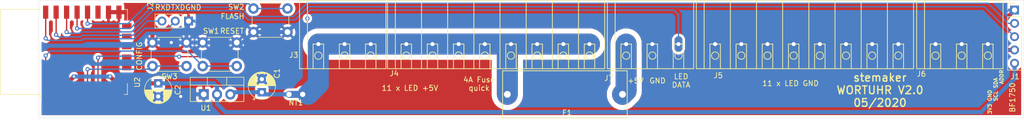
<source format=kicad_pcb>
(kicad_pcb (version 20171130) (host pcbnew 5.1.6-c6e7f7d~86~ubuntu18.04.1)

  (general
    (thickness 1.6)
    (drawings 22)
    (tracks 172)
    (zones 0)
    (modules 16)
    (nets 24)
  )

  (page A4)
  (layers
    (0 F.Cu signal)
    (31 B.Cu signal)
    (32 B.Adhes user)
    (33 F.Adhes user)
    (34 B.Paste user)
    (35 F.Paste user)
    (36 B.SilkS user)
    (37 F.SilkS user)
    (38 B.Mask user)
    (39 F.Mask user)
    (40 Dwgs.User user)
    (41 Cmts.User user)
    (42 Eco1.User user)
    (43 Eco2.User user)
    (44 Edge.Cuts user)
    (45 Margin user)
    (46 B.CrtYd user)
    (47 F.CrtYd user)
    (48 B.Fab user)
    (49 F.Fab user hide)
  )

  (setup
    (last_trace_width 0.25)
    (trace_clearance 0.4)
    (zone_clearance 0.508)
    (zone_45_only no)
    (trace_min 0.2)
    (via_size 0.8)
    (via_drill 0.4)
    (via_min_size 0.4)
    (via_min_drill 0.3)
    (uvia_size 0.3)
    (uvia_drill 0.1)
    (uvias_allowed no)
    (uvia_min_size 0.2)
    (uvia_min_drill 0.1)
    (edge_width 0.05)
    (segment_width 0.2)
    (pcb_text_width 0.3)
    (pcb_text_size 1.5 1.5)
    (mod_edge_width 0.12)
    (mod_text_size 1 1)
    (mod_text_width 0.15)
    (pad_size 1.524 1.524)
    (pad_drill 0.762)
    (pad_to_mask_clearance 0.051)
    (solder_mask_min_width 0.25)
    (aux_axis_origin 0 0)
    (visible_elements FFFFFF7F)
    (pcbplotparams
      (layerselection 0x010f0_ffffffff)
      (usegerberextensions false)
      (usegerberattributes false)
      (usegerberadvancedattributes false)
      (creategerberjobfile false)
      (excludeedgelayer true)
      (linewidth 0.100000)
      (plotframeref false)
      (viasonmask false)
      (mode 1)
      (useauxorigin false)
      (hpglpennumber 1)
      (hpglpenspeed 20)
      (hpglpendiameter 15.000000)
      (psnegative false)
      (psa4output false)
      (plotreference true)
      (plotvalue false)
      (plotinvisibletext false)
      (padsonsilk true)
      (subtractmaskfromsilk false)
      (outputformat 1)
      (mirror false)
      (drillshape 0)
      (scaleselection 1)
      (outputdirectory "./gerber"))
  )

  (net 0 "")
  (net 1 GND)
  (net 2 +3V3)
  (net 3 /SCL)
  (net 4 /SDA)
  (net 5 "Net-(U2-Pad17)")
  (net 6 "Net-(U2-Pad14)")
  (net 7 "Net-(U2-Pad13)")
  (net 8 "Net-(U2-Pad12)")
  (net 9 "Net-(U2-Pad11)")
  (net 10 "Net-(U2-Pad10)")
  (net 11 "Net-(U2-Pad9)")
  (net 12 "Net-(U2-Pad7)")
  (net 13 "Net-(U2-Pad4)")
  (net 14 "Net-(U2-Pad2)")
  (net 15 /LED_5V)
  (net 16 /MAIN_SUPPLY)
  (net 17 +5V)
  (net 18 /LED_DATA)
  (net 19 /RESET)
  (net 20 /FLASH)
  (net 21 /CFG)
  (net 22 /TXD)
  (net 23 /RXD)

  (net_class Default "This is the default net class."
    (clearance 0.4)
    (trace_width 0.25)
    (via_dia 0.8)
    (via_drill 0.4)
    (uvia_dia 0.3)
    (uvia_drill 0.1)
    (add_net /CFG)
    (add_net /FLASH)
    (add_net /LED_DATA)
    (add_net /RESET)
    (add_net /RXD)
    (add_net /SCL)
    (add_net /SDA)
    (add_net /TXD)
    (add_net "Net-(U2-Pad10)")
    (add_net "Net-(U2-Pad11)")
    (add_net "Net-(U2-Pad12)")
    (add_net "Net-(U2-Pad13)")
    (add_net "Net-(U2-Pad14)")
    (add_net "Net-(U2-Pad17)")
    (add_net "Net-(U2-Pad2)")
    (add_net "Net-(U2-Pad4)")
    (add_net "Net-(U2-Pad7)")
    (add_net "Net-(U2-Pad9)")
  )

  (net_class LEDSUPPLY ""
    (clearance 1)
    (trace_width 4)
    (via_dia 2)
    (via_drill 1)
    (uvia_dia 0.3)
    (uvia_drill 0.1)
    (add_net /LED_5V)
    (add_net /MAIN_SUPPLY)
  )

  (net_class SUPPLY ""
    (clearance 0.5)
    (trace_width 0.8)
    (via_dia 1.2)
    (via_drill 0.6)
    (uvia_dia 0.3)
    (uvia_drill 0.1)
    (add_net +3V3)
    (add_net +5V)
    (add_net GND)
  )

  (module NetTie:NetTie-2_THT_Pad1.0mm (layer F.Cu) (tedit 5A1CF824) (tstamp 5ED43F36)
    (at 80.4 48 180)
    (descr "Net tie, 2 pin, 1.0mm round THT pads")
    (tags "net tie")
    (path /5E8474F6)
    (attr virtual)
    (fp_text reference NT1 (at 1.3 -1.6) (layer F.SilkS)
      (effects (font (size 1 1) (thickness 0.15)))
    )
    (fp_text value Net-Tie_2 (at 1.3 1.6) (layer F.Fab)
      (effects (font (size 1 1) (thickness 0.15)))
    )
    (fp_line (start -0.9 -0.9) (end 3.5 -0.9) (layer F.CrtYd) (width 0.05))
    (fp_line (start 3.5 -0.9) (end 3.5 0.9) (layer F.CrtYd) (width 0.05))
    (fp_line (start 3.5 0.9) (end -0.9 0.9) (layer F.CrtYd) (width 0.05))
    (fp_line (start -0.9 0.9) (end -0.9 -0.9) (layer F.CrtYd) (width 0.05))
    (fp_poly (pts (xy 0 -0.65) (xy 2.6 -0.65) (xy 2.6 0.65) (xy 0 0.65)) (layer B.Cu) (width 0))
    (fp_poly (pts (xy 0 -0.65) (xy 2.6 -0.65) (xy 2.6 0.65) (xy 0 0.65)) (layer F.Cu) (width 0))
    (pad 2 thru_hole circle (at 2.6 0 180) (size 1.3 1.3) (drill 1) (layers *.Cu)
      (net 17 +5V))
    (pad 1 thru_hole circle (at 0 0 180) (size 1.3 1.3) (drill 1) (layers *.Cu)
      (net 15 /LED_5V))
  )

  (module stemaker_connectoren:WAGO_250-503 (layer F.Cu) (tedit 5ED3B977) (tstamp 5ED41C22)
    (at 138.6 43.1)
    (path /5EDB2608)
    (fp_text reference J7 (at 0.3 1.8) (layer F.SilkS)
      (effects (font (size 1 1) (thickness 0.15)))
    )
    (fp_text value Conn_01x03_Male (at 5.7 -14) (layer F.Fab)
      (effects (font (size 1 1) (thickness 0.15)))
    )
    (fp_circle (center 13.6 -2.5) (end 14.3 -2.5) (layer F.SilkS) (width 0.15))
    (fp_line (start 12.6 -4.7) (end 12.6 0) (layer F.SilkS) (width 0.15))
    (fp_line (start 14.6 -4.7) (end 14.6 0) (layer F.SilkS) (width 0.15))
    (fp_line (start 12.6 -4.7) (end 14.6 -4.7) (layer F.SilkS) (width 0.15))
    (fp_line (start 16.5 0) (end 11.5 0) (layer F.SilkS) (width 0.15))
    (fp_line (start 16.5 -13) (end 16.5 0) (layer F.SilkS) (width 0.15))
    (fp_line (start 11.5 -13) (end 16.5 -13) (layer F.SilkS) (width 0.15))
    (fp_circle (center 3.6 -2.5) (end 4.3 -2.5) (layer F.SilkS) (width 0.15))
    (fp_circle (center 8.6 -2.5) (end 9.3 -2.5) (layer F.SilkS) (width 0.15))
    (fp_line (start 7.6 -4.7) (end 7.6 0) (layer F.SilkS) (width 0.15))
    (fp_line (start 9.6 -4.7) (end 9.6 0) (layer F.SilkS) (width 0.15))
    (fp_line (start 7.6 -4.7) (end 9.6 -4.7) (layer F.SilkS) (width 0.15))
    (fp_line (start 2.6 -4.7) (end 2.6 0) (layer F.SilkS) (width 0.15))
    (fp_line (start 4.6 -4.7) (end 4.6 0) (layer F.SilkS) (width 0.15))
    (fp_line (start 2.6 -4.7) (end 4.6 -4.7) (layer F.SilkS) (width 0.15))
    (fp_line (start 1.5 0) (end 1.5 -13) (layer F.SilkS) (width 0.15))
    (fp_line (start 0 -13) (end 0 0) (layer F.SilkS) (width 0.15))
    (fp_line (start 11.5 -13) (end 0 -13) (layer F.SilkS) (width 0.15))
    (fp_line (start 0 0) (end 11.5 0) (layer F.SilkS) (width 0.15))
    (pad 3 thru_hole oval (at 13.6 -4.7) (size 1.524 3) (drill 0.762) (layers *.Cu *.Mask)
      (net 18 /LED_DATA))
    (pad 1 thru_hole oval (at 3.6 -4.7) (size 1.524 3) (drill 0.762) (layers *.Cu *.Mask)
      (net 16 /MAIN_SUPPLY))
    (pad 2 thru_hole oval (at 8.6 -4.7) (size 1.524 3) (drill 0.762) (layers *.Cu *.Mask)
      (net 1 GND))
  )

  (module stemaker_connectoren:WAGO_250-503 (layer F.Cu) (tedit 5ED3B977) (tstamp 5ED41C08)
    (at 197.7 43.1)
    (path /5ED575DC)
    (fp_text reference J6 (at 0.9 1) (layer F.SilkS)
      (effects (font (size 1 1) (thickness 0.15)))
    )
    (fp_text value Conn_01x03_Male (at 5.7 -14) (layer F.Fab)
      (effects (font (size 1 1) (thickness 0.15)))
    )
    (fp_circle (center 13.6 -2.5) (end 14.3 -2.5) (layer F.SilkS) (width 0.15))
    (fp_line (start 12.6 -4.7) (end 12.6 0) (layer F.SilkS) (width 0.15))
    (fp_line (start 14.6 -4.7) (end 14.6 0) (layer F.SilkS) (width 0.15))
    (fp_line (start 12.6 -4.7) (end 14.6 -4.7) (layer F.SilkS) (width 0.15))
    (fp_line (start 16.5 0) (end 11.5 0) (layer F.SilkS) (width 0.15))
    (fp_line (start 16.5 -13) (end 16.5 0) (layer F.SilkS) (width 0.15))
    (fp_line (start 11.5 -13) (end 16.5 -13) (layer F.SilkS) (width 0.15))
    (fp_circle (center 3.6 -2.5) (end 4.3 -2.5) (layer F.SilkS) (width 0.15))
    (fp_circle (center 8.6 -2.5) (end 9.3 -2.5) (layer F.SilkS) (width 0.15))
    (fp_line (start 7.6 -4.7) (end 7.6 0) (layer F.SilkS) (width 0.15))
    (fp_line (start 9.6 -4.7) (end 9.6 0) (layer F.SilkS) (width 0.15))
    (fp_line (start 7.6 -4.7) (end 9.6 -4.7) (layer F.SilkS) (width 0.15))
    (fp_line (start 2.6 -4.7) (end 2.6 0) (layer F.SilkS) (width 0.15))
    (fp_line (start 4.6 -4.7) (end 4.6 0) (layer F.SilkS) (width 0.15))
    (fp_line (start 2.6 -4.7) (end 4.6 -4.7) (layer F.SilkS) (width 0.15))
    (fp_line (start 1.5 0) (end 1.5 -13) (layer F.SilkS) (width 0.15))
    (fp_line (start 0 -13) (end 0 0) (layer F.SilkS) (width 0.15))
    (fp_line (start 11.5 -13) (end 0 -13) (layer F.SilkS) (width 0.15))
    (fp_line (start 0 0) (end 11.5 0) (layer F.SilkS) (width 0.15))
    (pad 3 thru_hole oval (at 13.6 -4.7) (size 1.524 3) (drill 0.762) (layers *.Cu *.Mask)
      (net 1 GND))
    (pad 1 thru_hole oval (at 3.6 -4.7) (size 1.524 3) (drill 0.762) (layers *.Cu *.Mask)
      (net 1 GND))
    (pad 2 thru_hole oval (at 8.6 -4.7) (size 1.524 3) (drill 0.762) (layers *.Cu *.Mask)
      (net 1 GND))
  )

  (module stemaker_connectoren:WAGO_250-508 (layer F.Cu) (tedit 5ED3BB8B) (tstamp 5ED41BEE)
    (at 155.6 43.1)
    (path /5ED55042)
    (fp_text reference J5 (at 4.2 1.3) (layer F.SilkS)
      (effects (font (size 1 1) (thickness 0.15)))
    )
    (fp_text value Conn_01x08_Male (at 5.7 -14) (layer F.Fab)
      (effects (font (size 1 1) (thickness 0.15)))
    )
    (fp_line (start 39.6 -4.7) (end 39.6 0) (layer F.SilkS) (width 0.15))
    (fp_line (start 37.6 -4.7) (end 39.6 -4.7) (layer F.SilkS) (width 0.15))
    (fp_circle (center 38.6 -2.5) (end 39.3 -2.5) (layer F.SilkS) (width 0.15))
    (fp_line (start 37.6 -4.7) (end 37.6 0) (layer F.SilkS) (width 0.15))
    (fp_line (start 32.6 -4.7) (end 34.6 -4.7) (layer F.SilkS) (width 0.15))
    (fp_line (start 32.6 -4.7) (end 32.6 0) (layer F.SilkS) (width 0.15))
    (fp_circle (center 33.6 -2.5) (end 34.3 -2.5) (layer F.SilkS) (width 0.15))
    (fp_line (start 34.6 -4.7) (end 34.6 0) (layer F.SilkS) (width 0.15))
    (fp_line (start 27.6 -4.7) (end 27.6 0) (layer F.SilkS) (width 0.15))
    (fp_line (start 29.6 -4.7) (end 29.6 0) (layer F.SilkS) (width 0.15))
    (fp_circle (center 28.6 -2.5) (end 29.3 -2.5) (layer F.SilkS) (width 0.15))
    (fp_line (start 27.6 -4.7) (end 29.6 -4.7) (layer F.SilkS) (width 0.15))
    (fp_circle (center 23.6 -2.5) (end 24.3 -2.5) (layer F.SilkS) (width 0.15))
    (fp_line (start 22.6 -4.7) (end 22.6 0) (layer F.SilkS) (width 0.15))
    (fp_line (start 22.6 -4.7) (end 24.6 -4.7) (layer F.SilkS) (width 0.15))
    (fp_line (start 24.6 -4.7) (end 24.6 0) (layer F.SilkS) (width 0.15))
    (fp_circle (center 18.6 -2.5) (end 19.3 -2.5) (layer F.SilkS) (width 0.15))
    (fp_line (start 17.6 -4.7) (end 17.6 0) (layer F.SilkS) (width 0.15))
    (fp_line (start 17.6 -4.7) (end 19.6 -4.7) (layer F.SilkS) (width 0.15))
    (fp_line (start 19.6 -4.7) (end 19.6 0) (layer F.SilkS) (width 0.15))
    (fp_line (start 36.5 -13) (end 36.5 0) (layer F.SilkS) (width 0.15))
    (fp_line (start 31.5 0) (end 31.5 -13) (layer F.SilkS) (width 0.15))
    (fp_line (start 26.5 -13) (end 26.5 0) (layer F.SilkS) (width 0.15))
    (fp_line (start 21.5 0) (end 21.5 -13) (layer F.SilkS) (width 0.15))
    (fp_line (start 41.5 0) (end 16.5 0) (layer F.SilkS) (width 0.15))
    (fp_line (start 41.5 -13) (end 41.5 0) (layer F.SilkS) (width 0.15))
    (fp_line (start 16.5 -13) (end 41.5 -13) (layer F.SilkS) (width 0.15))
    (fp_line (start 11.5 0) (end 11.5 -13) (layer F.SilkS) (width 0.15))
    (fp_line (start 6.5 0) (end 6.5 -13) (layer F.SilkS) (width 0.15))
    (fp_circle (center 13.6 -2.5) (end 14.3 -2.5) (layer F.SilkS) (width 0.15))
    (fp_line (start 12.6 -4.7) (end 12.6 0) (layer F.SilkS) (width 0.15))
    (fp_line (start 14.6 -4.7) (end 14.6 0) (layer F.SilkS) (width 0.15))
    (fp_line (start 12.6 -4.7) (end 14.6 -4.7) (layer F.SilkS) (width 0.15))
    (fp_line (start 16.5 0) (end 11.5 0) (layer F.SilkS) (width 0.15))
    (fp_line (start 16.5 -13) (end 16.5 0) (layer F.SilkS) (width 0.15))
    (fp_line (start 11.5 -13) (end 16.5 -13) (layer F.SilkS) (width 0.15))
    (fp_circle (center 3.6 -2.5) (end 4.3 -2.5) (layer F.SilkS) (width 0.15))
    (fp_circle (center 8.6 -2.5) (end 9.3 -2.5) (layer F.SilkS) (width 0.15))
    (fp_line (start 7.6 -4.7) (end 7.6 0) (layer F.SilkS) (width 0.15))
    (fp_line (start 9.6 -4.7) (end 9.6 0) (layer F.SilkS) (width 0.15))
    (fp_line (start 7.6 -4.7) (end 9.6 -4.7) (layer F.SilkS) (width 0.15))
    (fp_line (start 2.6 -4.7) (end 2.6 0) (layer F.SilkS) (width 0.15))
    (fp_line (start 4.6 -4.7) (end 4.6 0) (layer F.SilkS) (width 0.15))
    (fp_line (start 2.6 -4.7) (end 4.6 -4.7) (layer F.SilkS) (width 0.15))
    (fp_line (start 1.5 0) (end 1.5 -13) (layer F.SilkS) (width 0.15))
    (fp_line (start 0 -13) (end 0 0) (layer F.SilkS) (width 0.15))
    (fp_line (start 11.5 -13) (end 0 -13) (layer F.SilkS) (width 0.15))
    (fp_line (start 0 0) (end 11.5 0) (layer F.SilkS) (width 0.15))
    (pad 8 thru_hole oval (at 38.6 -4.7) (size 1.524 3) (drill 0.762) (layers *.Cu *.Mask)
      (net 1 GND))
    (pad 7 thru_hole oval (at 33.6 -4.7) (size 1.524 3) (drill 0.762) (layers *.Cu *.Mask)
      (net 1 GND))
    (pad 6 thru_hole oval (at 28.6 -4.7) (size 1.524 3) (drill 0.762) (layers *.Cu *.Mask)
      (net 1 GND))
    (pad 5 thru_hole oval (at 23.6 -4.7) (size 1.524 3) (drill 0.762) (layers *.Cu *.Mask)
      (net 1 GND))
    (pad 4 thru_hole oval (at 18.6 -4.7) (size 1.524 3) (drill 0.762) (layers *.Cu *.Mask)
      (net 1 GND))
    (pad 3 thru_hole oval (at 13.6 -4.7) (size 1.524 3) (drill 0.762) (layers *.Cu *.Mask)
      (net 1 GND))
    (pad 1 thru_hole oval (at 3.6 -4.7) (size 1.524 3) (drill 0.762) (layers *.Cu *.Mask)
      (net 1 GND))
    (pad 2 thru_hole oval (at 8.6 -4.7) (size 1.524 3) (drill 0.762) (layers *.Cu *.Mask)
      (net 1 GND))
  )

  (module stemaker_connectoren:WAGO_250-508 (layer F.Cu) (tedit 5ED3BB8B) (tstamp 5ED41BB2)
    (at 96.6 43.1)
    (path /5ED59BCD)
    (fp_text reference J4 (at 1.3 0.9) (layer F.SilkS)
      (effects (font (size 1 1) (thickness 0.15)))
    )
    (fp_text value Conn_01x08_Male (at 5.7 -14) (layer F.Fab)
      (effects (font (size 1 1) (thickness 0.15)))
    )
    (fp_line (start 39.6 -4.7) (end 39.6 0) (layer F.SilkS) (width 0.15))
    (fp_line (start 37.6 -4.7) (end 39.6 -4.7) (layer F.SilkS) (width 0.15))
    (fp_circle (center 38.6 -2.5) (end 39.3 -2.5) (layer F.SilkS) (width 0.15))
    (fp_line (start 37.6 -4.7) (end 37.6 0) (layer F.SilkS) (width 0.15))
    (fp_line (start 32.6 -4.7) (end 34.6 -4.7) (layer F.SilkS) (width 0.15))
    (fp_line (start 32.6 -4.7) (end 32.6 0) (layer F.SilkS) (width 0.15))
    (fp_circle (center 33.6 -2.5) (end 34.3 -2.5) (layer F.SilkS) (width 0.15))
    (fp_line (start 34.6 -4.7) (end 34.6 0) (layer F.SilkS) (width 0.15))
    (fp_line (start 27.6 -4.7) (end 27.6 0) (layer F.SilkS) (width 0.15))
    (fp_line (start 29.6 -4.7) (end 29.6 0) (layer F.SilkS) (width 0.15))
    (fp_circle (center 28.6 -2.5) (end 29.3 -2.5) (layer F.SilkS) (width 0.15))
    (fp_line (start 27.6 -4.7) (end 29.6 -4.7) (layer F.SilkS) (width 0.15))
    (fp_circle (center 23.6 -2.5) (end 24.3 -2.5) (layer F.SilkS) (width 0.15))
    (fp_line (start 22.6 -4.7) (end 22.6 0) (layer F.SilkS) (width 0.15))
    (fp_line (start 22.6 -4.7) (end 24.6 -4.7) (layer F.SilkS) (width 0.15))
    (fp_line (start 24.6 -4.7) (end 24.6 0) (layer F.SilkS) (width 0.15))
    (fp_circle (center 18.6 -2.5) (end 19.3 -2.5) (layer F.SilkS) (width 0.15))
    (fp_line (start 17.6 -4.7) (end 17.6 0) (layer F.SilkS) (width 0.15))
    (fp_line (start 17.6 -4.7) (end 19.6 -4.7) (layer F.SilkS) (width 0.15))
    (fp_line (start 19.6 -4.7) (end 19.6 0) (layer F.SilkS) (width 0.15))
    (fp_line (start 36.5 -13) (end 36.5 0) (layer F.SilkS) (width 0.15))
    (fp_line (start 31.5 0) (end 31.5 -13) (layer F.SilkS) (width 0.15))
    (fp_line (start 26.5 -13) (end 26.5 0) (layer F.SilkS) (width 0.15))
    (fp_line (start 21.5 0) (end 21.5 -13) (layer F.SilkS) (width 0.15))
    (fp_line (start 41.5 0) (end 16.5 0) (layer F.SilkS) (width 0.15))
    (fp_line (start 41.5 -13) (end 41.5 0) (layer F.SilkS) (width 0.15))
    (fp_line (start 16.5 -13) (end 41.5 -13) (layer F.SilkS) (width 0.15))
    (fp_line (start 11.5 0) (end 11.5 -13) (layer F.SilkS) (width 0.15))
    (fp_line (start 6.5 0) (end 6.5 -13) (layer F.SilkS) (width 0.15))
    (fp_circle (center 13.6 -2.5) (end 14.3 -2.5) (layer F.SilkS) (width 0.15))
    (fp_line (start 12.6 -4.7) (end 12.6 0) (layer F.SilkS) (width 0.15))
    (fp_line (start 14.6 -4.7) (end 14.6 0) (layer F.SilkS) (width 0.15))
    (fp_line (start 12.6 -4.7) (end 14.6 -4.7) (layer F.SilkS) (width 0.15))
    (fp_line (start 16.5 0) (end 11.5 0) (layer F.SilkS) (width 0.15))
    (fp_line (start 16.5 -13) (end 16.5 0) (layer F.SilkS) (width 0.15))
    (fp_line (start 11.5 -13) (end 16.5 -13) (layer F.SilkS) (width 0.15))
    (fp_circle (center 3.6 -2.5) (end 4.3 -2.5) (layer F.SilkS) (width 0.15))
    (fp_circle (center 8.6 -2.5) (end 9.3 -2.5) (layer F.SilkS) (width 0.15))
    (fp_line (start 7.6 -4.7) (end 7.6 0) (layer F.SilkS) (width 0.15))
    (fp_line (start 9.6 -4.7) (end 9.6 0) (layer F.SilkS) (width 0.15))
    (fp_line (start 7.6 -4.7) (end 9.6 -4.7) (layer F.SilkS) (width 0.15))
    (fp_line (start 2.6 -4.7) (end 2.6 0) (layer F.SilkS) (width 0.15))
    (fp_line (start 4.6 -4.7) (end 4.6 0) (layer F.SilkS) (width 0.15))
    (fp_line (start 2.6 -4.7) (end 4.6 -4.7) (layer F.SilkS) (width 0.15))
    (fp_line (start 1.5 0) (end 1.5 -13) (layer F.SilkS) (width 0.15))
    (fp_line (start 0 -13) (end 0 0) (layer F.SilkS) (width 0.15))
    (fp_line (start 11.5 -13) (end 0 -13) (layer F.SilkS) (width 0.15))
    (fp_line (start 0 0) (end 11.5 0) (layer F.SilkS) (width 0.15))
    (pad 8 thru_hole oval (at 38.6 -4.7) (size 1.524 3) (drill 0.762) (layers *.Cu *.Mask)
      (net 15 /LED_5V))
    (pad 7 thru_hole oval (at 33.6 -4.7) (size 1.524 3) (drill 0.762) (layers *.Cu *.Mask)
      (net 15 /LED_5V))
    (pad 6 thru_hole oval (at 28.6 -4.7) (size 1.524 3) (drill 0.762) (layers *.Cu *.Mask)
      (net 15 /LED_5V))
    (pad 5 thru_hole oval (at 23.6 -4.7) (size 1.524 3) (drill 0.762) (layers *.Cu *.Mask)
      (net 15 /LED_5V))
    (pad 4 thru_hole oval (at 18.6 -4.7) (size 1.524 3) (drill 0.762) (layers *.Cu *.Mask)
      (net 15 /LED_5V))
    (pad 3 thru_hole oval (at 13.6 -4.7) (size 1.524 3) (drill 0.762) (layers *.Cu *.Mask)
      (net 15 /LED_5V))
    (pad 1 thru_hole oval (at 3.6 -4.7) (size 1.524 3) (drill 0.762) (layers *.Cu *.Mask)
      (net 15 /LED_5V))
    (pad 2 thru_hole oval (at 8.6 -4.7) (size 1.524 3) (drill 0.762) (layers *.Cu *.Mask)
      (net 15 /LED_5V))
  )

  (module stemaker_connectoren:WAGO_250-503 (layer F.Cu) (tedit 5ED3B977) (tstamp 5ED3DC97)
    (at 79.8 43.1)
    (path /5ED5AD50)
    (fp_text reference J3 (at -1.1 -2.6) (layer F.SilkS)
      (effects (font (size 1 1) (thickness 0.15)))
    )
    (fp_text value Conn_01x03_Male (at 5.7 -14) (layer F.Fab)
      (effects (font (size 1 1) (thickness 0.15)))
    )
    (fp_circle (center 13.6 -2.5) (end 14.3 -2.5) (layer F.SilkS) (width 0.15))
    (fp_line (start 12.6 -4.7) (end 12.6 0) (layer F.SilkS) (width 0.15))
    (fp_line (start 14.6 -4.7) (end 14.6 0) (layer F.SilkS) (width 0.15))
    (fp_line (start 12.6 -4.7) (end 14.6 -4.7) (layer F.SilkS) (width 0.15))
    (fp_line (start 16.5 0) (end 11.5 0) (layer F.SilkS) (width 0.15))
    (fp_line (start 16.5 -13) (end 16.5 0) (layer F.SilkS) (width 0.15))
    (fp_line (start 11.5 -13) (end 16.5 -13) (layer F.SilkS) (width 0.15))
    (fp_circle (center 3.6 -2.5) (end 4.3 -2.5) (layer F.SilkS) (width 0.15))
    (fp_circle (center 8.6 -2.5) (end 9.3 -2.5) (layer F.SilkS) (width 0.15))
    (fp_line (start 7.6 -4.7) (end 7.6 0) (layer F.SilkS) (width 0.15))
    (fp_line (start 9.6 -4.7) (end 9.6 0) (layer F.SilkS) (width 0.15))
    (fp_line (start 7.6 -4.7) (end 9.6 -4.7) (layer F.SilkS) (width 0.15))
    (fp_line (start 2.6 -4.7) (end 2.6 0) (layer F.SilkS) (width 0.15))
    (fp_line (start 4.6 -4.7) (end 4.6 0) (layer F.SilkS) (width 0.15))
    (fp_line (start 2.6 -4.7) (end 4.6 -4.7) (layer F.SilkS) (width 0.15))
    (fp_line (start 1.5 0) (end 1.5 -13) (layer F.SilkS) (width 0.15))
    (fp_line (start 0 -13) (end 0 0) (layer F.SilkS) (width 0.15))
    (fp_line (start 11.5 -13) (end 0 -13) (layer F.SilkS) (width 0.15))
    (fp_line (start 0 0) (end 11.5 0) (layer F.SilkS) (width 0.15))
    (pad 3 thru_hole oval (at 13.6 -4.7) (size 1.524 3) (drill 0.762) (layers *.Cu *.Mask)
      (net 15 /LED_5V))
    (pad 1 thru_hole oval (at 3.6 -4.7) (size 1.524 3) (drill 0.762) (layers *.Cu *.Mask)
      (net 15 /LED_5V))
    (pad 2 thru_hole oval (at 8.6 -4.7) (size 1.524 3) (drill 0.762) (layers *.Cu *.Mask)
      (net 15 /LED_5V))
  )

  (module RF_Module:ESP-12E (layer F.Cu) (tedit 5A030172) (tstamp 5ED423D2)
    (at 34.8 39.9 90)
    (descr "Wi-Fi Module, http://wiki.ai-thinker.com/_media/esp8266/docs/aithinker_esp_12f_datasheet_en.pdf")
    (tags "Wi-Fi Module")
    (path /5E7F6779)
    (attr smd)
    (fp_text reference U2 (at -5.8 14 90) (layer F.SilkS)
      (effects (font (size 1 1) (thickness 0.15)))
    )
    (fp_text value ESP-12F (at -0.06 -12.78 90) (layer F.Fab)
      (effects (font (size 1 1) (thickness 0.15)))
    )
    (fp_line (start 5.56 -4.8) (end 8.12 -7.36) (layer Dwgs.User) (width 0.12))
    (fp_line (start 2.56 -4.8) (end 8.12 -10.36) (layer Dwgs.User) (width 0.12))
    (fp_line (start -0.44 -4.8) (end 6.88 -12.12) (layer Dwgs.User) (width 0.12))
    (fp_line (start -3.44 -4.8) (end 3.88 -12.12) (layer Dwgs.User) (width 0.12))
    (fp_line (start -6.44 -4.8) (end 0.88 -12.12) (layer Dwgs.User) (width 0.12))
    (fp_line (start -8.12 -6.12) (end -2.12 -12.12) (layer Dwgs.User) (width 0.12))
    (fp_line (start -8.12 -9.12) (end -5.12 -12.12) (layer Dwgs.User) (width 0.12))
    (fp_line (start -8.12 -4.8) (end -8.12 -12.12) (layer Dwgs.User) (width 0.12))
    (fp_line (start 8.12 -4.8) (end -8.12 -4.8) (layer Dwgs.User) (width 0.12))
    (fp_line (start 8.12 -12.12) (end 8.12 -4.8) (layer Dwgs.User) (width 0.12))
    (fp_line (start -8.12 -12.12) (end 8.12 -12.12) (layer Dwgs.User) (width 0.12))
    (fp_line (start -8.12 -4.5) (end -8.73 -4.5) (layer F.SilkS) (width 0.12))
    (fp_line (start -8.12 -4.5) (end -8.12 -12.12) (layer F.SilkS) (width 0.12))
    (fp_line (start -8.12 12.12) (end -8.12 11.5) (layer F.SilkS) (width 0.12))
    (fp_line (start -6 12.12) (end -8.12 12.12) (layer F.SilkS) (width 0.12))
    (fp_line (start 8.12 12.12) (end 6 12.12) (layer F.SilkS) (width 0.12))
    (fp_line (start 8.12 11.5) (end 8.12 12.12) (layer F.SilkS) (width 0.12))
    (fp_line (start 8.12 -12.12) (end 8.12 -4.5) (layer F.SilkS) (width 0.12))
    (fp_line (start -8.12 -12.12) (end 8.12 -12.12) (layer F.SilkS) (width 0.12))
    (fp_line (start -9.05 13.1) (end -9.05 -12.2) (layer F.CrtYd) (width 0.05))
    (fp_line (start 9.05 13.1) (end -9.05 13.1) (layer F.CrtYd) (width 0.05))
    (fp_line (start 9.05 -12.2) (end 9.05 13.1) (layer F.CrtYd) (width 0.05))
    (fp_line (start -9.05 -12.2) (end 9.05 -12.2) (layer F.CrtYd) (width 0.05))
    (fp_line (start -8 -4) (end -8 -12) (layer F.Fab) (width 0.12))
    (fp_line (start -7.5 -3.5) (end -8 -4) (layer F.Fab) (width 0.12))
    (fp_line (start -8 -3) (end -7.5 -3.5) (layer F.Fab) (width 0.12))
    (fp_line (start -8 12) (end -8 -3) (layer F.Fab) (width 0.12))
    (fp_line (start 8 12) (end -8 12) (layer F.Fab) (width 0.12))
    (fp_line (start 8 -12) (end 8 12) (layer F.Fab) (width 0.12))
    (fp_line (start -8 -12) (end 8 -12) (layer F.Fab) (width 0.12))
    (fp_text user %R (at 0.49 -0.8 90) (layer F.Fab)
      (effects (font (size 1 1) (thickness 0.15)))
    )
    (fp_text user "KEEP-OUT ZONE" (at 0.03 -9.55 270) (layer Cmts.User)
      (effects (font (size 1 1) (thickness 0.15)))
    )
    (fp_text user Antenna (at -0.06 -7 270) (layer Cmts.User)
      (effects (font (size 1 1) (thickness 0.15)))
    )
    (pad 22 smd rect (at 7.6 -3.5 90) (size 2.5 1) (layers F.Cu F.Paste F.Mask)
      (net 22 /TXD))
    (pad 21 smd rect (at 7.6 -1.5 90) (size 2.5 1) (layers F.Cu F.Paste F.Mask)
      (net 23 /RXD))
    (pad 20 smd rect (at 7.6 0.5 90) (size 2.5 1) (layers F.Cu F.Paste F.Mask)
      (net 3 /SCL))
    (pad 19 smd rect (at 7.6 2.5 90) (size 2.5 1) (layers F.Cu F.Paste F.Mask)
      (net 4 /SDA))
    (pad 18 smd rect (at 7.6 4.5 90) (size 2.5 1) (layers F.Cu F.Paste F.Mask)
      (net 20 /FLASH))
    (pad 17 smd rect (at 7.6 6.5 90) (size 2.5 1) (layers F.Cu F.Paste F.Mask)
      (net 5 "Net-(U2-Pad17)"))
    (pad 16 smd rect (at 7.6 8.5 90) (size 2.5 1) (layers F.Cu F.Paste F.Mask)
      (net 1 GND))
    (pad 15 smd rect (at 7.6 10.5 90) (size 2.5 1) (layers F.Cu F.Paste F.Mask)
      (net 1 GND))
    (pad 14 smd rect (at 5 12 90) (size 1 1.8) (layers F.Cu F.Paste F.Mask)
      (net 6 "Net-(U2-Pad14)"))
    (pad 13 smd rect (at 3 12 90) (size 1 1.8) (layers F.Cu F.Paste F.Mask)
      (net 7 "Net-(U2-Pad13)"))
    (pad 12 smd rect (at 1 12 90) (size 1 1.8) (layers F.Cu F.Paste F.Mask)
      (net 8 "Net-(U2-Pad12)"))
    (pad 11 smd rect (at -1 12 90) (size 1 1.8) (layers F.Cu F.Paste F.Mask)
      (net 9 "Net-(U2-Pad11)"))
    (pad 10 smd rect (at -3 12 90) (size 1 1.8) (layers F.Cu F.Paste F.Mask)
      (net 10 "Net-(U2-Pad10)"))
    (pad 9 smd rect (at -5 12 90) (size 1 1.8) (layers F.Cu F.Paste F.Mask)
      (net 11 "Net-(U2-Pad9)"))
    (pad 8 smd rect (at -7.6 10.5 90) (size 2.5 1) (layers F.Cu F.Paste F.Mask)
      (net 2 +3V3))
    (pad 7 smd rect (at -7.6 8.5 90) (size 2.5 1) (layers F.Cu F.Paste F.Mask)
      (net 12 "Net-(U2-Pad7)"))
    (pad 6 smd rect (at -7.6 6.5 90) (size 2.5 1) (layers F.Cu F.Paste F.Mask)
      (net 18 /LED_DATA))
    (pad 5 smd rect (at -7.6 4.5 90) (size 2.5 1) (layers F.Cu F.Paste F.Mask)
      (net 21 /CFG))
    (pad 4 smd rect (at -7.6 2.5 90) (size 2.5 1) (layers F.Cu F.Paste F.Mask)
      (net 13 "Net-(U2-Pad4)"))
    (pad 3 smd rect (at -7.6 0.5 90) (size 2.5 1) (layers F.Cu F.Paste F.Mask)
      (net 2 +3V3))
    (pad 2 smd rect (at -7.6 -1.5 90) (size 2.5 1) (layers F.Cu F.Paste F.Mask)
      (net 14 "Net-(U2-Pad2)"))
    (pad 1 smd rect (at -7.6 -3.5 90) (size 2.5 1) (layers F.Cu F.Paste F.Mask)
      (net 19 /RESET))
    (model ${KISYS3DMOD}/RF_Module.3dshapes/ESP-12E.wrl
      (at (xyz 0 0 0))
      (scale (xyz 1 1 1))
      (rotate (xyz 0 0 0))
    )
  )

  (module Connector_PinHeader_2.54mm:PinHeader_1x03_P2.54mm_Vertical (layer F.Cu) (tedit 59FED5CC) (tstamp 5E8018B6)
    (at 58.6 34 270)
    (descr "Through hole straight pin header, 1x03, 2.54mm pitch, single row")
    (tags "Through hole pin header THT 1x03 2.54mm single row")
    (path /5E81500F)
    (fp_text reference J2 (at -2.8 7.3 90) (layer F.SilkS)
      (effects (font (size 1 1) (thickness 0.15)))
    )
    (fp_text value Conn_01x03_Male (at 0 7.41 90) (layer F.Fab)
      (effects (font (size 1 1) (thickness 0.15)))
    )
    (fp_line (start 1.8 -1.8) (end -1.8 -1.8) (layer F.CrtYd) (width 0.05))
    (fp_line (start 1.8 6.85) (end 1.8 -1.8) (layer F.CrtYd) (width 0.05))
    (fp_line (start -1.8 6.85) (end 1.8 6.85) (layer F.CrtYd) (width 0.05))
    (fp_line (start -1.8 -1.8) (end -1.8 6.85) (layer F.CrtYd) (width 0.05))
    (fp_line (start -1.33 -1.33) (end 0 -1.33) (layer F.SilkS) (width 0.12))
    (fp_line (start -1.33 0) (end -1.33 -1.33) (layer F.SilkS) (width 0.12))
    (fp_line (start -1.33 1.27) (end 1.33 1.27) (layer F.SilkS) (width 0.12))
    (fp_line (start 1.33 1.27) (end 1.33 6.41) (layer F.SilkS) (width 0.12))
    (fp_line (start -1.33 1.27) (end -1.33 6.41) (layer F.SilkS) (width 0.12))
    (fp_line (start -1.33 6.41) (end 1.33 6.41) (layer F.SilkS) (width 0.12))
    (fp_line (start -1.27 -0.635) (end -0.635 -1.27) (layer F.Fab) (width 0.1))
    (fp_line (start -1.27 6.35) (end -1.27 -0.635) (layer F.Fab) (width 0.1))
    (fp_line (start 1.27 6.35) (end -1.27 6.35) (layer F.Fab) (width 0.1))
    (fp_line (start 1.27 -1.27) (end 1.27 6.35) (layer F.Fab) (width 0.1))
    (fp_line (start -0.635 -1.27) (end 1.27 -1.27) (layer F.Fab) (width 0.1))
    (fp_text user %R (at 0 2.54) (layer F.Fab)
      (effects (font (size 1 1) (thickness 0.15)))
    )
    (pad 3 thru_hole oval (at 0 5.08 270) (size 1.7 1.7) (drill 1) (layers *.Cu *.Mask)
      (net 23 /RXD))
    (pad 2 thru_hole oval (at 0 2.54 270) (size 1.7 1.7) (drill 1) (layers *.Cu *.Mask)
      (net 22 /TXD))
    (pad 1 thru_hole rect (at 0 0 270) (size 1.7 1.7) (drill 1) (layers *.Cu *.Mask)
      (net 1 GND))
    (model ${KISYS3DMOD}/Connector_PinHeader_2.54mm.3dshapes/PinHeader_1x03_P2.54mm_Vertical.wrl
      (at (xyz 0 0 0))
      (scale (xyz 1 1 1))
      (rotate (xyz 0 0 0))
    )
  )

  (module Capacitor_THT:CP_Radial_D5.0mm_P2.50mm (layer F.Cu) (tedit 5AE50EF0) (tstamp 5E80B776)
    (at 72.6 47.6 90)
    (descr "CP, Radial series, Radial, pin pitch=2.50mm, , diameter=5mm, Electrolytic Capacitor")
    (tags "CP Radial series Radial pin pitch 2.50mm  diameter 5mm Electrolytic Capacitor")
    (path /5E857778)
    (fp_text reference C1 (at 3.6 2.9 90) (layer F.SilkS)
      (effects (font (size 1 1) (thickness 0.15)))
    )
    (fp_text value 1µF (at 1.25 3.75 90) (layer F.Fab)
      (effects (font (size 1 1) (thickness 0.15)))
    )
    (fp_line (start -1.304775 -1.725) (end -1.304775 -1.225) (layer F.SilkS) (width 0.12))
    (fp_line (start -1.554775 -1.475) (end -1.054775 -1.475) (layer F.SilkS) (width 0.12))
    (fp_line (start 3.851 -0.284) (end 3.851 0.284) (layer F.SilkS) (width 0.12))
    (fp_line (start 3.811 -0.518) (end 3.811 0.518) (layer F.SilkS) (width 0.12))
    (fp_line (start 3.771 -0.677) (end 3.771 0.677) (layer F.SilkS) (width 0.12))
    (fp_line (start 3.731 -0.805) (end 3.731 0.805) (layer F.SilkS) (width 0.12))
    (fp_line (start 3.691 -0.915) (end 3.691 0.915) (layer F.SilkS) (width 0.12))
    (fp_line (start 3.651 -1.011) (end 3.651 1.011) (layer F.SilkS) (width 0.12))
    (fp_line (start 3.611 -1.098) (end 3.611 1.098) (layer F.SilkS) (width 0.12))
    (fp_line (start 3.571 -1.178) (end 3.571 1.178) (layer F.SilkS) (width 0.12))
    (fp_line (start 3.531 1.04) (end 3.531 1.251) (layer F.SilkS) (width 0.12))
    (fp_line (start 3.531 -1.251) (end 3.531 -1.04) (layer F.SilkS) (width 0.12))
    (fp_line (start 3.491 1.04) (end 3.491 1.319) (layer F.SilkS) (width 0.12))
    (fp_line (start 3.491 -1.319) (end 3.491 -1.04) (layer F.SilkS) (width 0.12))
    (fp_line (start 3.451 1.04) (end 3.451 1.383) (layer F.SilkS) (width 0.12))
    (fp_line (start 3.451 -1.383) (end 3.451 -1.04) (layer F.SilkS) (width 0.12))
    (fp_line (start 3.411 1.04) (end 3.411 1.443) (layer F.SilkS) (width 0.12))
    (fp_line (start 3.411 -1.443) (end 3.411 -1.04) (layer F.SilkS) (width 0.12))
    (fp_line (start 3.371 1.04) (end 3.371 1.5) (layer F.SilkS) (width 0.12))
    (fp_line (start 3.371 -1.5) (end 3.371 -1.04) (layer F.SilkS) (width 0.12))
    (fp_line (start 3.331 1.04) (end 3.331 1.554) (layer F.SilkS) (width 0.12))
    (fp_line (start 3.331 -1.554) (end 3.331 -1.04) (layer F.SilkS) (width 0.12))
    (fp_line (start 3.291 1.04) (end 3.291 1.605) (layer F.SilkS) (width 0.12))
    (fp_line (start 3.291 -1.605) (end 3.291 -1.04) (layer F.SilkS) (width 0.12))
    (fp_line (start 3.251 1.04) (end 3.251 1.653) (layer F.SilkS) (width 0.12))
    (fp_line (start 3.251 -1.653) (end 3.251 -1.04) (layer F.SilkS) (width 0.12))
    (fp_line (start 3.211 1.04) (end 3.211 1.699) (layer F.SilkS) (width 0.12))
    (fp_line (start 3.211 -1.699) (end 3.211 -1.04) (layer F.SilkS) (width 0.12))
    (fp_line (start 3.171 1.04) (end 3.171 1.743) (layer F.SilkS) (width 0.12))
    (fp_line (start 3.171 -1.743) (end 3.171 -1.04) (layer F.SilkS) (width 0.12))
    (fp_line (start 3.131 1.04) (end 3.131 1.785) (layer F.SilkS) (width 0.12))
    (fp_line (start 3.131 -1.785) (end 3.131 -1.04) (layer F.SilkS) (width 0.12))
    (fp_line (start 3.091 1.04) (end 3.091 1.826) (layer F.SilkS) (width 0.12))
    (fp_line (start 3.091 -1.826) (end 3.091 -1.04) (layer F.SilkS) (width 0.12))
    (fp_line (start 3.051 1.04) (end 3.051 1.864) (layer F.SilkS) (width 0.12))
    (fp_line (start 3.051 -1.864) (end 3.051 -1.04) (layer F.SilkS) (width 0.12))
    (fp_line (start 3.011 1.04) (end 3.011 1.901) (layer F.SilkS) (width 0.12))
    (fp_line (start 3.011 -1.901) (end 3.011 -1.04) (layer F.SilkS) (width 0.12))
    (fp_line (start 2.971 1.04) (end 2.971 1.937) (layer F.SilkS) (width 0.12))
    (fp_line (start 2.971 -1.937) (end 2.971 -1.04) (layer F.SilkS) (width 0.12))
    (fp_line (start 2.931 1.04) (end 2.931 1.971) (layer F.SilkS) (width 0.12))
    (fp_line (start 2.931 -1.971) (end 2.931 -1.04) (layer F.SilkS) (width 0.12))
    (fp_line (start 2.891 1.04) (end 2.891 2.004) (layer F.SilkS) (width 0.12))
    (fp_line (start 2.891 -2.004) (end 2.891 -1.04) (layer F.SilkS) (width 0.12))
    (fp_line (start 2.851 1.04) (end 2.851 2.035) (layer F.SilkS) (width 0.12))
    (fp_line (start 2.851 -2.035) (end 2.851 -1.04) (layer F.SilkS) (width 0.12))
    (fp_line (start 2.811 1.04) (end 2.811 2.065) (layer F.SilkS) (width 0.12))
    (fp_line (start 2.811 -2.065) (end 2.811 -1.04) (layer F.SilkS) (width 0.12))
    (fp_line (start 2.771 1.04) (end 2.771 2.095) (layer F.SilkS) (width 0.12))
    (fp_line (start 2.771 -2.095) (end 2.771 -1.04) (layer F.SilkS) (width 0.12))
    (fp_line (start 2.731 1.04) (end 2.731 2.122) (layer F.SilkS) (width 0.12))
    (fp_line (start 2.731 -2.122) (end 2.731 -1.04) (layer F.SilkS) (width 0.12))
    (fp_line (start 2.691 1.04) (end 2.691 2.149) (layer F.SilkS) (width 0.12))
    (fp_line (start 2.691 -2.149) (end 2.691 -1.04) (layer F.SilkS) (width 0.12))
    (fp_line (start 2.651 1.04) (end 2.651 2.175) (layer F.SilkS) (width 0.12))
    (fp_line (start 2.651 -2.175) (end 2.651 -1.04) (layer F.SilkS) (width 0.12))
    (fp_line (start 2.611 1.04) (end 2.611 2.2) (layer F.SilkS) (width 0.12))
    (fp_line (start 2.611 -2.2) (end 2.611 -1.04) (layer F.SilkS) (width 0.12))
    (fp_line (start 2.571 1.04) (end 2.571 2.224) (layer F.SilkS) (width 0.12))
    (fp_line (start 2.571 -2.224) (end 2.571 -1.04) (layer F.SilkS) (width 0.12))
    (fp_line (start 2.531 1.04) (end 2.531 2.247) (layer F.SilkS) (width 0.12))
    (fp_line (start 2.531 -2.247) (end 2.531 -1.04) (layer F.SilkS) (width 0.12))
    (fp_line (start 2.491 1.04) (end 2.491 2.268) (layer F.SilkS) (width 0.12))
    (fp_line (start 2.491 -2.268) (end 2.491 -1.04) (layer F.SilkS) (width 0.12))
    (fp_line (start 2.451 1.04) (end 2.451 2.29) (layer F.SilkS) (width 0.12))
    (fp_line (start 2.451 -2.29) (end 2.451 -1.04) (layer F.SilkS) (width 0.12))
    (fp_line (start 2.411 1.04) (end 2.411 2.31) (layer F.SilkS) (width 0.12))
    (fp_line (start 2.411 -2.31) (end 2.411 -1.04) (layer F.SilkS) (width 0.12))
    (fp_line (start 2.371 1.04) (end 2.371 2.329) (layer F.SilkS) (width 0.12))
    (fp_line (start 2.371 -2.329) (end 2.371 -1.04) (layer F.SilkS) (width 0.12))
    (fp_line (start 2.331 1.04) (end 2.331 2.348) (layer F.SilkS) (width 0.12))
    (fp_line (start 2.331 -2.348) (end 2.331 -1.04) (layer F.SilkS) (width 0.12))
    (fp_line (start 2.291 1.04) (end 2.291 2.365) (layer F.SilkS) (width 0.12))
    (fp_line (start 2.291 -2.365) (end 2.291 -1.04) (layer F.SilkS) (width 0.12))
    (fp_line (start 2.251 1.04) (end 2.251 2.382) (layer F.SilkS) (width 0.12))
    (fp_line (start 2.251 -2.382) (end 2.251 -1.04) (layer F.SilkS) (width 0.12))
    (fp_line (start 2.211 1.04) (end 2.211 2.398) (layer F.SilkS) (width 0.12))
    (fp_line (start 2.211 -2.398) (end 2.211 -1.04) (layer F.SilkS) (width 0.12))
    (fp_line (start 2.171 1.04) (end 2.171 2.414) (layer F.SilkS) (width 0.12))
    (fp_line (start 2.171 -2.414) (end 2.171 -1.04) (layer F.SilkS) (width 0.12))
    (fp_line (start 2.131 1.04) (end 2.131 2.428) (layer F.SilkS) (width 0.12))
    (fp_line (start 2.131 -2.428) (end 2.131 -1.04) (layer F.SilkS) (width 0.12))
    (fp_line (start 2.091 1.04) (end 2.091 2.442) (layer F.SilkS) (width 0.12))
    (fp_line (start 2.091 -2.442) (end 2.091 -1.04) (layer F.SilkS) (width 0.12))
    (fp_line (start 2.051 1.04) (end 2.051 2.455) (layer F.SilkS) (width 0.12))
    (fp_line (start 2.051 -2.455) (end 2.051 -1.04) (layer F.SilkS) (width 0.12))
    (fp_line (start 2.011 1.04) (end 2.011 2.468) (layer F.SilkS) (width 0.12))
    (fp_line (start 2.011 -2.468) (end 2.011 -1.04) (layer F.SilkS) (width 0.12))
    (fp_line (start 1.971 1.04) (end 1.971 2.48) (layer F.SilkS) (width 0.12))
    (fp_line (start 1.971 -2.48) (end 1.971 -1.04) (layer F.SilkS) (width 0.12))
    (fp_line (start 1.93 1.04) (end 1.93 2.491) (layer F.SilkS) (width 0.12))
    (fp_line (start 1.93 -2.491) (end 1.93 -1.04) (layer F.SilkS) (width 0.12))
    (fp_line (start 1.89 1.04) (end 1.89 2.501) (layer F.SilkS) (width 0.12))
    (fp_line (start 1.89 -2.501) (end 1.89 -1.04) (layer F.SilkS) (width 0.12))
    (fp_line (start 1.85 1.04) (end 1.85 2.511) (layer F.SilkS) (width 0.12))
    (fp_line (start 1.85 -2.511) (end 1.85 -1.04) (layer F.SilkS) (width 0.12))
    (fp_line (start 1.81 1.04) (end 1.81 2.52) (layer F.SilkS) (width 0.12))
    (fp_line (start 1.81 -2.52) (end 1.81 -1.04) (layer F.SilkS) (width 0.12))
    (fp_line (start 1.77 1.04) (end 1.77 2.528) (layer F.SilkS) (width 0.12))
    (fp_line (start 1.77 -2.528) (end 1.77 -1.04) (layer F.SilkS) (width 0.12))
    (fp_line (start 1.73 1.04) (end 1.73 2.536) (layer F.SilkS) (width 0.12))
    (fp_line (start 1.73 -2.536) (end 1.73 -1.04) (layer F.SilkS) (width 0.12))
    (fp_line (start 1.69 1.04) (end 1.69 2.543) (layer F.SilkS) (width 0.12))
    (fp_line (start 1.69 -2.543) (end 1.69 -1.04) (layer F.SilkS) (width 0.12))
    (fp_line (start 1.65 1.04) (end 1.65 2.55) (layer F.SilkS) (width 0.12))
    (fp_line (start 1.65 -2.55) (end 1.65 -1.04) (layer F.SilkS) (width 0.12))
    (fp_line (start 1.61 1.04) (end 1.61 2.556) (layer F.SilkS) (width 0.12))
    (fp_line (start 1.61 -2.556) (end 1.61 -1.04) (layer F.SilkS) (width 0.12))
    (fp_line (start 1.57 1.04) (end 1.57 2.561) (layer F.SilkS) (width 0.12))
    (fp_line (start 1.57 -2.561) (end 1.57 -1.04) (layer F.SilkS) (width 0.12))
    (fp_line (start 1.53 1.04) (end 1.53 2.565) (layer F.SilkS) (width 0.12))
    (fp_line (start 1.53 -2.565) (end 1.53 -1.04) (layer F.SilkS) (width 0.12))
    (fp_line (start 1.49 1.04) (end 1.49 2.569) (layer F.SilkS) (width 0.12))
    (fp_line (start 1.49 -2.569) (end 1.49 -1.04) (layer F.SilkS) (width 0.12))
    (fp_line (start 1.45 -2.573) (end 1.45 2.573) (layer F.SilkS) (width 0.12))
    (fp_line (start 1.41 -2.576) (end 1.41 2.576) (layer F.SilkS) (width 0.12))
    (fp_line (start 1.37 -2.578) (end 1.37 2.578) (layer F.SilkS) (width 0.12))
    (fp_line (start 1.33 -2.579) (end 1.33 2.579) (layer F.SilkS) (width 0.12))
    (fp_line (start 1.29 -2.58) (end 1.29 2.58) (layer F.SilkS) (width 0.12))
    (fp_line (start 1.25 -2.58) (end 1.25 2.58) (layer F.SilkS) (width 0.12))
    (fp_line (start -0.633605 -1.3375) (end -0.633605 -0.8375) (layer F.Fab) (width 0.1))
    (fp_line (start -0.883605 -1.0875) (end -0.383605 -1.0875) (layer F.Fab) (width 0.1))
    (fp_circle (center 1.25 0) (end 4 0) (layer F.CrtYd) (width 0.05))
    (fp_circle (center 1.25 0) (end 3.87 0) (layer F.SilkS) (width 0.12))
    (fp_circle (center 1.25 0) (end 3.75 0) (layer F.Fab) (width 0.1))
    (fp_text user %R (at 1.25 0 90) (layer F.Fab)
      (effects (font (size 1 1) (thickness 0.15)))
    )
    (pad 2 thru_hole circle (at 2.5 0 90) (size 1.6 1.6) (drill 0.8) (layers *.Cu *.Mask)
      (net 1 GND))
    (pad 1 thru_hole rect (at 0 0 90) (size 1.6 1.6) (drill 0.8) (layers *.Cu *.Mask)
      (net 17 +5V))
    (model ${KISYS3DMOD}/Capacitor_THT.3dshapes/CP_Radial_D5.0mm_P2.50mm.wrl
      (at (xyz 0 0 0))
      (scale (xyz 1 1 1))
      (rotate (xyz 0 0 0))
    )
  )

  (module Button_Switch_THT:SW_PUSH_6mm_H4.3mm (layer F.Cu) (tedit 5A02FE31) (tstamp 5E809A20)
    (at 58.2 42.6 180)
    (descr "tactile push button, 6x6mm e.g. PHAP33xx series, height=4.3mm")
    (tags "tact sw push 6mm")
    (path /5E807EA9)
    (fp_text reference SW3 (at 3.25 -2) (layer F.SilkS)
      (effects (font (size 1 1) (thickness 0.15)))
    )
    (fp_text value SW_Push (at 3.75 6.7) (layer F.Fab)
      (effects (font (size 1 1) (thickness 0.15)))
    )
    (fp_circle (center 3.25 2.25) (end 1.25 2.5) (layer F.Fab) (width 0.1))
    (fp_line (start 6.75 3) (end 6.75 1.5) (layer F.SilkS) (width 0.12))
    (fp_line (start 5.5 -1) (end 1 -1) (layer F.SilkS) (width 0.12))
    (fp_line (start -0.25 1.5) (end -0.25 3) (layer F.SilkS) (width 0.12))
    (fp_line (start 1 5.5) (end 5.5 5.5) (layer F.SilkS) (width 0.12))
    (fp_line (start 8 -1.25) (end 8 5.75) (layer F.CrtYd) (width 0.05))
    (fp_line (start 7.75 6) (end -1.25 6) (layer F.CrtYd) (width 0.05))
    (fp_line (start -1.5 5.75) (end -1.5 -1.25) (layer F.CrtYd) (width 0.05))
    (fp_line (start -1.25 -1.5) (end 7.75 -1.5) (layer F.CrtYd) (width 0.05))
    (fp_line (start -1.5 6) (end -1.25 6) (layer F.CrtYd) (width 0.05))
    (fp_line (start -1.5 5.75) (end -1.5 6) (layer F.CrtYd) (width 0.05))
    (fp_line (start -1.5 -1.5) (end -1.25 -1.5) (layer F.CrtYd) (width 0.05))
    (fp_line (start -1.5 -1.25) (end -1.5 -1.5) (layer F.CrtYd) (width 0.05))
    (fp_line (start 8 -1.5) (end 8 -1.25) (layer F.CrtYd) (width 0.05))
    (fp_line (start 7.75 -1.5) (end 8 -1.5) (layer F.CrtYd) (width 0.05))
    (fp_line (start 8 6) (end 8 5.75) (layer F.CrtYd) (width 0.05))
    (fp_line (start 7.75 6) (end 8 6) (layer F.CrtYd) (width 0.05))
    (fp_line (start 0.25 -0.75) (end 3.25 -0.75) (layer F.Fab) (width 0.1))
    (fp_line (start 0.25 5.25) (end 0.25 -0.75) (layer F.Fab) (width 0.1))
    (fp_line (start 6.25 5.25) (end 0.25 5.25) (layer F.Fab) (width 0.1))
    (fp_line (start 6.25 -0.75) (end 6.25 5.25) (layer F.Fab) (width 0.1))
    (fp_line (start 3.25 -0.75) (end 6.25 -0.75) (layer F.Fab) (width 0.1))
    (fp_text user %R (at 3.25 2.25) (layer F.Fab)
      (effects (font (size 1 1) (thickness 0.15)))
    )
    (pad 1 thru_hole circle (at 6.5 0 270) (size 2 2) (drill 1.1) (layers *.Cu *.Mask)
      (net 21 /CFG))
    (pad 2 thru_hole circle (at 6.5 4.5 270) (size 2 2) (drill 1.1) (layers *.Cu *.Mask)
      (net 1 GND))
    (pad 1 thru_hole circle (at 0 0 270) (size 2 2) (drill 1.1) (layers *.Cu *.Mask)
      (net 21 /CFG))
    (pad 2 thru_hole circle (at 0 4.5 270) (size 2 2) (drill 1.1) (layers *.Cu *.Mask)
      (net 1 GND))
    (model ${KISYS3DMOD}/Button_Switch_THT.3dshapes/SW_PUSH_6mm_H4.3mm.wrl
      (at (xyz 0 0 0))
      (scale (xyz 1 1 1))
      (rotate (xyz 0 0 0))
    )
  )

  (module stemaker_fuse:RND_fuse_holder_5x20mm_horizontal (layer F.Cu) (tedit 5E7FA45C) (tstamp 5E801302)
    (at 119.5 48)
    (path /5E7F7F60)
    (fp_text reference F1 (at 11.4 3.5) (layer F.SilkS)
      (effects (font (size 1 1) (thickness 0.15)))
    )
    (fp_text value Fuse (at 10.9 -5.5) (layer F.Fab)
      (effects (font (size 1 1) (thickness 0.15)))
    )
    (fp_line (start 22.9 -4.5) (end -0.9 -4.5) (layer F.SilkS) (width 0.15))
    (fp_line (start 22.9 4.5) (end 22.9 -4.5) (layer F.SilkS) (width 0.15))
    (fp_line (start -0.9 4.5) (end 22.9 4.5) (layer F.SilkS) (width 0.15))
    (fp_line (start -0.9 -4.5) (end -0.9 4.5) (layer F.SilkS) (width 0.15))
    (pad 2 thru_hole oval (at 22 0) (size 3.5 2) (drill 1.3) (layers *.Cu *.Mask)
      (net 16 /MAIN_SUPPLY))
    (pad 1 thru_hole oval (at 0 0) (size 3.5 2) (drill 1.3) (layers *.Cu *.Mask)
      (net 15 /LED_5V))
  )

  (module Package_TO_SOT_THT:TO-220-3_Vertical (layer F.Cu) (tedit 5AC8BA0D) (tstamp 5E7FE592)
    (at 61.5 48)
    (descr "TO-220-3, Vertical, RM 2.54mm, see https://www.vishay.com/docs/66542/to-220-1.pdf")
    (tags "TO-220-3 Vertical RM 2.54mm")
    (path /5E7F7098)
    (fp_text reference U1 (at 0.4 2.6) (layer F.SilkS)
      (effects (font (size 1 1) (thickness 0.15)))
    )
    (fp_text value LM1117-3.3 (at 2.54 2.5) (layer F.Fab)
      (effects (font (size 1 1) (thickness 0.15)))
    )
    (fp_line (start 7.79 -3.4) (end -2.71 -3.4) (layer F.CrtYd) (width 0.05))
    (fp_line (start 7.79 1.51) (end 7.79 -3.4) (layer F.CrtYd) (width 0.05))
    (fp_line (start -2.71 1.51) (end 7.79 1.51) (layer F.CrtYd) (width 0.05))
    (fp_line (start -2.71 -3.4) (end -2.71 1.51) (layer F.CrtYd) (width 0.05))
    (fp_line (start 4.391 -3.27) (end 4.391 -1.76) (layer F.SilkS) (width 0.12))
    (fp_line (start 0.69 -3.27) (end 0.69 -1.76) (layer F.SilkS) (width 0.12))
    (fp_line (start -2.58 -1.76) (end 7.66 -1.76) (layer F.SilkS) (width 0.12))
    (fp_line (start 7.66 -3.27) (end 7.66 1.371) (layer F.SilkS) (width 0.12))
    (fp_line (start -2.58 -3.27) (end -2.58 1.371) (layer F.SilkS) (width 0.12))
    (fp_line (start -2.58 1.371) (end 7.66 1.371) (layer F.SilkS) (width 0.12))
    (fp_line (start -2.58 -3.27) (end 7.66 -3.27) (layer F.SilkS) (width 0.12))
    (fp_line (start 4.39 -3.15) (end 4.39 -1.88) (layer F.Fab) (width 0.1))
    (fp_line (start 0.69 -3.15) (end 0.69 -1.88) (layer F.Fab) (width 0.1))
    (fp_line (start -2.46 -1.88) (end 7.54 -1.88) (layer F.Fab) (width 0.1))
    (fp_line (start 7.54 -3.15) (end -2.46 -3.15) (layer F.Fab) (width 0.1))
    (fp_line (start 7.54 1.25) (end 7.54 -3.15) (layer F.Fab) (width 0.1))
    (fp_line (start -2.46 1.25) (end 7.54 1.25) (layer F.Fab) (width 0.1))
    (fp_line (start -2.46 -3.15) (end -2.46 1.25) (layer F.Fab) (width 0.1))
    (fp_text user %R (at 2.54 -4.27) (layer F.Fab)
      (effects (font (size 1 1) (thickness 0.15)))
    )
    (pad 3 thru_hole oval (at 5.08 0) (size 1.905 2) (drill 1.1) (layers *.Cu *.Mask)
      (net 17 +5V))
    (pad 2 thru_hole oval (at 2.54 0) (size 1.905 2) (drill 1.1) (layers *.Cu *.Mask)
      (net 2 +3V3))
    (pad 1 thru_hole rect (at 0 0) (size 1.905 2) (drill 1.1) (layers *.Cu *.Mask)
      (net 1 GND))
    (model ${KISYS3DMOD}/Package_TO_SOT_THT.3dshapes/TO-220-3_Vertical.wrl
      (at (xyz 0 0 0))
      (scale (xyz 1 1 1))
      (rotate (xyz 0 0 0))
    )
  )

  (module Button_Switch_THT:SW_PUSH_6mm_H4.3mm (layer F.Cu) (tedit 5A02FE31) (tstamp 5E80E719)
    (at 71 31.6)
    (descr "tactile push button, 6x6mm e.g. PHAP33xx series, height=4.3mm")
    (tags "tact sw push 6mm")
    (path /5E813AD7)
    (fp_text reference SW2 (at -3.3 -0.3) (layer F.SilkS)
      (effects (font (size 1 1) (thickness 0.15)))
    )
    (fp_text value SW_Push (at 3.75 6.7) (layer F.Fab)
      (effects (font (size 1 1) (thickness 0.15)))
    )
    (fp_circle (center 3.25 2.25) (end 1.25 2.5) (layer F.Fab) (width 0.1))
    (fp_line (start 6.75 3) (end 6.75 1.5) (layer F.SilkS) (width 0.12))
    (fp_line (start 5.5 -1) (end 1 -1) (layer F.SilkS) (width 0.12))
    (fp_line (start -0.25 1.5) (end -0.25 3) (layer F.SilkS) (width 0.12))
    (fp_line (start 1 5.5) (end 5.5 5.5) (layer F.SilkS) (width 0.12))
    (fp_line (start 8 -1.25) (end 8 5.75) (layer F.CrtYd) (width 0.05))
    (fp_line (start 7.75 6) (end -1.25 6) (layer F.CrtYd) (width 0.05))
    (fp_line (start -1.5 5.75) (end -1.5 -1.25) (layer F.CrtYd) (width 0.05))
    (fp_line (start -1.25 -1.5) (end 7.75 -1.5) (layer F.CrtYd) (width 0.05))
    (fp_line (start -1.5 6) (end -1.25 6) (layer F.CrtYd) (width 0.05))
    (fp_line (start -1.5 5.75) (end -1.5 6) (layer F.CrtYd) (width 0.05))
    (fp_line (start -1.5 -1.5) (end -1.25 -1.5) (layer F.CrtYd) (width 0.05))
    (fp_line (start -1.5 -1.25) (end -1.5 -1.5) (layer F.CrtYd) (width 0.05))
    (fp_line (start 8 -1.5) (end 8 -1.25) (layer F.CrtYd) (width 0.05))
    (fp_line (start 7.75 -1.5) (end 8 -1.5) (layer F.CrtYd) (width 0.05))
    (fp_line (start 8 6) (end 8 5.75) (layer F.CrtYd) (width 0.05))
    (fp_line (start 7.75 6) (end 8 6) (layer F.CrtYd) (width 0.05))
    (fp_line (start 0.25 -0.75) (end 3.25 -0.75) (layer F.Fab) (width 0.1))
    (fp_line (start 0.25 5.25) (end 0.25 -0.75) (layer F.Fab) (width 0.1))
    (fp_line (start 6.25 5.25) (end 0.25 5.25) (layer F.Fab) (width 0.1))
    (fp_line (start 6.25 -0.75) (end 6.25 5.25) (layer F.Fab) (width 0.1))
    (fp_line (start 3.25 -0.75) (end 6.25 -0.75) (layer F.Fab) (width 0.1))
    (fp_text user %R (at 3.25 2.25) (layer F.Fab)
      (effects (font (size 1 1) (thickness 0.15)))
    )
    (pad 1 thru_hole circle (at 6.5 0 90) (size 2 2) (drill 1.1) (layers *.Cu *.Mask)
      (net 20 /FLASH))
    (pad 2 thru_hole circle (at 6.5 4.5 90) (size 2 2) (drill 1.1) (layers *.Cu *.Mask)
      (net 1 GND))
    (pad 1 thru_hole circle (at 0 0 90) (size 2 2) (drill 1.1) (layers *.Cu *.Mask)
      (net 20 /FLASH))
    (pad 2 thru_hole circle (at 0 4.5 90) (size 2 2) (drill 1.1) (layers *.Cu *.Mask)
      (net 1 GND))
    (model ${KISYS3DMOD}/Button_Switch_THT.3dshapes/SW_PUSH_6mm_H4.3mm.wrl
      (at (xyz 0 0 0))
      (scale (xyz 1 1 1))
      (rotate (xyz 0 0 0))
    )
  )

  (module Button_Switch_THT:SW_PUSH_6mm_H4.3mm (layer F.Cu) (tedit 5A02FE31) (tstamp 5E7FE559)
    (at 61.3 38.1)
    (descr "tactile push button, 6x6mm e.g. PHAP33xx series, height=4.3mm")
    (tags "tact sw push 6mm")
    (path /5E81272C)
    (fp_text reference SW1 (at 1.6 -2.2) (layer F.SilkS)
      (effects (font (size 1 1) (thickness 0.15)))
    )
    (fp_text value SW_Push (at 3.75 6.7) (layer F.Fab)
      (effects (font (size 1 1) (thickness 0.15)))
    )
    (fp_circle (center 3.25 2.25) (end 1.25 2.5) (layer F.Fab) (width 0.1))
    (fp_line (start 6.75 3) (end 6.75 1.5) (layer F.SilkS) (width 0.12))
    (fp_line (start 5.5 -1) (end 1 -1) (layer F.SilkS) (width 0.12))
    (fp_line (start -0.25 1.5) (end -0.25 3) (layer F.SilkS) (width 0.12))
    (fp_line (start 1 5.5) (end 5.5 5.5) (layer F.SilkS) (width 0.12))
    (fp_line (start 8 -1.25) (end 8 5.75) (layer F.CrtYd) (width 0.05))
    (fp_line (start 7.75 6) (end -1.25 6) (layer F.CrtYd) (width 0.05))
    (fp_line (start -1.5 5.75) (end -1.5 -1.25) (layer F.CrtYd) (width 0.05))
    (fp_line (start -1.25 -1.5) (end 7.75 -1.5) (layer F.CrtYd) (width 0.05))
    (fp_line (start -1.5 6) (end -1.25 6) (layer F.CrtYd) (width 0.05))
    (fp_line (start -1.5 5.75) (end -1.5 6) (layer F.CrtYd) (width 0.05))
    (fp_line (start -1.5 -1.5) (end -1.25 -1.5) (layer F.CrtYd) (width 0.05))
    (fp_line (start -1.5 -1.25) (end -1.5 -1.5) (layer F.CrtYd) (width 0.05))
    (fp_line (start 8 -1.5) (end 8 -1.25) (layer F.CrtYd) (width 0.05))
    (fp_line (start 7.75 -1.5) (end 8 -1.5) (layer F.CrtYd) (width 0.05))
    (fp_line (start 8 6) (end 8 5.75) (layer F.CrtYd) (width 0.05))
    (fp_line (start 7.75 6) (end 8 6) (layer F.CrtYd) (width 0.05))
    (fp_line (start 0.25 -0.75) (end 3.25 -0.75) (layer F.Fab) (width 0.1))
    (fp_line (start 0.25 5.25) (end 0.25 -0.75) (layer F.Fab) (width 0.1))
    (fp_line (start 6.25 5.25) (end 0.25 5.25) (layer F.Fab) (width 0.1))
    (fp_line (start 6.25 -0.75) (end 6.25 5.25) (layer F.Fab) (width 0.1))
    (fp_line (start 3.25 -0.75) (end 6.25 -0.75) (layer F.Fab) (width 0.1))
    (fp_text user %R (at 3.25 2.25) (layer F.Fab)
      (effects (font (size 1 1) (thickness 0.15)))
    )
    (pad 1 thru_hole circle (at 6.5 0 90) (size 2 2) (drill 1.1) (layers *.Cu *.Mask)
      (net 1 GND))
    (pad 2 thru_hole circle (at 6.5 4.5 90) (size 2 2) (drill 1.1) (layers *.Cu *.Mask)
      (net 19 /RESET))
    (pad 1 thru_hole circle (at 0 0 90) (size 2 2) (drill 1.1) (layers *.Cu *.Mask)
      (net 1 GND))
    (pad 2 thru_hole circle (at 0 4.5 90) (size 2 2) (drill 1.1) (layers *.Cu *.Mask)
      (net 19 /RESET))
    (model ${KISYS3DMOD}/Button_Switch_THT.3dshapes/SW_PUSH_6mm_H4.3mm.wrl
      (at (xyz 0 0 0))
      (scale (xyz 1 1 1))
      (rotate (xyz 0 0 0))
    )
  )

  (module Connector_PinHeader_2.54mm:PinHeader_1x05_P2.54mm_Vertical (layer F.Cu) (tedit 59FED5CC) (tstamp 5E7FD8D4)
    (at 216.4 31.9)
    (descr "Through hole straight pin header, 1x05, 2.54mm pitch, single row")
    (tags "Through hole pin header THT 1x05 2.54mm single row")
    (path /5E826608)
    (fp_text reference J1 (at 0.1 12.7) (layer F.SilkS)
      (effects (font (size 1 1) (thickness 0.15)))
    )
    (fp_text value Conn_01x05_Male (at 0 12.49) (layer F.Fab)
      (effects (font (size 1 1) (thickness 0.15)))
    )
    (fp_line (start 1.8 -1.8) (end -1.8 -1.8) (layer F.CrtYd) (width 0.05))
    (fp_line (start 1.8 11.95) (end 1.8 -1.8) (layer F.CrtYd) (width 0.05))
    (fp_line (start -1.8 11.95) (end 1.8 11.95) (layer F.CrtYd) (width 0.05))
    (fp_line (start -1.8 -1.8) (end -1.8 11.95) (layer F.CrtYd) (width 0.05))
    (fp_line (start -1.33 -1.33) (end 0 -1.33) (layer F.SilkS) (width 0.12))
    (fp_line (start -1.33 0) (end -1.33 -1.33) (layer F.SilkS) (width 0.12))
    (fp_line (start -1.33 1.27) (end 1.33 1.27) (layer F.SilkS) (width 0.12))
    (fp_line (start 1.33 1.27) (end 1.33 11.49) (layer F.SilkS) (width 0.12))
    (fp_line (start -1.33 1.27) (end -1.33 11.49) (layer F.SilkS) (width 0.12))
    (fp_line (start -1.33 11.49) (end 1.33 11.49) (layer F.SilkS) (width 0.12))
    (fp_line (start -1.27 -0.635) (end -0.635 -1.27) (layer F.Fab) (width 0.1))
    (fp_line (start -1.27 11.43) (end -1.27 -0.635) (layer F.Fab) (width 0.1))
    (fp_line (start 1.27 11.43) (end -1.27 11.43) (layer F.Fab) (width 0.1))
    (fp_line (start 1.27 -1.27) (end 1.27 11.43) (layer F.Fab) (width 0.1))
    (fp_line (start -0.635 -1.27) (end 1.27 -1.27) (layer F.Fab) (width 0.1))
    (fp_text user %R (at 0 5.08 90) (layer F.Fab)
      (effects (font (size 1 1) (thickness 0.15)))
    )
    (pad 5 thru_hole oval (at 0 10.16) (size 1.7 1.7) (drill 1) (layers *.Cu *.Mask)
      (net 2 +3V3))
    (pad 4 thru_hole oval (at 0 7.62) (size 1.7 1.7) (drill 1) (layers *.Cu *.Mask)
      (net 1 GND))
    (pad 3 thru_hole oval (at 0 5.08) (size 1.7 1.7) (drill 1) (layers *.Cu *.Mask)
      (net 3 /SCL))
    (pad 2 thru_hole oval (at 0 2.54) (size 1.7 1.7) (drill 1) (layers *.Cu *.Mask)
      (net 4 /SDA))
    (pad 1 thru_hole rect (at 0 0) (size 1.7 1.7) (drill 1) (layers *.Cu *.Mask)
      (net 1 GND))
    (model ${KISYS3DMOD}/Connector_PinHeader_2.54mm.3dshapes/PinHeader_1x05_P2.54mm_Vertical.wrl
      (at (xyz 0 0 0))
      (scale (xyz 1 1 1))
      (rotate (xyz 0 0 0))
    )
  )

  (module Capacitor_THT:CP_Radial_D5.0mm_P2.50mm (layer F.Cu) (tedit 5AE50EF0) (tstamp 5ED42C53)
    (at 52.8 45.9 270)
    (descr "CP, Radial series, Radial, pin pitch=2.50mm, , diameter=5mm, Electrolytic Capacitor")
    (tags "CP Radial series Radial pin pitch 2.50mm  diameter 5mm Electrolytic Capacitor")
    (path /5E7FA606)
    (fp_text reference C2 (at 1.25 -3.75 90) (layer F.SilkS)
      (effects (font (size 1 1) (thickness 0.15)))
    )
    (fp_text value 1µF (at 1.25 3.75 90) (layer F.Fab)
      (effects (font (size 1 1) (thickness 0.15)))
    )
    (fp_line (start -1.304775 -1.725) (end -1.304775 -1.225) (layer F.SilkS) (width 0.12))
    (fp_line (start -1.554775 -1.475) (end -1.054775 -1.475) (layer F.SilkS) (width 0.12))
    (fp_line (start 3.851 -0.284) (end 3.851 0.284) (layer F.SilkS) (width 0.12))
    (fp_line (start 3.811 -0.518) (end 3.811 0.518) (layer F.SilkS) (width 0.12))
    (fp_line (start 3.771 -0.677) (end 3.771 0.677) (layer F.SilkS) (width 0.12))
    (fp_line (start 3.731 -0.805) (end 3.731 0.805) (layer F.SilkS) (width 0.12))
    (fp_line (start 3.691 -0.915) (end 3.691 0.915) (layer F.SilkS) (width 0.12))
    (fp_line (start 3.651 -1.011) (end 3.651 1.011) (layer F.SilkS) (width 0.12))
    (fp_line (start 3.611 -1.098) (end 3.611 1.098) (layer F.SilkS) (width 0.12))
    (fp_line (start 3.571 -1.178) (end 3.571 1.178) (layer F.SilkS) (width 0.12))
    (fp_line (start 3.531 1.04) (end 3.531 1.251) (layer F.SilkS) (width 0.12))
    (fp_line (start 3.531 -1.251) (end 3.531 -1.04) (layer F.SilkS) (width 0.12))
    (fp_line (start 3.491 1.04) (end 3.491 1.319) (layer F.SilkS) (width 0.12))
    (fp_line (start 3.491 -1.319) (end 3.491 -1.04) (layer F.SilkS) (width 0.12))
    (fp_line (start 3.451 1.04) (end 3.451 1.383) (layer F.SilkS) (width 0.12))
    (fp_line (start 3.451 -1.383) (end 3.451 -1.04) (layer F.SilkS) (width 0.12))
    (fp_line (start 3.411 1.04) (end 3.411 1.443) (layer F.SilkS) (width 0.12))
    (fp_line (start 3.411 -1.443) (end 3.411 -1.04) (layer F.SilkS) (width 0.12))
    (fp_line (start 3.371 1.04) (end 3.371 1.5) (layer F.SilkS) (width 0.12))
    (fp_line (start 3.371 -1.5) (end 3.371 -1.04) (layer F.SilkS) (width 0.12))
    (fp_line (start 3.331 1.04) (end 3.331 1.554) (layer F.SilkS) (width 0.12))
    (fp_line (start 3.331 -1.554) (end 3.331 -1.04) (layer F.SilkS) (width 0.12))
    (fp_line (start 3.291 1.04) (end 3.291 1.605) (layer F.SilkS) (width 0.12))
    (fp_line (start 3.291 -1.605) (end 3.291 -1.04) (layer F.SilkS) (width 0.12))
    (fp_line (start 3.251 1.04) (end 3.251 1.653) (layer F.SilkS) (width 0.12))
    (fp_line (start 3.251 -1.653) (end 3.251 -1.04) (layer F.SilkS) (width 0.12))
    (fp_line (start 3.211 1.04) (end 3.211 1.699) (layer F.SilkS) (width 0.12))
    (fp_line (start 3.211 -1.699) (end 3.211 -1.04) (layer F.SilkS) (width 0.12))
    (fp_line (start 3.171 1.04) (end 3.171 1.743) (layer F.SilkS) (width 0.12))
    (fp_line (start 3.171 -1.743) (end 3.171 -1.04) (layer F.SilkS) (width 0.12))
    (fp_line (start 3.131 1.04) (end 3.131 1.785) (layer F.SilkS) (width 0.12))
    (fp_line (start 3.131 -1.785) (end 3.131 -1.04) (layer F.SilkS) (width 0.12))
    (fp_line (start 3.091 1.04) (end 3.091 1.826) (layer F.SilkS) (width 0.12))
    (fp_line (start 3.091 -1.826) (end 3.091 -1.04) (layer F.SilkS) (width 0.12))
    (fp_line (start 3.051 1.04) (end 3.051 1.864) (layer F.SilkS) (width 0.12))
    (fp_line (start 3.051 -1.864) (end 3.051 -1.04) (layer F.SilkS) (width 0.12))
    (fp_line (start 3.011 1.04) (end 3.011 1.901) (layer F.SilkS) (width 0.12))
    (fp_line (start 3.011 -1.901) (end 3.011 -1.04) (layer F.SilkS) (width 0.12))
    (fp_line (start 2.971 1.04) (end 2.971 1.937) (layer F.SilkS) (width 0.12))
    (fp_line (start 2.971 -1.937) (end 2.971 -1.04) (layer F.SilkS) (width 0.12))
    (fp_line (start 2.931 1.04) (end 2.931 1.971) (layer F.SilkS) (width 0.12))
    (fp_line (start 2.931 -1.971) (end 2.931 -1.04) (layer F.SilkS) (width 0.12))
    (fp_line (start 2.891 1.04) (end 2.891 2.004) (layer F.SilkS) (width 0.12))
    (fp_line (start 2.891 -2.004) (end 2.891 -1.04) (layer F.SilkS) (width 0.12))
    (fp_line (start 2.851 1.04) (end 2.851 2.035) (layer F.SilkS) (width 0.12))
    (fp_line (start 2.851 -2.035) (end 2.851 -1.04) (layer F.SilkS) (width 0.12))
    (fp_line (start 2.811 1.04) (end 2.811 2.065) (layer F.SilkS) (width 0.12))
    (fp_line (start 2.811 -2.065) (end 2.811 -1.04) (layer F.SilkS) (width 0.12))
    (fp_line (start 2.771 1.04) (end 2.771 2.095) (layer F.SilkS) (width 0.12))
    (fp_line (start 2.771 -2.095) (end 2.771 -1.04) (layer F.SilkS) (width 0.12))
    (fp_line (start 2.731 1.04) (end 2.731 2.122) (layer F.SilkS) (width 0.12))
    (fp_line (start 2.731 -2.122) (end 2.731 -1.04) (layer F.SilkS) (width 0.12))
    (fp_line (start 2.691 1.04) (end 2.691 2.149) (layer F.SilkS) (width 0.12))
    (fp_line (start 2.691 -2.149) (end 2.691 -1.04) (layer F.SilkS) (width 0.12))
    (fp_line (start 2.651 1.04) (end 2.651 2.175) (layer F.SilkS) (width 0.12))
    (fp_line (start 2.651 -2.175) (end 2.651 -1.04) (layer F.SilkS) (width 0.12))
    (fp_line (start 2.611 1.04) (end 2.611 2.2) (layer F.SilkS) (width 0.12))
    (fp_line (start 2.611 -2.2) (end 2.611 -1.04) (layer F.SilkS) (width 0.12))
    (fp_line (start 2.571 1.04) (end 2.571 2.224) (layer F.SilkS) (width 0.12))
    (fp_line (start 2.571 -2.224) (end 2.571 -1.04) (layer F.SilkS) (width 0.12))
    (fp_line (start 2.531 1.04) (end 2.531 2.247) (layer F.SilkS) (width 0.12))
    (fp_line (start 2.531 -2.247) (end 2.531 -1.04) (layer F.SilkS) (width 0.12))
    (fp_line (start 2.491 1.04) (end 2.491 2.268) (layer F.SilkS) (width 0.12))
    (fp_line (start 2.491 -2.268) (end 2.491 -1.04) (layer F.SilkS) (width 0.12))
    (fp_line (start 2.451 1.04) (end 2.451 2.29) (layer F.SilkS) (width 0.12))
    (fp_line (start 2.451 -2.29) (end 2.451 -1.04) (layer F.SilkS) (width 0.12))
    (fp_line (start 2.411 1.04) (end 2.411 2.31) (layer F.SilkS) (width 0.12))
    (fp_line (start 2.411 -2.31) (end 2.411 -1.04) (layer F.SilkS) (width 0.12))
    (fp_line (start 2.371 1.04) (end 2.371 2.329) (layer F.SilkS) (width 0.12))
    (fp_line (start 2.371 -2.329) (end 2.371 -1.04) (layer F.SilkS) (width 0.12))
    (fp_line (start 2.331 1.04) (end 2.331 2.348) (layer F.SilkS) (width 0.12))
    (fp_line (start 2.331 -2.348) (end 2.331 -1.04) (layer F.SilkS) (width 0.12))
    (fp_line (start 2.291 1.04) (end 2.291 2.365) (layer F.SilkS) (width 0.12))
    (fp_line (start 2.291 -2.365) (end 2.291 -1.04) (layer F.SilkS) (width 0.12))
    (fp_line (start 2.251 1.04) (end 2.251 2.382) (layer F.SilkS) (width 0.12))
    (fp_line (start 2.251 -2.382) (end 2.251 -1.04) (layer F.SilkS) (width 0.12))
    (fp_line (start 2.211 1.04) (end 2.211 2.398) (layer F.SilkS) (width 0.12))
    (fp_line (start 2.211 -2.398) (end 2.211 -1.04) (layer F.SilkS) (width 0.12))
    (fp_line (start 2.171 1.04) (end 2.171 2.414) (layer F.SilkS) (width 0.12))
    (fp_line (start 2.171 -2.414) (end 2.171 -1.04) (layer F.SilkS) (width 0.12))
    (fp_line (start 2.131 1.04) (end 2.131 2.428) (layer F.SilkS) (width 0.12))
    (fp_line (start 2.131 -2.428) (end 2.131 -1.04) (layer F.SilkS) (width 0.12))
    (fp_line (start 2.091 1.04) (end 2.091 2.442) (layer F.SilkS) (width 0.12))
    (fp_line (start 2.091 -2.442) (end 2.091 -1.04) (layer F.SilkS) (width 0.12))
    (fp_line (start 2.051 1.04) (end 2.051 2.455) (layer F.SilkS) (width 0.12))
    (fp_line (start 2.051 -2.455) (end 2.051 -1.04) (layer F.SilkS) (width 0.12))
    (fp_line (start 2.011 1.04) (end 2.011 2.468) (layer F.SilkS) (width 0.12))
    (fp_line (start 2.011 -2.468) (end 2.011 -1.04) (layer F.SilkS) (width 0.12))
    (fp_line (start 1.971 1.04) (end 1.971 2.48) (layer F.SilkS) (width 0.12))
    (fp_line (start 1.971 -2.48) (end 1.971 -1.04) (layer F.SilkS) (width 0.12))
    (fp_line (start 1.93 1.04) (end 1.93 2.491) (layer F.SilkS) (width 0.12))
    (fp_line (start 1.93 -2.491) (end 1.93 -1.04) (layer F.SilkS) (width 0.12))
    (fp_line (start 1.89 1.04) (end 1.89 2.501) (layer F.SilkS) (width 0.12))
    (fp_line (start 1.89 -2.501) (end 1.89 -1.04) (layer F.SilkS) (width 0.12))
    (fp_line (start 1.85 1.04) (end 1.85 2.511) (layer F.SilkS) (width 0.12))
    (fp_line (start 1.85 -2.511) (end 1.85 -1.04) (layer F.SilkS) (width 0.12))
    (fp_line (start 1.81 1.04) (end 1.81 2.52) (layer F.SilkS) (width 0.12))
    (fp_line (start 1.81 -2.52) (end 1.81 -1.04) (layer F.SilkS) (width 0.12))
    (fp_line (start 1.77 1.04) (end 1.77 2.528) (layer F.SilkS) (width 0.12))
    (fp_line (start 1.77 -2.528) (end 1.77 -1.04) (layer F.SilkS) (width 0.12))
    (fp_line (start 1.73 1.04) (end 1.73 2.536) (layer F.SilkS) (width 0.12))
    (fp_line (start 1.73 -2.536) (end 1.73 -1.04) (layer F.SilkS) (width 0.12))
    (fp_line (start 1.69 1.04) (end 1.69 2.543) (layer F.SilkS) (width 0.12))
    (fp_line (start 1.69 -2.543) (end 1.69 -1.04) (layer F.SilkS) (width 0.12))
    (fp_line (start 1.65 1.04) (end 1.65 2.55) (layer F.SilkS) (width 0.12))
    (fp_line (start 1.65 -2.55) (end 1.65 -1.04) (layer F.SilkS) (width 0.12))
    (fp_line (start 1.61 1.04) (end 1.61 2.556) (layer F.SilkS) (width 0.12))
    (fp_line (start 1.61 -2.556) (end 1.61 -1.04) (layer F.SilkS) (width 0.12))
    (fp_line (start 1.57 1.04) (end 1.57 2.561) (layer F.SilkS) (width 0.12))
    (fp_line (start 1.57 -2.561) (end 1.57 -1.04) (layer F.SilkS) (width 0.12))
    (fp_line (start 1.53 1.04) (end 1.53 2.565) (layer F.SilkS) (width 0.12))
    (fp_line (start 1.53 -2.565) (end 1.53 -1.04) (layer F.SilkS) (width 0.12))
    (fp_line (start 1.49 1.04) (end 1.49 2.569) (layer F.SilkS) (width 0.12))
    (fp_line (start 1.49 -2.569) (end 1.49 -1.04) (layer F.SilkS) (width 0.12))
    (fp_line (start 1.45 -2.573) (end 1.45 2.573) (layer F.SilkS) (width 0.12))
    (fp_line (start 1.41 -2.576) (end 1.41 2.576) (layer F.SilkS) (width 0.12))
    (fp_line (start 1.37 -2.578) (end 1.37 2.578) (layer F.SilkS) (width 0.12))
    (fp_line (start 1.33 -2.579) (end 1.33 2.579) (layer F.SilkS) (width 0.12))
    (fp_line (start 1.29 -2.58) (end 1.29 2.58) (layer F.SilkS) (width 0.12))
    (fp_line (start 1.25 -2.58) (end 1.25 2.58) (layer F.SilkS) (width 0.12))
    (fp_line (start -0.633605 -1.3375) (end -0.633605 -0.8375) (layer F.Fab) (width 0.1))
    (fp_line (start -0.883605 -1.0875) (end -0.383605 -1.0875) (layer F.Fab) (width 0.1))
    (fp_circle (center 1.25 0) (end 4 0) (layer F.CrtYd) (width 0.05))
    (fp_circle (center 1.25 0) (end 3.87 0) (layer F.SilkS) (width 0.12))
    (fp_circle (center 1.25 0) (end 3.75 0) (layer F.Fab) (width 0.1))
    (fp_text user %R (at 1.25 0 90) (layer F.Fab)
      (effects (font (size 1 1) (thickness 0.15)))
    )
    (pad 2 thru_hole circle (at 2.5 0 270) (size 1.6 1.6) (drill 0.8) (layers *.Cu *.Mask)
      (net 1 GND))
    (pad 1 thru_hole rect (at 0 0 270) (size 1.6 1.6) (drill 0.8) (layers *.Cu *.Mask)
      (net 2 +3V3))
    (model ${KISYS3DMOD}/Capacitor_THT.3dshapes/CP_Radial_D5.0mm_P2.50mm.wrl
      (at (xyz 0 0 0))
      (scale (xyz 1 1 1))
      (rotate (xyz 0 0 0))
    )
  )

  (gr_text "stemaker\nWORTUHR V2.0\n05/2020" (at 190.7 47.2) (layer F.SilkS)
    (effects (font (size 1.5 1.5) (thickness 0.25)))
  )
  (gr_text "11 x LED GND" (at 173.6 45.9) (layer F.SilkS)
    (effects (font (size 1 1) (thickness 0.15)))
  )
  (gr_text "11 x LED +5V" (at 100.9 46.8) (layer F.SilkS)
    (effects (font (size 1 1) (thickness 0.15)))
  )
  (gr_line (start 218.2 52.5) (end 210 52.5) (layer Edge.Cuts) (width 0.05) (tstamp 5ED47952))
  (gr_line (start 218.2 30) (end 218.2 52.5) (layer Edge.Cuts) (width 0.05))
  (gr_line (start 210 30) (end 218.2 30) (layer Edge.Cuts) (width 0.05))
  (gr_line (start 30 50) (end 30 52.5) (layer Edge.Cuts) (width 0.05) (tstamp 5ED461BD))
  (gr_line (start 210 30) (end 30 30) (layer Edge.Cuts) (width 0.05) (tstamp 5ED42639))
  (gr_line (start 30 52.5) (end 210 52.5) (layer Edge.Cuts) (width 0.05))
  (gr_line (start 30 30) (end 30 50) (layer Edge.Cuts) (width 0.05))
  (gr_text RXD (at 53.7 31.4) (layer F.SilkS) (tstamp 5ED3DC2F)
    (effects (font (size 1 1) (thickness 0.15)))
  )
  (gr_text TXD (at 56.6 31.4) (layer F.SilkS) (tstamp 5ED3DC29)
    (effects (font (size 1 1) (thickness 0.15)))
  )
  (gr_text GND (at 59.5 31.4) (layer F.SilkS) (tstamp 5ED3DC2C)
    (effects (font (size 1 1) (thickness 0.15)))
  )
  (gr_text "4A Fuse\nquick" (at 114.1 46) (layer F.SilkS)
    (effects (font (size 1 1) (thickness 0.15)))
  )
  (gr_text RESET (at 66.9 35.9) (layer F.SilkS)
    (effects (font (size 1 1) (thickness 0.15)))
  )
  (gr_text CONFIG (at 49.2 40.7 90) (layer F.SilkS)
    (effects (font (size 1 1) (thickness 0.15)))
  )
  (gr_text "LED\nDATA" (at 152.7 45.4) (layer F.SilkS)
    (effects (font (size 1 1) (thickness 0.15)))
  )
  (gr_text +5V (at 144 45.4) (layer F.SilkS)
    (effects (font (size 1 1) (thickness 0.15)))
  )
  (gr_text GND (at 148.2 45.4) (layer F.SilkS)
    (effects (font (size 1 1) (thickness 0.15)))
  )
  (gr_text FLASH (at 67 33.1) (layer F.SilkS)
    (effects (font (size 1 1) (thickness 0.15)))
  )
  (gr_text "3V3 GND \n        SCL SDA\n                 ADDR" (at 212.8 49.2 90) (layer F.SilkS) (tstamp 5ED3DFA9)
    (effects (font (size 0.7 0.7) (thickness 0.15)))
  )
  (gr_text BF1750 (at 216 48.6 90) (layer F.SilkS) (tstamp 5ED42904)
    (effects (font (size 1 1) (thickness 0.15)))
  )

  (via (at 55.3 38.1) (size 1.2) (drill 0.6) (layers F.Cu B.Cu) (net 1))
  (via (at 57.1 48.4) (size 1.2) (drill 0.6) (layers F.Cu B.Cu) (net 1))
  (segment (start 43.3 32.3) (end 45.3 32.3) (width 0.8) (layer F.Cu) (net 1))
  (segment (start 61.1 48.4) (end 61.5 48) (width 0.8) (layer B.Cu) (net 1))
  (segment (start 52.8 48.4) (end 57.1 48.4) (width 0.8) (layer B.Cu) (net 1))
  (segment (start 57.5 48) (end 57.1 48.4) (width 0.8) (layer B.Cu) (net 1))
  (segment (start 61.5 48) (end 57.5 48) (width 0.8) (layer B.Cu) (net 1))
  (segment (start 45.3 32.3) (end 48.1 32.3) (width 0.8) (layer F.Cu) (net 1))
  (segment (start 51.7 35.9) (end 51.7 38.1) (width 0.8) (layer F.Cu) (net 1))
  (segment (start 48.1 32.3) (end 51.7 35.9) (width 0.8) (layer F.Cu) (net 1))
  (segment (start 55.3 46.6) (end 57.1 48.4) (width 0.8) (layer F.Cu) (net 1))
  (segment (start 55.3 38.1) (end 55.3 46.6) (width 0.8) (layer F.Cu) (net 1))
  (segment (start 51.7 38.1) (end 55.3 38.1) (width 0.8) (layer B.Cu) (net 1))
  (segment (start 58.2 38.1) (end 55.3 38.1) (width 0.8) (layer B.Cu) (net 1))
  (segment (start 58.2 34.4) (end 58.6 34) (width 0.8) (layer B.Cu) (net 1))
  (segment (start 58.2 38.1) (end 58.2 34.4) (width 0.8) (layer B.Cu) (net 1))
  (segment (start 58.2 38.1) (end 61.3 38.1) (width 0.8) (layer B.Cu) (net 1))
  (segment (start 67.8 38.1) (end 61.3 38.1) (width 0.8) (layer B.Cu) (net 1))
  (segment (start 69 38.1) (end 71 36.1) (width 0.8) (layer B.Cu) (net 1))
  (segment (start 67.8 38.1) (end 69 38.1) (width 0.8) (layer B.Cu) (net 1))
  (segment (start 72.6 42.9) (end 67.8 38.1) (width 0.8) (layer B.Cu) (net 1))
  (segment (start 72.6 45.1) (end 72.6 42.9) (width 0.8) (layer B.Cu) (net 1))
  (segment (start 77.5 36.1) (end 71 36.1) (width 0.8) (layer B.Cu) (net 1))
  (segment (start 154.69999 42.90001) (end 159.2 38.4) (width 4) (layer B.Cu) (net 1))
  (segment (start 150.641725 42.90001) (end 154.69999 42.90001) (width 4) (layer B.Cu) (net 1))
  (segment (start 147.2 38.4) (end 147.2 39.458285) (width 4) (layer B.Cu) (net 1))
  (segment (start 147.2 39.458285) (end 150.641725 42.90001) (width 4) (layer B.Cu) (net 1))
  (segment (start 159.2 38.4) (end 164.2 38.4) (width 4) (layer B.Cu) (net 1))
  (segment (start 164.2 38.4) (end 169.2 38.4) (width 4) (layer B.Cu) (net 1))
  (segment (start 169.2 38.4) (end 174.2 38.4) (width 4) (layer B.Cu) (net 1))
  (segment (start 174.2 38.4) (end 179.2 38.4) (width 4) (layer B.Cu) (net 1))
  (segment (start 179.2 38.4) (end 184.2 38.4) (width 4) (layer B.Cu) (net 1))
  (segment (start 184.2 38.4) (end 189.2 38.4) (width 4) (layer B.Cu) (net 1))
  (segment (start 189.2 38.4) (end 211.3 38.4) (width 4) (layer B.Cu) (net 1))
  (segment (start 211.3 38.4) (end 159.2 38.4) (width 4) (layer F.Cu) (net 1))
  (segment (start 147.2 39.458285) (end 147.2 38.4) (width 4) (layer F.Cu) (net 1))
  (segment (start 150.641725 42.90001) (end 147.2 39.458285) (width 4) (layer F.Cu) (net 1))
  (segment (start 159.2 38.4) (end 154.69999 42.90001) (width 4) (layer F.Cu) (net 1))
  (segment (start 154.69999 42.90001) (end 150.641725 42.90001) (width 4) (layer F.Cu) (net 1))
  (segment (start 147.2 34.3) (end 147.2 38.4) (width 0.8) (layer B.Cu) (net 1))
  (segment (start 146.3 33.4) (end 147.2 34.3) (width 0.8) (layer B.Cu) (net 1))
  (segment (start 83.6 33.4) (end 146.3 33.4) (width 0.8) (layer B.Cu) (net 1))
  (segment (start 77.5 36.1) (end 78.60001 34.99999) (width 0.8) (layer B.Cu) (net 1))
  (segment (start 82.00001 34.99999) (end 83.6 33.4) (width 0.8) (layer B.Cu) (net 1))
  (segment (start 78.60001 34.99999) (end 82.00001 34.99999) (width 0.8) (layer B.Cu) (net 1))
  (segment (start 212.42 39.52) (end 211.3 38.4) (width 0.8) (layer F.Cu) (net 1))
  (segment (start 216.4 39.52) (end 212.42 39.52) (width 0.8) (layer F.Cu) (net 1))
  (segment (start 214.649999 35.050001) (end 211.3 38.4) (width 0.8) (layer F.Cu) (net 1))
  (segment (start 216.4 31.9) (end 214.649999 33.650001) (width 0.8) (layer F.Cu) (net 1))
  (segment (start 214.649999 33.650001) (end 214.649999 35.050001) (width 0.8) (layer F.Cu) (net 1))
  (via (at 43.6 44.6) (size 0.8) (drill 0.4) (layers F.Cu B.Cu) (net 2))
  (via (at 36.7 44.6) (size 0.8) (drill 0.4) (layers F.Cu B.Cu) (net 2))
  (segment (start 52.8 45.9) (end 50.7 45.9) (width 0.8) (layer F.Cu) (net 2))
  (segment (start 49.1 47.5) (end 45.3 47.5) (width 0.8) (layer F.Cu) (net 2))
  (segment (start 50.7 45.9) (end 49.1 47.5) (width 0.8) (layer F.Cu) (net 2))
  (segment (start 45.3 46.3) (end 43.6 44.6) (width 0.8) (layer F.Cu) (net 2))
  (segment (start 45.3 47.5) (end 45.3 46.3) (width 0.8) (layer F.Cu) (net 2))
  (segment (start 35.3 46) (end 36.7 44.6) (width 0.8) (layer F.Cu) (net 2))
  (segment (start 35.3 47.5) (end 35.3 46) (width 0.8) (layer F.Cu) (net 2))
  (segment (start 36.7 44.6) (end 43.6 44.6) (width 0.8) (layer B.Cu) (net 2))
  (segment (start 64.04 48) (end 64.04 46.54) (width 0.8) (layer B.Cu) (net 2))
  (segment (start 63.4 45.9) (end 52.8 45.9) (width 0.8) (layer B.Cu) (net 2))
  (segment (start 64.04 46.54) (end 63.4 45.9) (width 0.8) (layer B.Cu) (net 2))
  (segment (start 65.640009 51.400009) (end 209.999991 51.400009) (width 0.8) (layer B.Cu) (net 2))
  (segment (start 64.04 48) (end 64.04 49.8) (width 0.8) (layer B.Cu) (net 2))
  (segment (start 64.04 49.8) (end 65.640009 51.400009) (width 0.8) (layer B.Cu) (net 2))
  (segment (start 216.4 45) (end 216.4 42.06) (width 0.8) (layer B.Cu) (net 2))
  (segment (start 209.999991 51.400009) (end 216.4 45) (width 0.8) (layer B.Cu) (net 2))
  (segment (start 35.3 47.5) (end 35.3 48.9) (width 0.8) (layer F.Cu) (net 2))
  (segment (start 35.3 48.9) (end 36.5 50.1) (width 0.8) (layer F.Cu) (net 2))
  (segment (start 46.5 50.1) (end 49.1 47.5) (width 0.8) (layer F.Cu) (net 2))
  (segment (start 36.5 50.1) (end 46.5 50.1) (width 0.8) (layer F.Cu) (net 2))
  (via (at 35.3 36.1) (size 0.8) (drill 0.4) (layers F.Cu B.Cu) (net 3))
  (segment (start 35.3 32.3) (end 35.3 36.1) (width 0.25) (layer F.Cu) (net 3))
  (segment (start 37.993991 36.075011) (end 37.744001 36.325001) (width 0.25) (layer B.Cu) (net 3))
  (segment (start 210.679626 31.259626) (end 81.459626 31.259626) (width 0.25) (layer B.Cu) (net 3))
  (segment (start 216.4 36.98) (end 210.679626 31.259626) (width 0.25) (layer B.Cu) (net 3))
  (segment (start 35.525001 36.325001) (end 35.3 36.1) (width 0.25) (layer B.Cu) (net 3))
  (segment (start 47.724989 36.075011) (end 37.993991 36.075011) (width 0.25) (layer B.Cu) (net 3))
  (segment (start 51.79998 32.00002) (end 47.724989 36.075011) (width 0.25) (layer B.Cu) (net 3))
  (segment (start 68.223766 32.00002) (end 51.79998 32.00002) (width 0.25) (layer B.Cu) (net 3))
  (segment (start 37.744001 36.325001) (end 35.525001 36.325001) (width 0.25) (layer B.Cu) (net 3))
  (segment (start 81.459626 31.259626) (end 78.944241 33.775011) (width 0.25) (layer B.Cu) (net 3))
  (segment (start 78.944241 33.775011) (end 69.998757 33.775011) (width 0.25) (layer B.Cu) (net 3))
  (segment (start 69.998757 33.775011) (end 68.223766 32.00002) (width 0.25) (layer B.Cu) (net 3))
  (via (at 37.3 35.4) (size 0.8) (drill 0.4) (layers F.Cu B.Cu) (net 4))
  (segment (start 37.3 32.3) (end 37.3 35.7) (width 0.25) (layer F.Cu) (net 4))
  (segment (start 215.197919 34.44) (end 216.4 34.44) (width 0.25) (layer B.Cu) (net 4))
  (segment (start 78.674999 33.125001) (end 81.2 30.6) (width 0.25) (layer B.Cu) (net 4))
  (segment (start 70.267999 33.125001) (end 78.674999 33.125001) (width 0.25) (layer B.Cu) (net 4))
  (segment (start 68.493008 31.35001) (end 70.267999 33.125001) (width 0.25) (layer B.Cu) (net 4))
  (segment (start 211.357919 30.6) (end 215.197919 34.44) (width 0.25) (layer B.Cu) (net 4))
  (segment (start 37.3 35.4) (end 37.325001 35.425001) (width 0.25) (layer B.Cu) (net 4))
  (segment (start 47.455747 35.425001) (end 50.9 31.980748) (width 0.25) (layer B.Cu) (net 4))
  (segment (start 50.9 31.980748) (end 50.9 31.7) (width 0.25) (layer B.Cu) (net 4))
  (segment (start 81.2 30.6) (end 211.357919 30.6) (width 0.25) (layer B.Cu) (net 4))
  (segment (start 50.9 31.7) (end 51.24999 31.35001) (width 0.25) (layer B.Cu) (net 4))
  (segment (start 37.325001 35.425001) (end 47.455747 35.425001) (width 0.25) (layer B.Cu) (net 4))
  (segment (start 51.24999 31.35001) (end 68.493008 31.35001) (width 0.25) (layer B.Cu) (net 4))
  (segment (start 119.5 39.1) (end 120.2 38.4) (width 4) (layer B.Cu) (net 15))
  (segment (start 119.5 48) (end 119.5 39.1) (width 4) (layer B.Cu) (net 15))
  (segment (start 120.2 38.4) (end 125.2 38.4) (width 4) (layer B.Cu) (net 15))
  (segment (start 125.2 38.4) (end 135.2 38.4) (width 4) (layer B.Cu) (net 15))
  (segment (start 120.2 38.4) (end 83.4 38.4) (width 4) (layer B.Cu) (net 15))
  (segment (start 119.5 39.1) (end 120.2 38.4) (width 4) (layer F.Cu) (net 15))
  (segment (start 119.5 48) (end 119.5 39.1) (width 4) (layer F.Cu) (net 15))
  (segment (start 120.2 38.4) (end 135.2 38.4) (width 4) (layer F.Cu) (net 15))
  (segment (start 120.2 38.4) (end 83.4 38.4) (width 4) (layer F.Cu) (net 15))
  (segment (start 83.4 46.050001) (end 81.450001 48) (width 4) (layer B.Cu) (net 15))
  (segment (start 83.4 38.4) (end 83.4 46.050001) (width 4) (layer B.Cu) (net 15))
  (segment (start 142.2 47.3) (end 141.5 48) (width 4) (layer B.Cu) (net 16))
  (segment (start 142.2 38.4) (end 142.2 47.3) (width 4) (layer B.Cu) (net 16))
  (segment (start 142.2 47.3) (end 141.5 48) (width 4) (layer F.Cu) (net 16))
  (segment (start 142.2 38.4) (end 142.2 47.3) (width 4) (layer F.Cu) (net 16))
  (segment (start 66.98 47.6) (end 66.58 48) (width 0.8) (layer B.Cu) (net 17))
  (segment (start 72.6 47.6) (end 66.98 47.6) (width 0.8) (layer B.Cu) (net 17))
  (segment (start 73 48) (end 72.6 47.6) (width 0.8) (layer B.Cu) (net 17))
  (segment (start 77.8 48) (end 73 48) (width 0.8) (layer B.Cu) (net 17))
  (via (at 81.3 33.5) (size 0.8) (drill 0.4) (layers F.Cu B.Cu) (net 18))
  (segment (start 41.3 47.5) (end 41.3 41) (width 0.25) (layer F.Cu) (net 18))
  (via (at 56.8 40.8) (size 0.8) (drill 0.4) (layers F.Cu B.Cu) (net 18))
  (via (at 41.3 41) (size 0.8) (drill 0.4) (layers F.Cu B.Cu) (net 18))
  (segment (start 41.6 40.7) (end 41.3 41) (width 0.25) (layer B.Cu) (net 18))
  (segment (start 152.2 32.8) (end 152.2 38.4) (width 0.25) (layer B.Cu) (net 18))
  (segment (start 81.728868 31.909636) (end 151.309636 31.909636) (width 0.25) (layer B.Cu) (net 18))
  (segment (start 151.309636 31.909636) (end 152.2 32.8) (width 0.25) (layer B.Cu) (net 18))
  (segment (start 81.3 32.338504) (end 81.728868 31.909636) (width 0.25) (layer B.Cu) (net 18))
  (segment (start 81.3 33.5) (end 81.3 32.338504) (width 0.25) (layer B.Cu) (net 18))
  (segment (start 56.7 40.7) (end 56.8 40.8) (width 0.25) (layer B.Cu) (net 18))
  (segment (start 41.6 40.7) (end 56.7 40.7) (width 0.25) (layer B.Cu) (net 18))
  (segment (start 81.3 34.705002) (end 81.3 33.5) (width 0.25) (layer F.Cu) (net 18))
  (segment (start 76.605002 39.4) (end 81.3 34.705002) (width 0.25) (layer F.Cu) (net 18))
  (segment (start 72.9 39.4) (end 76.605002 39.4) (width 0.25) (layer F.Cu) (net 18))
  (segment (start 56.8 40.8) (end 71.5 40.8) (width 0.25) (layer F.Cu) (net 18))
  (segment (start 71.5 40.8) (end 72.9 39.4) (width 0.25) (layer F.Cu) (net 18))
  (via (at 31.3 40.6) (size 0.8) (drill 0.4) (layers F.Cu B.Cu) (net 19))
  (segment (start 31.3 47.5) (end 31.3 40.6) (width 0.25) (layer F.Cu) (net 19))
  (segment (start 67.8 42.6) (end 61.3 42.6) (width 0.25) (layer B.Cu) (net 19))
  (segment (start 32 39.9) (end 31.3 40.6) (width 0.25) (layer B.Cu) (net 19))
  (segment (start 32.174999 39.725001) (end 32 39.9) (width 0.25) (layer B.Cu) (net 19))
  (segment (start 61.3 42.6) (end 58.425001 39.725001) (width 0.25) (layer B.Cu) (net 19))
  (segment (start 58.425001 39.725001) (end 32.174999 39.725001) (width 0.25) (layer B.Cu) (net 19))
  (via (at 39.3 34.5) (size 0.8) (drill 0.4) (layers F.Cu B.Cu) (net 20))
  (segment (start 39.3 32.3) (end 39.3 34.5) (width 0.25) (layer F.Cu) (net 20))
  (segment (start 70.1 30.7) (end 71 31.6) (width 0.25) (layer B.Cu) (net 20))
  (segment (start 50.8 30.7) (end 70.1 30.7) (width 0.25) (layer B.Cu) (net 20))
  (segment (start 39.3 34.5) (end 47 34.5) (width 0.25) (layer B.Cu) (net 20))
  (segment (start 47 34.5) (end 50.8 30.7) (width 0.25) (layer B.Cu) (net 20))
  (segment (start 71 31.6) (end 77.5 31.6) (width 0.25) (layer B.Cu) (net 20))
  (via (at 39.3 43.2) (size 0.8) (drill 0.4) (layers F.Cu B.Cu) (net 21))
  (segment (start 39.3 47.5) (end 39.3 43.2) (width 0.25) (layer F.Cu) (net 21))
  (segment (start 51.1 43.2) (end 51.7 42.6) (width 0.25) (layer B.Cu) (net 21))
  (segment (start 39.3 43.2) (end 51.1 43.2) (width 0.25) (layer B.Cu) (net 21))
  (segment (start 51.7 42.6) (end 58.2 42.6) (width 0.25) (layer B.Cu) (net 21))
  (via (at 31.3 37.3) (size 0.8) (drill 0.4) (layers F.Cu B.Cu) (net 22))
  (segment (start 31.3 32.3) (end 31.3 37.3) (width 0.25) (layer F.Cu) (net 22))
  (segment (start 54.684999 35.375001) (end 56.06 34) (width 0.25) (layer B.Cu) (net 22))
  (segment (start 31.3 37.3) (end 31.675011 37.675011) (width 0.25) (layer B.Cu) (net 22))
  (segment (start 31.675011 37.675011) (end 38.232495 37.675011) (width 0.25) (layer B.Cu) (net 22))
  (segment (start 38.232495 37.675011) (end 38.532475 37.375031) (width 0.25) (layer B.Cu) (net 22))
  (segment (start 50.263503 35.375001) (end 54.684999 35.375001) (width 0.25) (layer B.Cu) (net 22))
  (segment (start 38.532475 37.375031) (end 48.263473 37.375031) (width 0.25) (layer B.Cu) (net 22))
  (segment (start 48.263473 37.375031) (end 50.263503 35.375001) (width 0.25) (layer B.Cu) (net 22))
  (via (at 33.3 36.6) (size 0.8) (drill 0.4) (layers F.Cu B.Cu) (net 23))
  (segment (start 51.2 34) (end 53.52 34) (width 0.25) (layer B.Cu) (net 23))
  (segment (start 33.3 32.3) (end 33.3 36.6) (width 0.25) (layer F.Cu) (net 23))
  (segment (start 33.3 36.6) (end 33.725001 37.025001) (width 0.25) (layer B.Cu) (net 23))
  (segment (start 37.963253 37.025001) (end 38.263233 36.725021) (width 0.25) (layer B.Cu) (net 23))
  (segment (start 33.725001 37.025001) (end 37.963253 37.025001) (width 0.25) (layer B.Cu) (net 23))
  (segment (start 50.719252 34) (end 51.2 34) (width 0.25) (layer B.Cu) (net 23))
  (segment (start 38.263233 36.725021) (end 47.994231 36.725021) (width 0.25) (layer B.Cu) (net 23))
  (segment (start 47.994231 36.725021) (end 50.719252 34) (width 0.25) (layer B.Cu) (net 23))

  (zone (net 1) (net_name GND) (layer B.Cu) (tstamp 5ED3E30C) (hatch edge 0.508)
    (connect_pads (clearance 0.508))
    (min_thickness 0.254)
    (fill yes (arc_segments 32) (thermal_gap 0.508) (thermal_bridge_width 0.508))
    (polygon
      (pts
        (xy 218 52.3) (xy 30.2 52.3) (xy 30.2 30.2) (xy 218 30.2)
      )
    )
    (filled_polygon
      (pts
        (xy 214.95879 36.613593) (xy 214.915 36.83374) (xy 214.915 37.12626) (xy 214.972068 37.413158) (xy 215.08401 37.683411)
        (xy 215.246525 37.926632) (xy 215.453368 38.133475) (xy 215.635534 38.255195) (xy 215.518645 38.324822) (xy 215.302412 38.519731)
        (xy 215.128359 38.75308) (xy 215.003175 39.015901) (xy 214.958524 39.16311) (xy 215.079845 39.393) (xy 216.273 39.393)
        (xy 216.273 39.373) (xy 216.527 39.373) (xy 216.527 39.393) (xy 216.547 39.393) (xy 216.547 39.647)
        (xy 216.527 39.647) (xy 216.527 39.667) (xy 216.273 39.667) (xy 216.273 39.647) (xy 215.079845 39.647)
        (xy 214.958524 39.87689) (xy 215.003175 40.024099) (xy 215.128359 40.28692) (xy 215.302412 40.520269) (xy 215.518645 40.715178)
        (xy 215.635534 40.784805) (xy 215.453368 40.906525) (xy 215.246525 41.113368) (xy 215.08401 41.356589) (xy 214.972068 41.626842)
        (xy 214.915 41.91374) (xy 214.915 42.20626) (xy 214.972068 42.493158) (xy 215.08401 42.763411) (xy 215.246525 43.006632)
        (xy 215.365001 43.125108) (xy 215.365 44.571289) (xy 209.571281 50.365009) (xy 143.547346 50.365009) (xy 143.602498 50.319747)
        (xy 144.302493 49.619751) (xy 144.421821 49.521821) (xy 144.812586 49.045674) (xy 145.10295 48.502441) (xy 145.281755 47.912999)
        (xy 145.327 47.453618) (xy 145.327 47.453609) (xy 145.342129 47.300001) (xy 145.327 47.146393) (xy 145.327 38.527)
        (xy 145.803 38.527) (xy 145.803 39.265) (xy 145.854619 39.535101) (xy 145.957941 39.789942) (xy 146.108994 40.019729)
        (xy 146.301974 40.215632) (xy 146.529465 40.370122) (xy 146.782724 40.477262) (xy 146.85693 40.49222) (xy 147.073 40.36972)
        (xy 147.073 38.527) (xy 147.327 38.527) (xy 147.327 40.36972) (xy 147.54307 40.49222) (xy 147.617276 40.477262)
        (xy 147.870535 40.370122) (xy 148.098026 40.215632) (xy 148.291006 40.019729) (xy 148.442059 39.789942) (xy 148.545381 39.535101)
        (xy 148.597 39.265) (xy 148.597 38.527) (xy 147.327 38.527) (xy 147.073 38.527) (xy 145.803 38.527)
        (xy 145.327 38.527) (xy 145.327 38.246382) (xy 145.281755 37.787001) (xy 145.205312 37.535) (xy 145.803 37.535)
        (xy 145.803 38.273) (xy 147.073 38.273) (xy 147.073 36.43028) (xy 147.327 36.43028) (xy 147.327 38.273)
        (xy 148.597 38.273) (xy 148.597 37.535) (xy 148.545381 37.264899) (xy 148.442059 37.010058) (xy 148.291006 36.780271)
        (xy 148.098026 36.584368) (xy 147.870535 36.429878) (xy 147.617276 36.322738) (xy 147.54307 36.30778) (xy 147.327 36.43028)
        (xy 147.073 36.43028) (xy 146.85693 36.30778) (xy 146.782724 36.322738) (xy 146.529465 36.429878) (xy 146.301974 36.584368)
        (xy 146.108994 36.780271) (xy 145.957941 37.010058) (xy 145.854619 37.264899) (xy 145.803 37.535) (xy 145.205312 37.535)
        (xy 145.10295 37.197559) (xy 144.812586 36.654326) (xy 144.421821 36.178179) (xy 143.945673 35.787414) (xy 143.40244 35.49705)
        (xy 142.812998 35.318245) (xy 142.2 35.25787) (xy 141.587001 35.318245) (xy 140.997559 35.49705) (xy 140.454326 35.787414)
        (xy 139.978179 36.178179) (xy 139.587414 36.654327) (xy 139.29705 37.19756) (xy 139.118245 37.787002) (xy 139.073 38.246383)
        (xy 139.073001 46.028189) (xy 138.887415 46.254326) (xy 138.597051 46.797559) (xy 138.418245 47.387001) (xy 138.357871 48)
        (xy 138.418245 48.612999) (xy 138.597051 49.202441) (xy 138.887415 49.745674) (xy 139.278179 50.221821) (xy 139.452654 50.365009)
        (xy 121.547346 50.365009) (xy 121.721821 50.221821) (xy 122.112586 49.745674) (xy 122.40295 49.202441) (xy 122.581755 48.612999)
        (xy 122.627 48.153618) (xy 122.627 41.527) (xy 135.353618 41.527) (xy 135.812999 41.481755) (xy 136.402441 41.30295)
        (xy 136.945674 41.012586) (xy 137.421821 40.621821) (xy 137.812586 40.145674) (xy 138.10295 39.602441) (xy 138.281755 39.012999)
        (xy 138.34213 38.4) (xy 138.281755 37.787001) (xy 138.10295 37.197559) (xy 137.812586 36.654326) (xy 137.421821 36.178179)
        (xy 136.945674 35.787414) (xy 136.402441 35.49705) (xy 135.812999 35.318245) (xy 135.353618 35.273) (xy 120.353607 35.273)
        (xy 120.199999 35.257871) (xy 120.046391 35.273) (xy 83.553618 35.273) (xy 83.4 35.25787) (xy 83.246382 35.273)
        (xy 82.787001 35.318245) (xy 82.197559 35.49705) (xy 81.654326 35.787414) (xy 81.178179 36.178179) (xy 80.787414 36.654326)
        (xy 80.49705 37.197559) (xy 80.318245 37.787001) (xy 80.25787 38.4) (xy 80.273 38.553618) (xy 80.273001 44.754755)
        (xy 79.130254 45.897502) (xy 78.837416 46.254326) (xy 78.591181 46.715) (xy 77.673439 46.715) (xy 77.425179 46.764381)
        (xy 77.191324 46.861247) (xy 77.036047 46.965) (xy 74.038072 46.965) (xy 74.038072 46.8) (xy 74.025812 46.675518)
        (xy 73.989502 46.55582) (xy 73.930537 46.445506) (xy 73.851185 46.348815) (xy 73.754494 46.269463) (xy 73.64418 46.210498)
        (xy 73.524482 46.174188) (xy 73.4 46.161928) (xy 73.392785 46.161928) (xy 73.413097 46.092702) (xy 72.6 45.279605)
        (xy 71.786903 46.092702) (xy 71.807215 46.161928) (xy 71.8 46.161928) (xy 71.675518 46.174188) (xy 71.55582 46.210498)
        (xy 71.445506 46.269463) (xy 71.348815 46.348815) (xy 71.269463 46.445506) (xy 71.210498 46.55582) (xy 71.207713 46.565)
        (xy 67.351821 46.565) (xy 67.190448 46.478745) (xy 66.891203 46.38797) (xy 66.58 46.357319) (xy 66.268796 46.38797)
        (xy 65.969551 46.478745) (xy 65.693765 46.626155) (xy 65.452037 46.824537) (xy 65.31 46.997609) (xy 65.167963 46.824537)
        (xy 65.075 46.748244) (xy 65.075 46.590835) (xy 65.080007 46.54) (xy 65.073974 46.478745) (xy 65.060024 46.337105)
        (xy 65.000841 46.142007) (xy 64.93564 46.020024) (xy 64.904734 45.962202) (xy 64.824743 45.864734) (xy 64.775396 45.804604)
        (xy 64.735903 45.772193) (xy 64.167807 45.204097) (xy 64.140245 45.170512) (xy 71.159783 45.170512) (xy 71.201213 45.45013)
        (xy 71.296397 45.716292) (xy 71.363329 45.841514) (xy 71.607298 45.913097) (xy 72.420395 45.1) (xy 72.779605 45.1)
        (xy 73.592702 45.913097) (xy 73.836671 45.841514) (xy 73.957571 45.586004) (xy 74.0263 45.311816) (xy 74.040217 45.029488)
        (xy 73.998787 44.74987) (xy 73.903603 44.483708) (xy 73.836671 44.358486) (xy 73.592702 44.286903) (xy 72.779605 45.1)
        (xy 72.420395 45.1) (xy 71.607298 44.286903) (xy 71.363329 44.358486) (xy 71.242429 44.613996) (xy 71.1737 44.888184)
        (xy 71.159783 45.170512) (xy 64.140245 45.170512) (xy 64.135396 45.164604) (xy 63.977797 45.035266) (xy 63.797993 44.939159)
        (xy 63.602895 44.879976) (xy 63.450838 44.865) (xy 63.450828 44.865) (xy 63.4 44.859994) (xy 63.349172 44.865)
        (xy 54.192287 44.865) (xy 54.189502 44.85582) (xy 54.130537 44.745506) (xy 54.051185 44.648815) (xy 53.954494 44.569463)
        (xy 53.84418 44.510498) (xy 53.724482 44.474188) (xy 53.6 44.461928) (xy 52 44.461928) (xy 51.875518 44.474188)
        (xy 51.75582 44.510498) (xy 51.645506 44.569463) (xy 51.548815 44.648815) (xy 51.469463 44.745506) (xy 51.410498 44.85582)
        (xy 51.374188 44.975518) (xy 51.361928 45.1) (xy 51.361928 46.7) (xy 51.374188 46.824482) (xy 51.410498 46.94418)
        (xy 51.469463 47.054494) (xy 51.548815 47.151185) (xy 51.645506 47.230537) (xy 51.75582 47.289502) (xy 51.875518 47.325812)
        (xy 52 47.338072) (xy 52.007215 47.338072) (xy 51.986903 47.407298) (xy 52.8 48.220395) (xy 53.613097 47.407298)
        (xy 53.592785 47.338072) (xy 53.6 47.338072) (xy 53.724482 47.325812) (xy 53.84418 47.289502) (xy 53.954494 47.230537)
        (xy 54.051185 47.151185) (xy 54.130537 47.054494) (xy 54.189502 46.94418) (xy 54.192287 46.935) (xy 59.91583 46.935)
        (xy 59.909428 47) (xy 59.9125 47.71425) (xy 60.07125 47.873) (xy 61.373 47.873) (xy 61.373 47.853)
        (xy 61.627 47.853) (xy 61.627 47.873) (xy 61.647 47.873) (xy 61.647 48.127) (xy 61.627 48.127)
        (xy 61.627 49.47625) (xy 61.78575 49.635) (xy 62.4525 49.638072) (xy 62.576982 49.625812) (xy 62.69668 49.589502)
        (xy 62.806994 49.530537) (xy 62.903685 49.451185) (xy 62.983037 49.354494) (xy 63.005001 49.313403) (xy 63.005001 49.749163)
        (xy 62.999994 49.8) (xy 63.019977 50.002895) (xy 63.07916 50.197993) (xy 63.175266 50.377797) (xy 63.272197 50.495907)
        (xy 63.304605 50.535396) (xy 63.344092 50.567802) (xy 64.616289 51.84) (xy 30.66 51.84) (xy 30.66 49.392702)
        (xy 51.986903 49.392702) (xy 52.058486 49.636671) (xy 52.313996 49.757571) (xy 52.588184 49.8263) (xy 52.870512 49.840217)
        (xy 53.15013 49.798787) (xy 53.416292 49.703603) (xy 53.541514 49.636671) (xy 53.613097 49.392702) (xy 52.8 48.579605)
        (xy 51.986903 49.392702) (xy 30.66 49.392702) (xy 30.66 48.470512) (xy 51.359783 48.470512) (xy 51.401213 48.75013)
        (xy 51.496397 49.016292) (xy 51.563329 49.141514) (xy 51.807298 49.213097) (xy 52.620395 48.4) (xy 52.979605 48.4)
        (xy 53.792702 49.213097) (xy 54.036671 49.141514) (xy 54.103631 49) (xy 59.909428 49) (xy 59.921688 49.124482)
        (xy 59.957998 49.24418) (xy 60.016963 49.354494) (xy 60.096315 49.451185) (xy 60.193006 49.530537) (xy 60.30332 49.589502)
        (xy 60.423018 49.625812) (xy 60.5475 49.638072) (xy 61.21425 49.635) (xy 61.373 49.47625) (xy 61.373 48.127)
        (xy 60.07125 48.127) (xy 59.9125 48.28575) (xy 59.909428 49) (xy 54.103631 49) (xy 54.157571 48.886004)
        (xy 54.2263 48.611816) (xy 54.240217 48.329488) (xy 54.198787 48.04987) (xy 54.103603 47.783708) (xy 54.036671 47.658486)
        (xy 53.792702 47.586903) (xy 52.979605 48.4) (xy 52.620395 48.4) (xy 51.807298 47.586903) (xy 51.563329 47.658486)
        (xy 51.442429 47.913996) (xy 51.3737 48.188184) (xy 51.359783 48.470512) (xy 30.66 48.470512) (xy 30.66 41.41715)
        (xy 30.809744 41.517205) (xy 30.998102 41.595226) (xy 31.198061 41.635) (xy 31.401939 41.635) (xy 31.601898 41.595226)
        (xy 31.790256 41.517205) (xy 31.959774 41.403937) (xy 32.103937 41.259774) (xy 32.217205 41.090256) (xy 32.295226 40.901898)
        (xy 32.335 40.701939) (xy 32.335 40.639802) (xy 32.489802 40.485001) (xy 40.399328 40.485001) (xy 40.382795 40.509744)
        (xy 40.304774 40.698102) (xy 40.265 40.898061) (xy 40.265 41.101939) (xy 40.304774 41.301898) (xy 40.382795 41.490256)
        (xy 40.496063 41.659774) (xy 40.640226 41.803937) (xy 40.809744 41.917205) (xy 40.998102 41.995226) (xy 41.198061 42.035)
        (xy 41.401939 42.035) (xy 41.601898 41.995226) (xy 41.790256 41.917205) (xy 41.959774 41.803937) (xy 42.103937 41.659774)
        (xy 42.217205 41.490256) (xy 42.229738 41.46) (xy 50.527761 41.46) (xy 50.430013 41.557748) (xy 50.251082 41.825537)
        (xy 50.127832 42.123088) (xy 50.065 42.438967) (xy 50.065 42.44) (xy 40.003711 42.44) (xy 39.959774 42.396063)
        (xy 39.790256 42.282795) (xy 39.601898 42.204774) (xy 39.401939 42.165) (xy 39.198061 42.165) (xy 38.998102 42.204774)
        (xy 38.809744 42.282795) (xy 38.640226 42.396063) (xy 38.496063 42.540226) (xy 38.382795 42.709744) (xy 38.304774 42.898102)
        (xy 38.265 43.098061) (xy 38.265 43.301939) (xy 38.304774 43.501898) (xy 38.330912 43.565) (xy 36.598061 43.565)
        (xy 36.547943 43.574969) (xy 36.497105 43.579976) (xy 36.448223 43.594804) (xy 36.398102 43.604774) (xy 36.350887 43.624331)
        (xy 36.302007 43.639159) (xy 36.256958 43.663238) (xy 36.209744 43.682795) (xy 36.167254 43.711186) (xy 36.122203 43.735266)
        (xy 36.082716 43.767672) (xy 36.040226 43.796063) (xy 36.004092 43.832197) (xy 35.964604 43.864604) (xy 35.932197 43.904092)
        (xy 35.896063 43.940226) (xy 35.867672 43.982716) (xy 35.835266 44.022203) (xy 35.811186 44.067254) (xy 35.782795 44.109744)
        (xy 35.763238 44.156958) (xy 35.739159 44.202007) (xy 35.724331 44.250887) (xy 35.704774 44.298102) (xy 35.694804 44.348223)
        (xy 35.679976 44.397105) (xy 35.674969 44.447943) (xy 35.665 44.498061) (xy 35.665 44.549162) (xy 35.659993 44.6)
        (xy 35.665 44.650838) (xy 35.665 44.701939) (xy 35.674969 44.752057) (xy 35.679976 44.802895) (xy 35.694804 44.851777)
        (xy 35.704774 44.901898) (xy 35.724331 44.949113) (xy 35.739159 44.997993) (xy 35.763238 45.043042) (xy 35.782795 45.090256)
        (xy 35.811186 45.132746) (xy 35.835266 45.177797) (xy 35.867672 45.217284) (xy 35.896063 45.259774) (xy 35.932197 45.295908)
        (xy 35.964604 45.335396) (xy 36.004092 45.367803) (xy 36.040226 45.403937) (xy 36.082716 45.432328) (xy 36.122203 45.464734)
        (xy 36.167254 45.488814) (xy 36.209744 45.517205) (xy 36.256958 45.536762) (xy 36.302007 45.560841) (xy 36.350887 45.575669)
        (xy 36.398102 45.595226) (xy 36.448223 45.605196) (xy 36.497105 45.620024) (xy 36.547943 45.625031) (xy 36.598061 45.635)
        (xy 43.701939 45.635) (xy 43.752057 45.625031) (xy 43.802895 45.620024) (xy 43.851777 45.605196) (xy 43.901898 45.595226)
        (xy 43.949113 45.575669) (xy 43.997993 45.560841) (xy 44.043042 45.536762) (xy 44.090256 45.517205) (xy 44.132746 45.488814)
        (xy 44.177797 45.464734) (xy 44.217284 45.432328) (xy 44.259774 45.403937) (xy 44.295908 45.367803) (xy 44.335396 45.335396)
        (xy 44.367803 45.295908) (xy 44.403937 45.259774) (xy 44.432328 45.217284) (xy 44.464734 45.177797) (xy 44.488814 45.132746)
        (xy 44.517205 45.090256) (xy 44.536762 45.043042) (xy 44.560841 44.997993) (xy 44.575669 44.949113) (xy 44.595226 44.901898)
        (xy 44.605196 44.851777) (xy 44.620024 44.802895) (xy 44.625031 44.752057) (xy 44.635 44.701939) (xy 44.635 44.650838)
        (xy 44.640007 44.6) (xy 44.635 44.549162) (xy 44.635 44.498061) (xy 44.625031 44.447943) (xy 44.620024 44.397105)
        (xy 44.605196 44.348223) (xy 44.595226 44.298102) (xy 44.575669 44.250887) (xy 44.560841 44.202007) (xy 44.536762 44.156958)
        (xy 44.517205 44.109744) (xy 44.488814 44.067254) (xy 44.464734 44.022203) (xy 44.432328 43.982716) (xy 44.41715 43.96)
        (xy 50.792462 43.96) (xy 50.925537 44.048918) (xy 51.223088 44.172168) (xy 51.538967 44.235) (xy 51.861033 44.235)
        (xy 52.176912 44.172168) (xy 52.474463 44.048918) (xy 52.742252 43.869987) (xy 52.969987 43.642252) (xy 53.148918 43.374463)
        (xy 53.154909 43.36) (xy 56.745091 43.36) (xy 56.751082 43.374463) (xy 56.930013 43.642252) (xy 57.157748 43.869987)
        (xy 57.425537 44.048918) (xy 57.723088 44.172168) (xy 58.038967 44.235) (xy 58.361033 44.235) (xy 58.676912 44.172168)
        (xy 58.974463 44.048918) (xy 59.242252 43.869987) (xy 59.469987 43.642252) (xy 59.648918 43.374463) (xy 59.75 43.13043)
        (xy 59.851082 43.374463) (xy 60.030013 43.642252) (xy 60.257748 43.869987) (xy 60.525537 44.048918) (xy 60.823088 44.172168)
        (xy 61.138967 44.235) (xy 61.461033 44.235) (xy 61.776912 44.172168) (xy 62.074463 44.048918) (xy 62.342252 43.869987)
        (xy 62.569987 43.642252) (xy 62.748918 43.374463) (xy 62.754909 43.36) (xy 66.345091 43.36) (xy 66.351082 43.374463)
        (xy 66.530013 43.642252) (xy 66.757748 43.869987) (xy 67.025537 44.048918) (xy 67.323088 44.172168) (xy 67.638967 44.235)
        (xy 67.961033 44.235) (xy 68.276912 44.172168) (xy 68.433521 44.107298) (xy 71.786903 44.107298) (xy 72.6 44.920395)
        (xy 73.413097 44.107298) (xy 73.341514 43.863329) (xy 73.086004 43.742429) (xy 72.811816 43.6737) (xy 72.529488 43.659783)
        (xy 72.24987 43.701213) (xy 71.983708 43.796397) (xy 71.858486 43.863329) (xy 71.786903 44.107298) (xy 68.433521 44.107298)
        (xy 68.574463 44.048918) (xy 68.842252 43.869987) (xy 69.069987 43.642252) (xy 69.248918 43.374463) (xy 69.372168 43.076912)
        (xy 69.435 42.761033) (xy 69.435 42.438967) (xy 69.372168 42.123088) (xy 69.248918 41.825537) (xy 69.069987 41.557748)
        (xy 68.842252 41.330013) (xy 68.574463 41.151082) (xy 68.276912 41.027832) (xy 67.961033 40.965) (xy 67.638967 40.965)
        (xy 67.323088 41.027832) (xy 67.025537 41.151082) (xy 66.757748 41.330013) (xy 66.530013 41.557748) (xy 66.351082 41.825537)
        (xy 66.345091 41.84) (xy 62.754909 41.84) (xy 62.748918 41.825537) (xy 62.569987 41.557748) (xy 62.342252 41.330013)
        (xy 62.074463 41.151082) (xy 61.776912 41.027832) (xy 61.461033 40.965) (xy 61.138967 40.965) (xy 60.823088 41.027832)
        (xy 60.808625 41.033823) (xy 59.117096 39.342295) (xy 59.155808 39.235413) (xy 60.344192 39.235413) (xy 60.439956 39.499814)
        (xy 60.729571 39.640704) (xy 61.041108 39.722384) (xy 61.362595 39.741718) (xy 61.681675 39.697961) (xy 61.986088 39.592795)
        (xy 62.160044 39.499814) (xy 62.255808 39.235413) (xy 66.844192 39.235413) (xy 66.939956 39.499814) (xy 67.229571 39.640704)
        (xy 67.541108 39.722384) (xy 67.862595 39.741718) (xy 68.181675 39.697961) (xy 68.486088 39.592795) (xy 68.660044 39.499814)
        (xy 68.755808 39.235413) (xy 67.8 38.279605) (xy 66.844192 39.235413) (xy 62.255808 39.235413) (xy 61.3 38.279605)
        (xy 60.344192 39.235413) (xy 59.155808 39.235413) (xy 58.2 38.279605) (xy 58.185858 38.293748) (xy 58.006253 38.114143)
        (xy 58.020395 38.1) (xy 58.379605 38.1) (xy 59.335413 39.055808) (xy 59.599814 38.960044) (xy 59.740704 38.670429)
        (xy 59.752157 38.626746) (xy 59.807205 38.786088) (xy 59.900186 38.960044) (xy 60.164587 39.055808) (xy 61.120395 38.1)
        (xy 61.479605 38.1) (xy 62.435413 39.055808) (xy 62.699814 38.960044) (xy 62.840704 38.670429) (xy 62.922384 38.358892)
        (xy 62.934189 38.162595) (xy 66.158282 38.162595) (xy 66.202039 38.481675) (xy 66.307205 38.786088) (xy 66.400186 38.960044)
        (xy 66.664587 39.055808) (xy 67.620395 38.1) (xy 67.979605 38.1) (xy 68.935413 39.055808) (xy 69.199814 38.960044)
        (xy 69.340704 38.670429) (xy 69.422384 38.358892) (xy 69.441718 38.037405) (xy 69.397961 37.718325) (xy 69.292795 37.413912)
        (xy 69.199814 37.239956) (xy 69.187271 37.235413) (xy 70.044192 37.235413) (xy 70.139956 37.499814) (xy 70.429571 37.640704)
        (xy 70.741108 37.722384) (xy 71.062595 37.741718) (xy 71.381675 37.697961) (xy 71.686088 37.592795) (xy 71.860044 37.499814)
        (xy 71.955808 37.235413) (xy 76.544192 37.235413) (xy 76.639956 37.499814) (xy 76.929571 37.640704) (xy 77.241108 37.722384)
        (xy 77.562595 37.741718) (xy 77.881675 37.697961) (xy 78.186088 37.592795) (xy 78.360044 37.499814) (xy 78.455808 37.235413)
        (xy 77.5 36.279605) (xy 76.544192 37.235413) (xy 71.955808 37.235413) (xy 71 36.279605) (xy 70.044192 37.235413)
        (xy 69.187271 37.235413) (xy 68.935413 37.144192) (xy 67.979605 38.1) (xy 67.620395 38.1) (xy 66.664587 37.144192)
        (xy 66.400186 37.239956) (xy 66.259296 37.529571) (xy 66.177616 37.841108) (xy 66.158282 38.162595) (xy 62.934189 38.162595)
        (xy 62.941718 38.037405) (xy 62.897961 37.718325) (xy 62.792795 37.413912) (xy 62.699814 37.239956) (xy 62.435413 37.144192)
        (xy 61.479605 38.1) (xy 61.120395 38.1) (xy 60.164587 37.144192) (xy 59.900186 37.239956) (xy 59.759296 37.529571)
        (xy 59.747843 37.573254) (xy 59.692795 37.413912) (xy 59.599814 37.239956) (xy 59.335413 37.144192) (xy 58.379605 38.1)
        (xy 58.020395 38.1) (xy 57.064587 37.144192) (xy 56.800186 37.239956) (xy 56.659296 37.529571) (xy 56.577616 37.841108)
        (xy 56.558282 38.162595) (xy 56.602039 38.481675) (xy 56.707205 38.786088) (xy 56.800186 38.960044) (xy 56.813872 38.965001)
        (xy 53.086128 38.965001) (xy 53.099814 38.960044) (xy 53.240704 38.670429) (xy 53.322384 38.358892) (xy 53.341718 38.037405)
        (xy 53.297961 37.718325) (xy 53.192795 37.413912) (xy 53.099814 37.239956) (xy 52.835413 37.144192) (xy 51.879605 38.1)
        (xy 51.893748 38.114143) (xy 51.714143 38.293748) (xy 51.7 38.279605) (xy 51.685858 38.293748) (xy 51.506253 38.114143)
        (xy 51.520395 38.1) (xy 50.564587 37.144192) (xy 50.300186 37.239956) (xy 50.159296 37.529571) (xy 50.077616 37.841108)
        (xy 50.058282 38.162595) (xy 50.102039 38.481675) (xy 50.207205 38.786088) (xy 50.300186 38.960044) (xy 50.313872 38.965001)
        (xy 32.212322 38.965001) (xy 32.174999 38.961325) (xy 32.137676 38.965001) (xy 32.137666 38.965001) (xy 32.026013 38.975998)
        (xy 31.882752 39.019455) (xy 31.750723 39.090027) (xy 31.634998 39.185) (xy 31.611195 39.214004) (xy 31.489007 39.336192)
        (xy 31.488996 39.336201) (xy 31.260198 39.565) (xy 31.198061 39.565) (xy 30.998102 39.604774) (xy 30.809744 39.682795)
        (xy 30.66 39.78285) (xy 30.66 38.11715) (xy 30.809744 38.217205) (xy 30.998102 38.295226) (xy 31.198061 38.335)
        (xy 31.297534 38.335) (xy 31.382764 38.380557) (xy 31.526025 38.424014) (xy 31.637678 38.435011) (xy 31.637686 38.435011)
        (xy 31.675011 38.438687) (xy 31.712336 38.435011) (xy 38.195173 38.435011) (xy 38.232495 38.438687) (xy 38.269817 38.435011)
        (xy 38.269828 38.435011) (xy 38.381481 38.424014) (xy 38.524742 38.380557) (xy 38.656771 38.309985) (xy 38.772496 38.215012)
        (xy 38.796299 38.186008) (xy 38.847276 38.135031) (xy 48.226151 38.135031) (xy 48.263473 38.138707) (xy 48.300795 38.135031)
        (xy 48.300806 38.135031) (xy 48.412459 38.124034) (xy 48.55572 38.080577) (xy 48.687749 38.010005) (xy 48.803474 37.915032)
        (xy 48.827277 37.886028) (xy 49.748718 36.964587) (xy 50.744192 36.964587) (xy 51.7 37.920395) (xy 52.655808 36.964587)
        (xy 57.244192 36.964587) (xy 58.2 37.920395) (xy 59.155808 36.964587) (xy 60.344192 36.964587) (xy 61.3 37.920395)
        (xy 62.255808 36.964587) (xy 66.844192 36.964587) (xy 67.8 37.920395) (xy 68.755808 36.964587) (xy 68.660044 36.700186)
        (xy 68.370429 36.559296) (xy 68.058892 36.477616) (xy 67.737405 36.458282) (xy 67.418325 36.502039) (xy 67.113912 36.607205)
        (xy 66.939956 36.700186) (xy 66.844192 36.964587) (xy 62.255808 36.964587) (xy 62.160044 36.700186) (xy 61.870429 36.559296)
        (xy 61.558892 36.477616) (xy 61.237405 36.458282) (xy 60.918325 36.502039) (xy 60.613912 36.607205) (xy 60.439956 36.700186)
        (xy 60.344192 36.964587) (xy 59.155808 36.964587) (xy 59.060044 36.700186) (xy 58.770429 36.559296) (xy 58.458892 36.477616)
        (xy 58.137405 36.458282) (xy 57.818325 36.502039) (xy 57.513912 36.607205) (xy 57.339956 36.700186) (xy 57.244192 36.964587)
        (xy 52.655808 36.964587) (xy 52.560044 36.700186) (xy 52.270429 36.559296) (xy 51.958892 36.477616) (xy 51.637405 36.458282)
        (xy 51.318325 36.502039) (xy 51.013912 36.607205) (xy 50.839956 36.700186) (xy 50.744192 36.964587) (xy 49.748718 36.964587)
        (xy 50.55071 36.162595) (xy 69.358282 36.162595) (xy 69.402039 36.481675) (xy 69.507205 36.786088) (xy 69.600186 36.960044)
        (xy 69.864587 37.055808) (xy 70.820395 36.1) (xy 71.179605 36.1) (xy 72.135413 37.055808) (xy 72.399814 36.960044)
        (xy 72.540704 36.670429) (xy 72.622384 36.358892) (xy 72.634189 36.162595) (xy 75.858282 36.162595) (xy 75.902039 36.481675)
        (xy 76.007205 36.786088) (xy 76.100186 36.960044) (xy 76.364587 37.055808) (xy 77.320395 36.1) (xy 77.679605 36.1)
        (xy 78.635413 37.055808) (xy 78.899814 36.960044) (xy 79.040704 36.670429) (xy 79.122384 36.358892) (xy 79.141718 36.037405)
        (xy 79.097961 35.718325) (xy 78.992795 35.413912) (xy 78.899814 35.239956) (xy 78.635413 35.144192) (xy 77.679605 36.1)
        (xy 77.320395 36.1) (xy 76.364587 35.144192) (xy 76.100186 35.239956) (xy 75.959296 35.529571) (xy 75.877616 35.841108)
        (xy 75.858282 36.162595) (xy 72.634189 36.162595) (xy 72.641718 36.037405) (xy 72.597961 35.718325) (xy 72.492795 35.413912)
        (xy 72.399814 35.239956) (xy 72.135413 35.144192) (xy 71.179605 36.1) (xy 70.820395 36.1) (xy 69.864587 35.144192)
        (xy 69.600186 35.239956) (xy 69.459296 35.529571) (xy 69.377616 35.841108) (xy 69.358282 36.162595) (xy 50.55071 36.162595)
        (xy 50.578305 36.135001) (xy 54.647677 36.135001) (xy 54.684999 36.138677) (xy 54.722321 36.135001) (xy 54.722332 36.135001)
        (xy 54.833985 36.124004) (xy 54.977246 36.080547) (xy 55.109275 36.009975) (xy 55.225 35.915002) (xy 55.248803 35.885998)
        (xy 55.693592 35.441209) (xy 55.91374 35.485) (xy 56.20626 35.485) (xy 56.493158 35.427932) (xy 56.763411 35.31599)
        (xy 57.006632 35.153475) (xy 57.138487 35.02162) (xy 57.160498 35.09418) (xy 57.219463 35.204494) (xy 57.298815 35.301185)
        (xy 57.395506 35.380537) (xy 57.50582 35.439502) (xy 57.625518 35.475812) (xy 57.75 35.488072) (xy 58.31425 35.485)
        (xy 58.473 35.32625) (xy 58.473 34.127) (xy 58.727 34.127) (xy 58.727 35.32625) (xy 58.88575 35.485)
        (xy 59.45 35.488072) (xy 59.574482 35.475812) (xy 59.69418 35.439502) (xy 59.804494 35.380537) (xy 59.901185 35.301185)
        (xy 59.980537 35.204494) (xy 60.039502 35.09418) (xy 60.075812 34.974482) (xy 60.088072 34.85) (xy 60.085 34.28575)
        (xy 59.92625 34.127) (xy 58.727 34.127) (xy 58.473 34.127) (xy 58.453 34.127) (xy 58.453 33.873)
        (xy 58.473 33.873) (xy 58.473 33.853) (xy 58.727 33.853) (xy 58.727 33.873) (xy 59.92625 33.873)
        (xy 60.085 33.71425) (xy 60.088072 33.15) (xy 60.075812 33.025518) (xy 60.039502 32.90582) (xy 59.980537 32.795506)
        (xy 59.951414 32.76002) (xy 67.908965 32.76002) (xy 69.434958 34.286014) (xy 69.458756 34.315012) (xy 69.574481 34.409985)
        (xy 69.70651 34.480557) (xy 69.849771 34.524014) (xy 69.961424 34.535011) (xy 69.961433 34.535011) (xy 69.998756 34.538687)
        (xy 70.036079 34.535011) (xy 70.522884 34.535011) (xy 70.313912 34.607205) (xy 70.139956 34.700186) (xy 70.044192 34.964587)
        (xy 71 35.920395) (xy 71.955808 34.964587) (xy 71.860044 34.700186) (xy 71.570429 34.559296) (xy 71.477803 34.535011)
        (xy 77.022884 34.535011) (xy 76.813912 34.607205) (xy 76.639956 34.700186) (xy 76.544192 34.964587) (xy 77.5 35.920395)
        (xy 78.455808 34.964587) (xy 78.360044 34.700186) (xy 78.070429 34.559296) (xy 77.977803 34.535011) (xy 78.906919 34.535011)
        (xy 78.944241 34.538687) (xy 78.981563 34.535011) (xy 78.981574 34.535011) (xy 79.093227 34.524014) (xy 79.236488 34.480557)
        (xy 79.368517 34.409985) (xy 79.484242 34.315012) (xy 79.508045 34.286008) (xy 80.265 33.529053) (xy 80.265 33.601939)
        (xy 80.304774 33.801898) (xy 80.382795 33.990256) (xy 80.496063 34.159774) (xy 80.640226 34.303937) (xy 80.809744 34.417205)
        (xy 80.998102 34.495226) (xy 81.198061 34.535) (xy 81.401939 34.535) (xy 81.601898 34.495226) (xy 81.790256 34.417205)
        (xy 81.959774 34.303937) (xy 82.103937 34.159774) (xy 82.217205 33.990256) (xy 82.295226 33.801898) (xy 82.335 33.601939)
        (xy 82.335 33.398061) (xy 82.295226 33.198102) (xy 82.217205 33.009744) (xy 82.103937 32.840226) (xy 82.06 32.796289)
        (xy 82.06 32.669636) (xy 150.994835 32.669636) (xy 151.44 33.114802) (xy 151.440001 36.484187) (xy 151.420113 36.494817)
        (xy 151.207392 36.669393) (xy 151.032817 36.882114) (xy 150.903096 37.124806) (xy 150.823214 37.388141) (xy 150.803 37.593376)
        (xy 150.803 39.206625) (xy 150.823214 39.41186) (xy 150.903097 39.675195) (xy 151.032818 39.917887) (xy 151.207393 40.130608)
        (xy 151.420114 40.305183) (xy 151.662806 40.434904) (xy 151.926141 40.514786) (xy 152.2 40.541759) (xy 152.47386 40.514786)
        (xy 152.737195 40.434904) (xy 152.979887 40.305183) (xy 153.192608 40.130608) (xy 153.367183 39.917887) (xy 153.496904 39.675195)
        (xy 153.576786 39.41186) (xy 153.597 39.206625) (xy 153.597 38.527) (xy 157.803 38.527) (xy 157.803 39.265)
        (xy 157.854619 39.535101) (xy 157.957941 39.789942) (xy 158.108994 40.019729) (xy 158.301974 40.215632) (xy 158.529465 40.370122)
        (xy 158.782724 40.477262) (xy 158.85693 40.49222) (xy 159.073 40.36972) (xy 159.073 38.527) (xy 159.327 38.527)
        (xy 159.327 40.36972) (xy 159.54307 40.49222) (xy 159.617276 40.477262) (xy 159.870535 40.370122) (xy 160.098026 40.215632)
        (xy 160.291006 40.019729) (xy 160.442059 39.789942) (xy 160.545381 39.535101) (xy 160.597 39.265) (xy 160.597 38.527)
        (xy 162.803 38.527) (xy 162.803 39.265) (xy 162.854619 39.535101) (xy 162.957941 39.789942) (xy 163.108994 40.019729)
        (xy 163.301974 40.215632) (xy 163.529465 40.370122) (xy 163.782724 40.477262) (xy 163.85693 40.49222) (xy 164.073 40.36972)
        (xy 164.073 38.527) (xy 164.327 38.527) (xy 164.327 40.36972) (xy 164.54307 40.49222) (xy 164.617276 40.477262)
        (xy 164.870535 40.370122) (xy 165.098026 40.215632) (xy 165.291006 40.019729) (xy 165.442059 39.789942) (xy 165.545381 39.535101)
        (xy 165.597 39.265) (xy 165.597 38.527) (xy 167.803 38.527) (xy 167.803 39.265) (xy 167.854619 39.535101)
        (xy 167.957941 39.789942) (xy 168.108994 40.019729) (xy 168.301974 40.215632) (xy 168.529465 40.370122) (xy 168.782724 40.477262)
        (xy 168.85693 40.49222) (xy 169.073 40.36972) (xy 169.073 38.527) (xy 169.327 38.527) (xy 169.327 40.36972)
        (xy 169.54307 40.49222) (xy 169.617276 40.477262) (xy 169.870535 40.370122) (xy 170.098026 40.215632) (xy 170.291006 40.019729)
        (xy 170.442059 39.789942) (xy 170.545381 39.535101) (xy 170.597 39.265) (xy 170.597 38.527) (xy 172.803 38.527)
        (xy 172.803 39.265) (xy 172.854619 39.535101) (xy 172.957941 39.789942) (xy 173.108994 40.019729) (xy 173.301974 40.215632)
        (xy 173.529465 40.370122) (xy 173.782724 40.477262) (xy 173.85693 40.49222) (xy 174.073 40.36972) (xy 174.073 38.527)
        (xy 174.327 38.527) (xy 174.327 40.36972) (xy 174.54307 40.49222) (xy 174.617276 40.477262) (xy 174.870535 40.370122)
        (xy 175.098026 40.215632) (xy 175.291006 40.019729) (xy 175.442059 39.789942) (xy 175.545381 39.535101) (xy 175.597 39.265)
        (xy 175.597 38.527) (xy 177.803 38.527) (xy 177.803 39.265) (xy 177.854619 39.535101) (xy 177.957941 39.789942)
        (xy 178.108994 40.019729) (xy 178.301974 40.215632) (xy 178.529465 40.370122) (xy 178.782724 40.477262) (xy 178.85693 40.49222)
        (xy 179.073 40.36972) (xy 179.073 38.527) (xy 179.327 38.527) (xy 179.327 40.36972) (xy 179.54307 40.49222)
        (xy 179.617276 40.477262) (xy 179.870535 40.370122) (xy 180.098026 40.215632) (xy 180.291006 40.019729) (xy 180.442059 39.789942)
        (xy 180.545381 39.535101) (xy 180.597 39.265) (xy 180.597 38.527) (xy 182.803 38.527) (xy 182.803 39.265)
        (xy 182.854619 39.535101) (xy 182.957941 39.789942) (xy 183.108994 40.019729) (xy 183.301974 40.215632) (xy 183.529465 40.370122)
        (xy 183.782724 40.477262) (xy 183.85693 40.49222) (xy 184.073 40.36972) (xy 184.073 38.527) (xy 184.327 38.527)
        (xy 184.327 40.36972) (xy 184.54307 40.49222) (xy 184.617276 40.477262) (xy 184.870535 40.370122) (xy 185.098026 40.215632)
        (xy 185.291006 40.019729) (xy 185.442059 39.789942) (xy 185.545381 39.535101) (xy 185.597 39.265) (xy 185.597 38.527)
        (xy 187.803 38.527) (xy 187.803 39.265) (xy 187.854619 39.535101) (xy 187.957941 39.789942) (xy 188.108994 40.019729)
        (xy 188.301974 40.215632) (xy 188.529465 40.370122) (xy 188.782724 40.477262) (xy 188.85693 40.49222) (xy 189.073 40.36972)
        (xy 189.073 38.527) (xy 189.327 38.527) (xy 189.327 40.36972) (xy 189.54307 40.49222) (xy 189.617276 40.477262)
        (xy 189.870535 40.370122) (xy 190.098026 40.215632) (xy 190.291006 40.019729) (xy 190.442059 39.789942) (xy 190.545381 39.535101)
        (xy 190.597 39.265) (xy 190.597 38.527) (xy 192.803 38.527) (xy 192.803 39.265) (xy 192.854619 39.535101)
        (xy 192.957941 39.789942) (xy 193.108994 40.019729) (xy 193.301974 40.215632) (xy 193.529465 40.370122) (xy 193.782724 40.477262)
        (xy 193.85693 40.49222) (xy 194.073 40.36972) (xy 194.073 38.527) (xy 194.327 38.527) (xy 194.327 40.36972)
        (xy 194.54307 40.49222) (xy 194.617276 40.477262) (xy 194.870535 40.370122) (xy 195.098026 40.215632) (xy 195.291006 40.019729)
        (xy 195.442059 39.789942) (xy 195.545381 39.535101) (xy 195.597 39.265) (xy 195.597 38.527) (xy 199.903 38.527)
        (xy 199.903 39.265) (xy 199.954619 39.535101) (xy 200.057941 39.789942) (xy 200.208994 40.019729) (xy 200.401974 40.215632)
        (xy 200.629465 40.370122) (xy 200.882724 40.477262) (xy 200.95693 40.49222) (xy 201.173 40.36972) (xy 201.173 38.527)
        (xy 201.427 38.527) (xy 201.427 40.36972) (xy 201.64307 40.49222) (xy 201.717276 40.477262) (xy 201.970535 40.370122)
        (xy 202.198026 40.215632) (xy 202.391006 40.019729) (xy 202.542059 39.789942) (xy 202.645381 39.535101) (xy 202.697 39.265)
        (xy 202.697 38.527) (xy 204.903 38.527) (xy 204.903 39.265) (xy 204.954619 39.535101) (xy 205.057941 39.789942)
        (xy 205.208994 40.019729) (xy 205.401974 40.215632) (xy 205.629465 40.370122) (xy 205.882724 40.477262) (xy 205.95693 40.49222)
        (xy 206.173 40.36972) (xy 206.173 38.527) (xy 206.427 38.527) (xy 206.427 40.36972) (xy 206.64307 40.49222)
        (xy 206.717276 40.477262) (xy 206.970535 40.370122) (xy 207.198026 40.215632) (xy 207.391006 40.019729) (xy 207.542059 39.789942)
        (xy 207.645381 39.535101) (xy 207.697 39.265) (xy 207.697 38.527) (xy 209.903 38.527) (xy 209.903 39.265)
        (xy 209.954619 39.535101) (xy 210.057941 39.789942) (xy 210.208994 40.019729) (xy 210.401974 40.215632) (xy 210.629465 40.370122)
        (xy 210.882724 40.477262) (xy 210.95693 40.49222) (xy 211.173 40.36972) (xy 211.173 38.527) (xy 211.427 38.527)
        (xy 211.427 40.36972) (xy 211.64307 40.49222) (xy 211.717276 40.477262) (xy 211.970535 40.370122) (xy 212.198026 40.215632)
        (xy 212.391006 40.019729) (xy 212.542059 39.789942) (xy 212.645381 39.535101) (xy 212.697 39.265) (xy 212.697 38.527)
        (xy 211.427 38.527) (xy 211.173 38.527) (xy 209.903 38.527) (xy 207.697 38.527) (xy 206.427 38.527)
        (xy 206.173 38.527) (xy 204.903 38.527) (xy 202.697 38.527) (xy 201.427 38.527) (xy 201.173 38.527)
        (xy 199.903 38.527) (xy 195.597 38.527) (xy 194.327 38.527) (xy 194.073 38.527) (xy 192.803 38.527)
        (xy 190.597 38.527) (xy 189.327 38.527) (xy 189.073 38.527) (xy 187.803 38.527) (xy 185.597 38.527)
        (xy 184.327 38.527) (xy 184.073 38.527) (xy 182.803 38.527) (xy 180.597 38.527) (xy 179.327 38.527)
        (xy 179.073 38.527) (xy 177.803 38.527) (xy 175.597 38.527) (xy 174.327 38.527) (xy 174.073 38.527)
        (xy 172.803 38.527) (xy 170.597 38.527) (xy 169.327 38.527) (xy 169.073 38.527) (xy 167.803 38.527)
        (xy 165.597 38.527) (xy 164.327 38.527) (xy 164.073 38.527) (xy 162.803 38.527) (xy 160.597 38.527)
        (xy 159.327 38.527) (xy 159.073 38.527) (xy 157.803 38.527) (xy 153.597 38.527) (xy 153.597 37.593375)
        (xy 153.591251 37.535) (xy 157.803 37.535) (xy 157.803 38.273) (xy 159.073 38.273) (xy 159.073 36.43028)
        (xy 159.327 36.43028) (xy 159.327 38.273) (xy 160.597 38.273) (xy 160.597 37.535) (xy 162.803 37.535)
        (xy 162.803 38.273) (xy 164.073 38.273) (xy 164.073 36.43028) (xy 164.327 36.43028) (xy 164.327 38.273)
        (xy 165.597 38.273) (xy 165.597 37.535) (xy 167.803 37.535) (xy 167.803 38.273) (xy 169.073 38.273)
        (xy 169.073 36.43028) (xy 169.327 36.43028) (xy 169.327 38.273) (xy 170.597 38.273) (xy 170.597 37.535)
        (xy 172.803 37.535) (xy 172.803 38.273) (xy 174.073 38.273) (xy 174.073 36.43028) (xy 174.327 36.43028)
        (xy 174.327 38.273) (xy 175.597 38.273) (xy 175.597 37.535) (xy 177.803 37.535) (xy 177.803 38.273)
        (xy 179.073 38.273) (xy 179.073 36.43028) (xy 179.327 36.43028) (xy 179.327 38.273) (xy 180.597 38.273)
        (xy 180.597 37.535) (xy 182.803 37.535) (xy 182.803 38.273) (xy 184.073 38.273) (xy 184.073 36.43028)
        (xy 184.327 36.43028) (xy 184.327 38.273) (xy 185.597 38.273) (xy 185.597 37.535) (xy 187.803 37.535)
        (xy 187.803 38.273) (xy 189.073 38.273) (xy 189.073 36.43028) (xy 189.327 36.43028) (xy 189.327 38.273)
        (xy 190.597 38.273) (xy 190.597 37.535) (xy 192.803 37.535) (xy 192.803 38.273) (xy 194.073 38.273)
        (xy 194.073 36.43028) (xy 194.327 36.43028) (xy 194.327 38.273) (xy 195.597 38.273) (xy 195.597 37.535)
        (xy 199.903 37.535) (xy 199.903 38.273) (xy 201.173 38.273) (xy 201.173 36.43028) (xy 201.427 36.43028)
        (xy 201.427 38.273) (xy 202.697 38.273) (xy 202.697 37.535) (xy 204.903 37.535) (xy 204.903 38.273)
        (xy 206.173 38.273) (xy 206.173 36.43028) (xy 206.427 36.43028) (xy 206.427 38.273) (xy 207.697 38.273)
        (xy 207.697 37.535) (xy 209.903 37.535) (xy 209.903 38.273) (xy 211.173 38.273) (xy 211.173 36.43028)
        (xy 211.427 36.43028) (xy 211.427 38.273) (xy 212.697 38.273) (xy 212.697 37.535) (xy 212.645381 37.264899)
        (xy 212.542059 37.010058) (xy 212.391006 36.780271) (xy 212.198026 36.584368) (xy 211.970535 36.429878) (xy 211.717276 36.322738)
        (xy 211.64307 36.30778) (xy 211.427 36.43028) (xy 211.173 36.43028) (xy 210.95693 36.30778) (xy 210.882724 36.322738)
        (xy 210.629465 36.429878) (xy 210.401974 36.584368) (xy 210.208994 36.780271) (xy 210.057941 37.010058) (xy 209.954619 37.264899)
        (xy 209.903 37.535) (xy 207.697 37.535) (xy 207.645381 37.264899) (xy 207.542059 37.010058) (xy 207.391006 36.780271)
        (xy 207.198026 36.584368) (xy 206.970535 36.429878) (xy 206.717276 36.322738) (xy 206.64307 36.30778) (xy 206.427 36.43028)
        (xy 206.173 36.43028) (xy 205.95693 36.30778) (xy 205.882724 36.322738) (xy 205.629465 36.429878) (xy 205.401974 36.584368)
        (xy 205.208994 36.780271) (xy 205.057941 37.010058) (xy 204.954619 37.264899) (xy 204.903 37.535) (xy 202.697 37.535)
        (xy 202.645381 37.264899) (xy 202.542059 37.010058) (xy 202.391006 36.780271) (xy 202.198026 36.584368) (xy 201.970535 36.429878)
        (xy 201.717276 36.322738) (xy 201.64307 36.30778) (xy 201.427 36.43028) (xy 201.173 36.43028) (xy 200.95693 36.30778)
        (xy 200.882724 36.322738) (xy 200.629465 36.429878) (xy 200.401974 36.584368) (xy 200.208994 36.780271) (xy 200.057941 37.010058)
        (xy 199.954619 37.264899) (xy 199.903 37.535) (xy 195.597 37.535) (xy 195.545381 37.264899) (xy 195.442059 37.010058)
        (xy 195.291006 36.780271) (xy 195.098026 36.584368) (xy 194.870535 36.429878) (xy 194.617276 36.322738) (xy 194.54307 36.30778)
        (xy 194.327 36.43028) (xy 194.073 36.43028) (xy 193.85693 36.30778) (xy 193.782724 36.322738) (xy 193.529465 36.429878)
        (xy 193.301974 36.584368) (xy 193.108994 36.780271) (xy 192.957941 37.010058) (xy 192.854619 37.264899) (xy 192.803 37.535)
        (xy 190.597 37.535) (xy 190.545381 37.264899) (xy 190.442059 37.010058) (xy 190.291006 36.780271) (xy 190.098026 36.584368)
        (xy 189.870535 36.429878) (xy 189.617276 36.322738) (xy 189.54307 36.30778) (xy 189.327 36.43028) (xy 189.073 36.43028)
        (xy 188.85693 36.30778) (xy 188.782724 36.322738) (xy 188.529465 36.429878) (xy 188.301974 36.584368) (xy 188.108994 36.780271)
        (xy 187.957941 37.010058) (xy 187.854619 37.264899) (xy 187.803 37.535) (xy 185.597 37.535) (xy 185.545381 37.264899)
        (xy 185.442059 37.010058) (xy 185.291006 36.780271) (xy 185.098026 36.584368) (xy 184.870535 36.429878) (xy 184.617276 36.322738)
        (xy 184.54307 36.30778) (xy 184.327 36.43028) (xy 184.073 36.43028) (xy 183.85693 36.30778) (xy 183.782724 36.322738)
        (xy 183.529465 36.429878) (xy 183.301974 36.584368) (xy 183.108994 36.780271) (xy 182.957941 37.010058) (xy 182.854619 37.264899)
        (xy 182.803 37.535) (xy 180.597 37.535) (xy 180.545381 37.264899) (xy 180.442059 37.010058) (xy 180.291006 36.780271)
        (xy 180.098026 36.584368) (xy 179.870535 36.429878) (xy 179.617276 36.322738) (xy 179.54307 36.30778) (xy 179.327 36.43028)
        (xy 179.073 36.43028) (xy 178.85693 36.30778) (xy 178.782724 36.322738) (xy 178.529465 36.429878) (xy 178.301974 36.584368)
        (xy 178.108994 36.780271) (xy 177.957941 37.010058) (xy 177.854619 37.264899) (xy 177.803 37.535) (xy 175.597 37.535)
        (xy 175.545381 37.264899) (xy 175.442059 37.010058) (xy 175.291006 36.780271) (xy 175.098026 36.584368) (xy 174.870535 36.429878)
        (xy 174.617276 36.322738) (xy 174.54307 36.30778) (xy 174.327 36.43028) (xy 174.073 36.43028) (xy 173.85693 36.30778)
        (xy 173.782724 36.322738) (xy 173.529465 36.429878) (xy 173.301974 36.584368) (xy 173.108994 36.780271) (xy 172.957941 37.010058)
        (xy 172.854619 37.264899) (xy 172.803 37.535) (xy 170.597 37.535) (xy 170.545381 37.264899) (xy 170.442059 37.010058)
        (xy 170.291006 36.780271) (xy 170.098026 36.584368) (xy 169.870535 36.429878) (xy 169.617276 36.322738) (xy 169.54307 36.30778)
        (xy 169.327 36.43028) (xy 169.073 36.43028) (xy 168.85693 36.30778) (xy 168.782724 36.322738) (xy 168.529465 36.429878)
        (xy 168.301974 36.584368) (xy 168.108994 36.780271) (xy 167.957941 37.010058) (xy 167.854619 37.264899) (xy 167.803 37.535)
        (xy 165.597 37.535) (xy 165.545381 37.264899) (xy 165.442059 37.010058) (xy 165.291006 36.780271) (xy 165.098026 36.584368)
        (xy 164.870535 36.429878) (xy 164.617276 36.322738) (xy 164.54307 36.30778) (xy 164.327 36.43028) (xy 164.073 36.43028)
        (xy 163.85693 36.30778) (xy 163.782724 36.322738) (xy 163.529465 36.429878) (xy 163.301974 36.584368) (xy 163.108994 36.780271)
        (xy 162.957941 37.010058) (xy 162.854619 37.264899) (xy 162.803 37.535) (xy 160.597 37.535) (xy 160.545381 37.264899)
        (xy 160.442059 37.010058) (xy 160.291006 36.780271) (xy 160.098026 36.584368) (xy 159.870535 36.429878) (xy 159.617276 36.322738)
        (xy 159.54307 36.30778) (xy 159.327 36.43028) (xy 159.073 36.43028) (xy 158.85693 36.30778) (xy 158.782724 36.322738)
        (xy 158.529465 36.429878) (xy 158.301974 36.584368) (xy 158.108994 36.780271) (xy 157.957941 37.010058) (xy 157.854619 37.264899)
        (xy 157.803 37.535) (xy 153.591251 37.535) (xy 153.576786 37.38814) (xy 153.496904 37.124805) (xy 153.367183 36.882113)
        (xy 153.192607 36.669392) (xy 152.979886 36.494817) (xy 152.96 36.484188) (xy 152.96 32.837323) (xy 152.963676 32.8)
        (xy 152.96 32.762677) (xy 152.96 32.762667) (xy 152.949003 32.651014) (xy 152.905546 32.507753) (xy 152.834974 32.375724)
        (xy 152.740001 32.259999) (xy 152.711004 32.236202) (xy 152.494428 32.019626) (xy 210.364825 32.019626)
      )
    )
    (filled_polygon
      (pts
        (xy 215.019463 30.695506) (xy 214.960498 30.80582) (xy 214.924188 30.925518) (xy 214.911928 31.05) (xy 214.915 31.61425)
        (xy 215.07375 31.773) (xy 216.273 31.773) (xy 216.273 31.753) (xy 216.527 31.753) (xy 216.527 31.773)
        (xy 216.547 31.773) (xy 216.547 32.027) (xy 216.527 32.027) (xy 216.527 32.047) (xy 216.273 32.047)
        (xy 216.273 32.027) (xy 215.07375 32.027) (xy 214.915 32.18575) (xy 214.911928 32.75) (xy 214.924188 32.874482)
        (xy 214.960498 32.99418) (xy 215.019463 33.104494) (xy 215.098815 33.201185) (xy 215.195506 33.280537) (xy 215.30582 33.339502)
        (xy 215.37838 33.361513) (xy 215.286307 33.453586) (xy 212.49272 30.66) (xy 215.048602 30.66)
      )
    )
  )
  (zone (net 1) (net_name GND) (layer F.Cu) (tstamp 5ED3E309) (hatch edge 0.508)
    (connect_pads (clearance 0.508))
    (min_thickness 0.254)
    (fill yes (arc_segments 32) (thermal_gap 0.508) (thermal_bridge_width 0.508))
    (polygon
      (pts
        (xy 218 52.3) (xy 30.2 52.3) (xy 30.2 30.2) (xy 218 30.2)
      )
    )
    (filled_polygon
      (pts
        (xy 69.551082 30.825537) (xy 69.427832 31.123088) (xy 69.365 31.438967) (xy 69.365 31.761033) (xy 69.427832 32.076912)
        (xy 69.551082 32.374463) (xy 69.730013 32.642252) (xy 69.957748 32.869987) (xy 70.225537 33.048918) (xy 70.523088 33.172168)
        (xy 70.838967 33.235) (xy 71.161033 33.235) (xy 71.476912 33.172168) (xy 71.774463 33.048918) (xy 72.042252 32.869987)
        (xy 72.269987 32.642252) (xy 72.448918 32.374463) (xy 72.572168 32.076912) (xy 72.635 31.761033) (xy 72.635 31.438967)
        (xy 72.572168 31.123088) (xy 72.448918 30.825537) (xy 72.33831 30.66) (xy 76.16169 30.66) (xy 76.051082 30.825537)
        (xy 75.927832 31.123088) (xy 75.865 31.438967) (xy 75.865 31.761033) (xy 75.927832 32.076912) (xy 76.051082 32.374463)
        (xy 76.230013 32.642252) (xy 76.457748 32.869987) (xy 76.725537 33.048918) (xy 77.023088 33.172168) (xy 77.338967 33.235)
        (xy 77.661033 33.235) (xy 77.976912 33.172168) (xy 78.274463 33.048918) (xy 78.542252 32.869987) (xy 78.769987 32.642252)
        (xy 78.948918 32.374463) (xy 79.072168 32.076912) (xy 79.135 31.761033) (xy 79.135 31.438967) (xy 79.072168 31.123088)
        (xy 78.948918 30.825537) (xy 78.83831 30.66) (xy 215.048602 30.66) (xy 215.019463 30.695506) (xy 214.960498 30.80582)
        (xy 214.924188 30.925518) (xy 214.911928 31.05) (xy 214.915 31.61425) (xy 215.07375 31.773) (xy 216.273 31.773)
        (xy 216.273 31.753) (xy 216.527 31.753) (xy 216.527 31.773) (xy 216.547 31.773) (xy 216.547 32.027)
        (xy 216.527 32.027) (xy 216.527 32.047) (xy 216.273 32.047) (xy 216.273 32.027) (xy 215.07375 32.027)
        (xy 214.915 32.18575) (xy 214.911928 32.75) (xy 214.924188 32.874482) (xy 214.960498 32.99418) (xy 215.019463 33.104494)
        (xy 215.098815 33.201185) (xy 215.195506 33.280537) (xy 215.30582 33.339502) (xy 215.37838 33.361513) (xy 215.246525 33.493368)
        (xy 215.08401 33.736589) (xy 214.972068 34.006842) (xy 214.915 34.29374) (xy 214.915 34.58626) (xy 214.972068 34.873158)
        (xy 215.08401 35.143411) (xy 215.246525 35.386632) (xy 215.453368 35.593475) (xy 215.62776 35.71) (xy 215.453368 35.826525)
        (xy 215.246525 36.033368) (xy 215.08401 36.276589) (xy 214.972068 36.546842) (xy 214.915 36.83374) (xy 214.915 37.12626)
        (xy 214.972068 37.413158) (xy 215.08401 37.683411) (xy 215.246525 37.926632) (xy 215.453368 38.133475) (xy 215.635534 38.255195)
        (xy 215.518645 38.324822) (xy 215.302412 38.519731) (xy 215.128359 38.75308) (xy 215.003175 39.015901) (xy 214.958524 39.16311)
        (xy 215.079845 39.393) (xy 216.273 39.393) (xy 216.273 39.373) (xy 216.527 39.373) (xy 216.527 39.393)
        (xy 216.547 39.393) (xy 216.547 39.647) (xy 216.527 39.647) (xy 216.527 39.667) (xy 216.273 39.667)
        (xy 216.273 39.647) (xy 215.079845 39.647) (xy 214.958524 39.87689) (xy 215.003175 40.024099) (xy 215.128359 40.28692)
        (xy 215.302412 40.520269) (xy 215.518645 40.715178) (xy 215.635534 40.784805) (xy 215.453368 40.906525) (xy 215.246525 41.113368)
        (xy 215.08401 41.356589) (xy 214.972068 41.626842) (xy 214.915 41.91374) (xy 214.915 42.20626) (xy 214.972068 42.493158)
        (xy 215.08401 42.763411) (xy 215.246525 43.006632) (xy 215.453368 43.213475) (xy 215.696589 43.37599) (xy 215.966842 43.487932)
        (xy 216.25374 43.545) (xy 216.54626 43.545) (xy 216.833158 43.487932) (xy 217.103411 43.37599) (xy 217.346632 43.213475)
        (xy 217.540001 43.020106) (xy 217.540001 51.84) (xy 30.66 51.84) (xy 30.66 49.371105) (xy 30.675518 49.375812)
        (xy 30.8 49.388072) (xy 31.8 49.388072) (xy 31.924482 49.375812) (xy 32.04418 49.339502) (xy 32.154494 49.280537)
        (xy 32.251185 49.201185) (xy 32.3 49.141704) (xy 32.348815 49.201185) (xy 32.445506 49.280537) (xy 32.55582 49.339502)
        (xy 32.675518 49.375812) (xy 32.8 49.388072) (xy 33.8 49.388072) (xy 33.924482 49.375812) (xy 34.04418 49.339502)
        (xy 34.154494 49.280537) (xy 34.251185 49.201185) (xy 34.293976 49.149044) (xy 34.33916 49.297993) (xy 34.435266 49.477797)
        (xy 34.478972 49.531052) (xy 34.564605 49.635396) (xy 34.604092 49.667802) (xy 35.732197 50.795908) (xy 35.764604 50.835396)
        (xy 35.804092 50.867803) (xy 35.922202 50.964734) (xy 36.018309 51.016104) (xy 36.102007 51.060841) (xy 36.297105 51.120024)
        (xy 36.449162 51.135) (xy 36.449171 51.135) (xy 36.499999 51.140006) (xy 36.550827 51.135) (xy 46.449172 51.135)
        (xy 46.5 51.140006) (xy 46.550828 51.135) (xy 46.550838 51.135) (xy 46.702895 51.120024) (xy 46.897993 51.060841)
        (xy 47.077797 50.964734) (xy 47.235396 50.835396) (xy 47.267807 50.795903) (xy 48.671008 49.392702) (xy 51.986903 49.392702)
        (xy 52.058486 49.636671) (xy 52.313996 49.757571) (xy 52.588184 49.8263) (xy 52.870512 49.840217) (xy 53.15013 49.798787)
        (xy 53.416292 49.703603) (xy 53.541514 49.636671) (xy 53.613097 49.392702) (xy 52.8 48.579605) (xy 51.986903 49.392702)
        (xy 48.671008 49.392702) (xy 49.593198 48.470512) (xy 51.359783 48.470512) (xy 51.401213 48.75013) (xy 51.496397 49.016292)
        (xy 51.563329 49.141514) (xy 51.807298 49.213097) (xy 52.620395 48.4) (xy 52.979605 48.4) (xy 53.792702 49.213097)
        (xy 54.036671 49.141514) (xy 54.103631 49) (xy 59.909428 49) (xy 59.921688 49.124482) (xy 59.957998 49.24418)
        (xy 60.016963 49.354494) (xy 60.096315 49.451185) (xy 60.193006 49.530537) (xy 60.30332 49.589502) (xy 60.423018 49.625812)
        (xy 60.5475 49.638072) (xy 61.21425 49.635) (xy 61.373 49.47625) (xy 61.373 48.127) (xy 60.07125 48.127)
        (xy 59.9125 48.28575) (xy 59.909428 49) (xy 54.103631 49) (xy 54.157571 48.886004) (xy 54.2263 48.611816)
        (xy 54.240217 48.329488) (xy 54.198787 48.04987) (xy 54.103603 47.783708) (xy 54.036671 47.658486) (xy 53.792702 47.586903)
        (xy 52.979605 48.4) (xy 52.620395 48.4) (xy 51.807298 47.586903) (xy 51.563329 47.658486) (xy 51.442429 47.913996)
        (xy 51.3737 48.188184) (xy 51.359783 48.470512) (xy 49.593198 48.470512) (xy 49.795908 48.267803) (xy 49.835396 48.235396)
        (xy 49.867807 48.195903) (xy 51.128711 46.935) (xy 51.407713 46.935) (xy 51.410498 46.94418) (xy 51.469463 47.054494)
        (xy 51.548815 47.151185) (xy 51.645506 47.230537) (xy 51.75582 47.289502) (xy 51.875518 47.325812) (xy 52 47.338072)
        (xy 52.007215 47.338072) (xy 51.986903 47.407298) (xy 52.8 48.220395) (xy 53.613097 47.407298) (xy 53.592785 47.338072)
        (xy 53.6 47.338072) (xy 53.724482 47.325812) (xy 53.84418 47.289502) (xy 53.954494 47.230537) (xy 54.051185 47.151185)
        (xy 54.130537 47.054494) (xy 54.159665 47) (xy 59.909428 47) (xy 59.9125 47.71425) (xy 60.07125 47.873)
        (xy 61.373 47.873) (xy 61.373 46.52375) (xy 61.627 46.52375) (xy 61.627 47.873) (xy 61.647 47.873)
        (xy 61.647 48.127) (xy 61.627 48.127) (xy 61.627 49.47625) (xy 61.78575 49.635) (xy 62.4525 49.638072)
        (xy 62.576982 49.625812) (xy 62.69668 49.589502) (xy 62.806994 49.530537) (xy 62.903685 49.451185) (xy 62.983037 49.354494)
        (xy 63.027905 49.270553) (xy 63.153766 49.373845) (xy 63.429552 49.521255) (xy 63.728797 49.61203) (xy 64.04 49.642681)
        (xy 64.351204 49.61203) (xy 64.650449 49.521255) (xy 64.926235 49.373845) (xy 65.167963 49.175463) (xy 65.31 49.002391)
        (xy 65.452037 49.175463) (xy 65.693766 49.373845) (xy 65.969552 49.521255) (xy 66.268797 49.61203) (xy 66.58 49.642681)
        (xy 66.891204 49.61203) (xy 67.190449 49.521255) (xy 67.466235 49.373845) (xy 67.707963 49.175463) (xy 67.906345 48.933734)
        (xy 68.053755 48.657948) (xy 68.14453 48.358703) (xy 68.1675 48.125485) (xy 68.1675 47.874514) (xy 68.14453 47.641296)
        (xy 68.053755 47.342051) (xy 67.906345 47.066265) (xy 67.707963 46.824537) (xy 67.678065 46.8) (xy 71.161928 46.8)
        (xy 71.161928 48.4) (xy 71.174188 48.524482) (xy 71.210498 48.64418) (xy 71.269463 48.754494) (xy 71.348815 48.851185)
        (xy 71.445506 48.930537) (xy 71.55582 48.989502) (xy 71.675518 49.025812) (xy 71.8 49.038072) (xy 73.4 49.038072)
        (xy 73.524482 49.025812) (xy 73.64418 48.989502) (xy 73.754494 48.930537) (xy 73.851185 48.851185) (xy 73.930537 48.754494)
        (xy 73.989502 48.64418) (xy 74.025812 48.524482) (xy 74.038072 48.4) (xy 74.038072 47.873439) (xy 76.515 47.873439)
        (xy 76.515 48.126561) (xy 76.564381 48.374821) (xy 76.661247 48.608676) (xy 76.801875 48.81914) (xy 76.98086 48.998125)
        (xy 77.191324 49.138753) (xy 77.425179 49.235619) (xy 77.673439 49.285) (xy 79.171943 49.285) (xy 79.267229 49.380286)
        (xy 79.558275 49.574757) (xy 79.881668 49.708711) (xy 80.224981 49.777) (xy 80.575019 49.777) (xy 80.918332 49.708711)
        (xy 81.241725 49.574757) (xy 81.532771 49.380286) (xy 81.780286 49.132771) (xy 81.974757 48.841725) (xy 82.108711 48.518332)
        (xy 82.177 48.175019) (xy 82.177 47.824981) (xy 82.108711 47.481668) (xy 81.974757 47.158275) (xy 81.780286 46.867229)
        (xy 81.532771 46.619714) (xy 81.241725 46.425243) (xy 80.918332 46.291289) (xy 80.575019 46.223) (xy 80.224981 46.223)
        (xy 79.881668 46.291289) (xy 79.558275 46.425243) (xy 79.267229 46.619714) (xy 79.171943 46.715) (xy 77.673439 46.715)
        (xy 77.425179 46.764381) (xy 77.191324 46.861247) (xy 76.98086 47.001875) (xy 76.801875 47.18086) (xy 76.661247 47.391324)
        (xy 76.564381 47.625179) (xy 76.515 47.873439) (xy 74.038072 47.873439) (xy 74.038072 46.8) (xy 74.025812 46.675518)
        (xy 73.989502 46.55582) (xy 73.930537 46.445506) (xy 73.851185 46.348815) (xy 73.754494 46.269463) (xy 73.64418 46.210498)
        (xy 73.524482 46.174188) (xy 73.4 46.161928) (xy 73.392785 46.161928) (xy 73.413097 46.092702) (xy 72.6 45.279605)
        (xy 71.786903 46.092702) (xy 71.807215 46.161928) (xy 71.8 46.161928) (xy 71.675518 46.174188) (xy 71.55582 46.210498)
        (xy 71.445506 46.269463) (xy 71.348815 46.348815) (xy 71.269463 46.445506) (xy 71.210498 46.55582) (xy 71.174188 46.675518)
        (xy 71.161928 46.8) (xy 67.678065 46.8) (xy 67.466234 46.626155) (xy 67.190448 46.478745) (xy 66.891203 46.38797)
        (xy 66.58 46.357319) (xy 66.268796 46.38797) (xy 65.969551 46.478745) (xy 65.693765 46.626155) (xy 65.452037 46.824537)
        (xy 65.31 46.997609) (xy 65.167963 46.824537) (xy 64.926234 46.626155) (xy 64.650448 46.478745) (xy 64.351203 46.38797)
        (xy 64.04 46.357319) (xy 63.728796 46.38797) (xy 63.429551 46.478745) (xy 63.153765 46.626155) (xy 63.027905 46.729446)
        (xy 62.983037 46.645506) (xy 62.903685 46.548815) (xy 62.806994 46.469463) (xy 62.69668 46.410498) (xy 62.576982 46.374188)
        (xy 62.4525 46.361928) (xy 61.78575 46.365) (xy 61.627 46.52375) (xy 61.373 46.52375) (xy 61.21425 46.365)
        (xy 60.5475 46.361928) (xy 60.423018 46.374188) (xy 60.30332 46.410498) (xy 60.193006 46.469463) (xy 60.096315 46.548815)
        (xy 60.016963 46.645506) (xy 59.957998 46.75582) (xy 59.921688 46.875518) (xy 59.909428 47) (xy 54.159665 47)
        (xy 54.189502 46.94418) (xy 54.225812 46.824482) (xy 54.238072 46.7) (xy 54.238072 45.170512) (xy 71.159783 45.170512)
        (xy 71.201213 45.45013) (xy 71.296397 45.716292) (xy 71.363329 45.841514) (xy 71.607298 45.913097) (xy 72.420395 45.1)
        (xy 72.779605 45.1) (xy 73.592702 45.913097) (xy 73.836671 45.841514) (xy 73.957571 45.586004) (xy 74.0263 45.311816)
        (xy 74.040217 45.029488) (xy 73.998787 44.74987) (xy 73.903603 44.483708) (xy 73.836671 44.358486) (xy 73.592702 44.286903)
        (xy 72.779605 45.1) (xy 72.420395 45.1) (xy 71.607298 44.286903) (xy 71.363329 44.358486) (xy 71.242429 44.613996)
        (xy 71.1737 44.888184) (xy 71.159783 45.170512) (xy 54.238072 45.170512) (xy 54.238072 45.1) (xy 54.225812 44.975518)
        (xy 54.189502 44.85582) (xy 54.130537 44.745506) (xy 54.051185 44.648815) (xy 53.954494 44.569463) (xy 53.84418 44.510498)
        (xy 53.724482 44.474188) (xy 53.6 44.461928) (xy 52 44.461928) (xy 51.875518 44.474188) (xy 51.75582 44.510498)
        (xy 51.645506 44.569463) (xy 51.548815 44.648815) (xy 51.469463 44.745506) (xy 51.410498 44.85582) (xy 51.407713 44.865)
        (xy 50.750835 44.865) (xy 50.7 44.859993) (xy 50.649165 44.865) (xy 50.649162 44.865) (xy 50.497105 44.879976)
        (xy 50.302007 44.939159) (xy 50.218309 44.983896) (xy 50.122202 45.035266) (xy 50.069913 45.078179) (xy 49.964604 45.164604)
        (xy 49.932197 45.204092) (xy 48.67129 46.465) (xy 46.438072 46.465) (xy 46.438072 46.25) (xy 46.425812 46.125518)
        (xy 46.399286 46.038072) (xy 47.7 46.038072) (xy 47.824482 46.025812) (xy 47.94418 45.989502) (xy 48.054494 45.930537)
        (xy 48.151185 45.851185) (xy 48.230537 45.754494) (xy 48.289502 45.64418) (xy 48.325812 45.524482) (xy 48.338072 45.4)
        (xy 48.338072 44.4) (xy 48.325812 44.275518) (xy 48.289502 44.15582) (xy 48.230537 44.045506) (xy 48.151185 43.948815)
        (xy 48.091704 43.9) (xy 48.151185 43.851185) (xy 48.230537 43.754494) (xy 48.289502 43.64418) (xy 48.325812 43.524482)
        (xy 48.338072 43.4) (xy 48.338072 42.438967) (xy 50.065 42.438967) (xy 50.065 42.761033) (xy 50.127832 43.076912)
        (xy 50.251082 43.374463) (xy 50.430013 43.642252) (xy 50.657748 43.869987) (xy 50.925537 44.048918) (xy 51.223088 44.172168)
        (xy 51.538967 44.235) (xy 51.861033 44.235) (xy 52.176912 44.172168) (xy 52.474463 44.048918) (xy 52.742252 43.869987)
        (xy 52.969987 43.642252) (xy 53.148918 43.374463) (xy 53.272168 43.076912) (xy 53.335 42.761033) (xy 53.335 42.438967)
        (xy 53.272168 42.123088) (xy 53.148918 41.825537) (xy 52.969987 41.557748) (xy 52.742252 41.330013) (xy 52.474463 41.151082)
        (xy 52.176912 41.027832) (xy 51.861033 40.965) (xy 51.538967 40.965) (xy 51.223088 41.027832) (xy 50.925537 41.151082)
        (xy 50.657748 41.330013) (xy 50.430013 41.557748) (xy 50.251082 41.825537) (xy 50.127832 42.123088) (xy 50.065 42.438967)
        (xy 48.338072 42.438967) (xy 48.338072 42.4) (xy 48.325812 42.275518) (xy 48.289502 42.15582) (xy 48.230537 42.045506)
        (xy 48.151185 41.948815) (xy 48.091704 41.9) (xy 48.151185 41.851185) (xy 48.230537 41.754494) (xy 48.289502 41.64418)
        (xy 48.325812 41.524482) (xy 48.338072 41.4) (xy 48.338072 40.698061) (xy 55.765 40.698061) (xy 55.765 40.901939)
        (xy 55.804774 41.101898) (xy 55.882795 41.290256) (xy 55.996063 41.459774) (xy 56.140226 41.603937) (xy 56.309744 41.717205)
        (xy 56.498102 41.795226) (xy 56.698061 41.835) (xy 56.747162 41.835) (xy 56.627832 42.123088) (xy 56.565 42.438967)
        (xy 56.565 42.761033) (xy 56.627832 43.076912) (xy 56.751082 43.374463) (xy 56.930013 43.642252) (xy 57.157748 43.869987)
        (xy 57.425537 44.048918) (xy 57.723088 44.172168) (xy 58.038967 44.235) (xy 58.361033 44.235) (xy 58.676912 44.172168)
        (xy 58.974463 44.048918) (xy 59.242252 43.869987) (xy 59.469987 43.642252) (xy 59.648918 43.374463) (xy 59.75 43.13043)
        (xy 59.851082 43.374463) (xy 60.030013 43.642252) (xy 60.257748 43.869987) (xy 60.525537 44.048918) (xy 60.823088 44.172168)
        (xy 61.138967 44.235) (xy 61.461033 44.235) (xy 61.776912 44.172168) (xy 62.074463 44.048918) (xy 62.342252 43.869987)
        (xy 62.569987 43.642252) (xy 62.748918 43.374463) (xy 62.872168 43.076912) (xy 62.935 42.761033) (xy 62.935 42.438967)
        (xy 62.872168 42.123088) (xy 62.748918 41.825537) (xy 62.571492 41.56) (xy 66.528508 41.56) (xy 66.351082 41.825537)
        (xy 66.227832 42.123088) (xy 66.165 42.438967) (xy 66.165 42.761033) (xy 66.227832 43.076912) (xy 66.351082 43.374463)
        (xy 66.530013 43.642252) (xy 66.757748 43.869987) (xy 67.025537 44.048918) (xy 67.323088 44.172168) (xy 67.638967 44.235)
        (xy 67.961033 44.235) (xy 68.276912 44.172168) (xy 68.433521 44.107298) (xy 71.786903 44.107298) (xy 72.6 44.920395)
        (xy 73.413097 44.107298) (xy 73.341514 43.863329) (xy 73.086004 43.742429) (xy 72.811816 43.6737) (xy 72.529488 43.659783)
        (xy 72.24987 43.701213) (xy 71.983708 43.796397) (xy 71.858486 43.863329) (xy 71.786903 44.107298) (xy 68.433521 44.107298)
        (xy 68.574463 44.048918) (xy 68.842252 43.869987) (xy 69.069987 43.642252) (xy 69.248918 43.374463) (xy 69.372168 43.076912)
        (xy 69.435 42.761033) (xy 69.435 42.438967) (xy 69.372168 42.123088) (xy 69.248918 41.825537) (xy 69.071492 41.56)
        (xy 71.462678 41.56) (xy 71.5 41.563676) (xy 71.537322 41.56) (xy 71.537333 41.56) (xy 71.648986 41.549003)
        (xy 71.792247 41.505546) (xy 71.924276 41.434974) (xy 72.040001 41.340001) (xy 72.063804 41.310997) (xy 73.214802 40.16)
        (xy 76.56768 40.16) (xy 76.605002 40.163676) (xy 76.642324 40.16) (xy 76.642335 40.16) (xy 76.753988 40.149003)
        (xy 76.897249 40.105546) (xy 77.029278 40.034974) (xy 77.145003 39.940001) (xy 77.168806 39.910997) (xy 78.679803 38.4)
        (xy 80.25787 38.4) (xy 80.318245 39.012999) (xy 80.49705 39.602441) (xy 80.787414 40.145674) (xy 81.178179 40.621821)
        (xy 81.654326 41.012586) (xy 82.197559 41.30295) (xy 82.787001 41.481755) (xy 83.246382 41.527) (xy 116.373001 41.527)
        (xy 116.373 48.153617) (xy 116.418245 48.612998) (xy 116.59705 49.20244) (xy 116.887414 49.745673) (xy 117.278179 50.221821)
        (xy 117.754326 50.612586) (xy 118.297559 50.90295) (xy 118.887001 51.081755) (xy 119.5 51.14213) (xy 120.112998 51.081755)
        (xy 120.70244 50.90295) (xy 121.245673 50.612586) (xy 121.721821 50.221821) (xy 122.112586 49.745674) (xy 122.40295 49.202441)
        (xy 122.581755 48.612999) (xy 122.627 48.153618) (xy 122.627 48) (xy 138.357871 48) (xy 138.418245 48.612999)
        (xy 138.597051 49.202441) (xy 138.887415 49.745674) (xy 139.278179 50.221821) (xy 139.754326 50.612585) (xy 140.297559 50.902949)
        (xy 140.887001 51.081755) (xy 141.5 51.142129) (xy 142.112999 51.081755) (xy 142.702441 50.902949) (xy 143.245674 50.612585)
        (xy 143.602498 50.319747) (xy 144.302493 49.619751) (xy 144.421821 49.521821) (xy 144.812586 49.045674) (xy 145.10295 48.502441)
        (xy 145.281755 47.912999) (xy 145.327 47.453618) (xy 145.327 47.453609) (xy 145.342129 47.300001) (xy 145.327 47.146393)
        (xy 145.327 38.527) (xy 145.803 38.527) (xy 145.803 39.265) (xy 145.854619 39.535101) (xy 145.957941 39.789942)
        (xy 146.108994 40.019729) (xy 146.301974 40.215632) (xy 146.529465 40.370122) (xy 146.782724 40.477262) (xy 146.85693 40.49222)
        (xy 147.073 40.36972) (xy 147.073 38.527) (xy 147.327 38.527) (xy 147.327 40.36972) (xy 147.54307 40.49222)
        (xy 147.617276 40.477262) (xy 147.870535 40.370122) (xy 148.098026 40.215632) (xy 148.291006 40.019729) (xy 148.442059 39.789942)
        (xy 148.545381 39.535101) (xy 148.597 39.265) (xy 148.597 38.527) (xy 147.327 38.527) (xy 147.073 38.527)
        (xy 145.803 38.527) (xy 145.327 38.527) (xy 145.327 38.246382) (xy 145.281755 37.787001) (xy 145.205312 37.535)
        (xy 145.803 37.535) (xy 145.803 38.273) (xy 147.073 38.273) (xy 147.073 36.43028) (xy 147.327 36.43028)
        (xy 147.327 38.273) (xy 148.597 38.273) (xy 148.597 37.593376) (xy 150.803 37.593376) (xy 150.803 39.206625)
        (xy 150.823214 39.41186) (xy 150.903097 39.675195) (xy 151.032818 39.917887) (xy 151.207393 40.130608) (xy 151.420114 40.305183)
        (xy 151.662806 40.434904) (xy 151.926141 40.514786) (xy 152.2 40.541759) (xy 152.47386 40.514786) (xy 152.737195 40.434904)
        (xy 152.979887 40.305183) (xy 153.192608 40.130608) (xy 153.367183 39.917887) (xy 153.496904 39.675195) (xy 153.576786 39.41186)
        (xy 153.597 39.206625) (xy 153.597 38.527) (xy 157.803 38.527) (xy 157.803 39.265) (xy 157.854619 39.535101)
        (xy 157.957941 39.789942) (xy 158.108994 40.019729) (xy 158.301974 40.215632) (xy 158.529465 40.370122) (xy 158.782724 40.477262)
        (xy 158.85693 40.49222) (xy 159.073 40.36972) (xy 159.073 38.527) (xy 159.327 38.527) (xy 159.327 40.36972)
        (xy 159.54307 40.49222) (xy 159.617276 40.477262) (xy 159.870535 40.370122) (xy 160.098026 40.215632) (xy 160.291006 40.019729)
        (xy 160.442059 39.789942) (xy 160.545381 39.535101) (xy 160.597 39.265) (xy 160.597 38.527) (xy 162.803 38.527)
        (xy 162.803 39.265) (xy 162.854619 39.535101) (xy 162.957941 39.789942) (xy 163.108994 40.019729) (xy 163.301974 40.215632)
        (xy 163.529465 40.370122) (xy 163.782724 40.477262) (xy 163.85693 40.49222) (xy 164.073 40.36972) (xy 164.073 38.527)
        (xy 164.327 38.527) (xy 164.327 40.36972) (xy 164.54307 40.49222) (xy 164.617276 40.477262) (xy 164.870535 40.370122)
        (xy 165.098026 40.215632) (xy 165.291006 40.019729) (xy 165.442059 39.789942) (xy 165.545381 39.535101) (xy 165.597 39.265)
        (xy 165.597 38.527) (xy 167.803 38.527) (xy 167.803 39.265) (xy 167.854619 39.535101) (xy 167.957941 39.789942)
        (xy 168.108994 40.019729) (xy 168.301974 40.215632) (xy 168.529465 40.370122) (xy 168.782724 40.477262) (xy 168.85693 40.49222)
        (xy 169.073 40.36972) (xy 169.073 38.527) (xy 169.327 38.527) (xy 169.327 40.36972) (xy 169.54307 40.49222)
        (xy 169.617276 40.477262) (xy 169.870535 40.370122) (xy 170.098026 40.215632) (xy 170.291006 40.019729) (xy 170.442059 39.789942)
        (xy 170.545381 39.535101) (xy 170.597 39.265) (xy 170.597 38.527) (xy 172.803 38.527) (xy 172.803 39.265)
        (xy 172.854619 39.535101) (xy 172.957941 39.789942) (xy 173.108994 40.019729) (xy 173.301974 40.215632) (xy 173.529465 40.370122)
        (xy 173.782724 40.477262) (xy 173.85693 40.49222) (xy 174.073 40.36972) (xy 174.073 38.527) (xy 174.327 38.527)
        (xy 174.327 40.36972) (xy 174.54307 40.49222) (xy 174.617276 40.477262) (xy 174.870535 40.370122) (xy 175.098026 40.215632)
        (xy 175.291006 40.019729) (xy 175.442059 39.789942) (xy 175.545381 39.535101) (xy 175.597 39.265) (xy 175.597 38.527)
        (xy 177.803 38.527) (xy 177.803 39.265) (xy 177.854619 39.535101) (xy 177.957941 39.789942) (xy 178.108994 40.019729)
        (xy 178.301974 40.215632) (xy 178.529465 40.370122) (xy 178.782724 40.477262) (xy 178.85693 40.49222) (xy 179.073 40.36972)
        (xy 179.073 38.527) (xy 179.327 38.527) (xy 179.327 40.36972) (xy 179.54307 40.49222) (xy 179.617276 40.477262)
        (xy 179.870535 40.370122) (xy 180.098026 40.215632) (xy 180.291006 40.019729) (xy 180.442059 39.789942) (xy 180.545381 39.535101)
        (xy 180.597 39.265) (xy 180.597 38.527) (xy 182.803 38.527) (xy 182.803 39.265) (xy 182.854619 39.535101)
        (xy 182.957941 39.789942) (xy 183.108994 40.019729) (xy 183.301974 40.215632) (xy 183.529465 40.370122) (xy 183.782724 40.477262)
        (xy 183.85693 40.49222) (xy 184.073 40.36972) (xy 184.073 38.527) (xy 184.327 38.527) (xy 184.327 40.36972)
        (xy 184.54307 40.49222) (xy 184.617276 40.477262) (xy 184.870535 40.370122) (xy 185.098026 40.215632) (xy 185.291006 40.019729)
        (xy 185.442059 39.789942) (xy 185.545381 39.535101) (xy 185.597 39.265) (xy 185.597 38.527) (xy 187.803 38.527)
        (xy 187.803 39.265) (xy 187.854619 39.535101) (xy 187.957941 39.789942) (xy 188.108994 40.019729) (xy 188.301974 40.215632)
        (xy 188.529465 40.370122) (xy 188.782724 40.477262) (xy 188.85693 40.49222) (xy 189.073 40.36972) (xy 189.073 38.527)
        (xy 189.327 38.527) (xy 189.327 40.36972) (xy 189.54307 40.49222) (xy 189.617276 40.477262) (xy 189.870535 40.370122)
        (xy 190.098026 40.215632) (xy 190.291006 40.019729) (xy 190.442059 39.789942) (xy 190.545381 39.535101) (xy 190.597 39.265)
        (xy 190.597 38.527) (xy 192.803 38.527) (xy 192.803 39.265) (xy 192.854619 39.535101) (xy 192.957941 39.789942)
        (xy 193.108994 40.019729) (xy 193.301974 40.215632) (xy 193.529465 40.370122) (xy 193.782724 40.477262) (xy 193.85693 40.49222)
        (xy 194.073 40.36972) (xy 194.073 38.527) (xy 194.327 38.527) (xy 194.327 40.36972) (xy 194.54307 40.49222)
        (xy 194.617276 40.477262) (xy 194.870535 40.370122) (xy 195.098026 40.215632) (xy 195.291006 40.019729) (xy 195.442059 39.789942)
        (xy 195.545381 39.535101) (xy 195.597 39.265) (xy 195.597 38.527) (xy 199.903 38.527) (xy 199.903 39.265)
        (xy 199.954619 39.535101) (xy 200.057941 39.789942) (xy 200.208994 40.019729) (xy 200.401974 40.215632) (xy 200.629465 40.370122)
        (xy 200.882724 40.477262) (xy 200.95693 40.49222) (xy 201.173 40.36972) (xy 201.173 38.527) (xy 201.427 38.527)
        (xy 201.427 40.36972) (xy 201.64307 40.49222) (xy 201.717276 40.477262) (xy 201.970535 40.370122) (xy 202.198026 40.215632)
        (xy 202.391006 40.019729) (xy 202.542059 39.789942) (xy 202.645381 39.535101) (xy 202.697 39.265) (xy 202.697 38.527)
        (xy 204.903 38.527) (xy 204.903 39.265) (xy 204.954619 39.535101) (xy 205.057941 39.789942) (xy 205.208994 40.019729)
        (xy 205.401974 40.215632) (xy 205.629465 40.370122) (xy 205.882724 40.477262) (xy 205.95693 40.49222) (xy 206.173 40.36972)
        (xy 206.173 38.527) (xy 206.427 38.527) (xy 206.427 40.36972) (xy 206.64307 40.49222) (xy 206.717276 40.477262)
        (xy 206.970535 40.370122) (xy 207.198026 40.215632) (xy 207.391006 40.019729) (xy 207.542059 39.789942) (xy 207.645381 39.535101)
        (xy 207.697 39.265) (xy 207.697 38.527) (xy 209.903 38.527) (xy 209.903 39.265) (xy 209.954619 39.535101)
        (xy 210.057941 39.789942) (xy 210.208994 40.019729) (xy 210.401974 40.215632) (xy 210.629465 40.370122) (xy 210.882724 40.477262)
        (xy 210.95693 40.49222) (xy 211.173 40.36972) (xy 211.173 38.527) (xy 211.427 38.527) (xy 211.427 40.36972)
        (xy 211.64307 40.49222) (xy 211.717276 40.477262) (xy 211.970535 40.370122) (xy 212.198026 40.215632) (xy 212.391006 40.019729)
        (xy 212.542059 39.789942) (xy 212.645381 39.535101) (xy 212.697 39.265) (xy 212.697 38.527) (xy 211.427 38.527)
        (xy 211.173 38.527) (xy 209.903 38.527) (xy 207.697 38.527) (xy 206.427 38.527) (xy 206.173 38.527)
        (xy 204.903 38.527) (xy 202.697 38.527) (xy 201.427 38.527) (xy 201.173 38.527) (xy 199.903 38.527)
        (xy 195.597 38.527) (xy 194.327 38.527) (xy 194.073 38.527) (xy 192.803 38.527) (xy 190.597 38.527)
        (xy 189.327 38.527) (xy 189.073 38.527) (xy 187.803 38.527) (xy 185.597 38.527) (xy 184.327 38.527)
        (xy 184.073 38.527) (xy 182.803 38.527) (xy 180.597 38.527) (xy 179.327 38.527) (xy 179.073 38.527)
        (xy 177.803 38.527) (xy 175.597 38.527) (xy 174.327 38.527) (xy 174.073 38.527) (xy 172.803 38.527)
        (xy 170.597 38.527) (xy 169.327 38.527) (xy 169.073 38.527) (xy 167.803 38.527) (xy 165.597 38.527)
        (xy 164.327 38.527) (xy 164.073 38.527) (xy 162.803 38.527) (xy 160.597 38.527) (xy 159.327 38.527)
        (xy 159.073 38.527) (xy 157.803 38.527) (xy 153.597 38.527) (xy 153.597 37.593375) (xy 153.591251 37.535)
        (xy 157.803 37.535) (xy 157.803 38.273) (xy 159.073 38.273) (xy 159.073 36.43028) (xy 159.327 36.43028)
        (xy 159.327 38.273) (xy 160.597 38.273) (xy 160.597 37.535) (xy 162.803 37.535) (xy 162.803 38.273)
        (xy 164.073 38.273) (xy 164.073 36.43028) (xy 164.327 36.43028) (xy 164.327 38.273) (xy 165.597 38.273)
        (xy 165.597 37.535) (xy 167.803 37.535) (xy 167.803 38.273) (xy 169.073 38.273) (xy 169.073 36.43028)
        (xy 169.327 36.43028) (xy 169.327 38.273) (xy 170.597 38.273) (xy 170.597 37.535) (xy 172.803 37.535)
        (xy 172.803 38.273) (xy 174.073 38.273) (xy 174.073 36.43028) (xy 174.327 36.43028) (xy 174.327 38.273)
        (xy 175.597 38.273) (xy 175.597 37.535) (xy 177.803 37.535) (xy 177.803 38.273) (xy 179.073 38.273)
        (xy 179.073 36.43028) (xy 179.327 36.43028) (xy 179.327 38.273) (xy 180.597 38.273) (xy 180.597 37.535)
        (xy 182.803 37.535) (xy 182.803 38.273) (xy 184.073 38.273) (xy 184.073 36.43028) (xy 184.327 36.43028)
        (xy 184.327 38.273) (xy 185.597 38.273) (xy 185.597 37.535) (xy 187.803 37.535) (xy 187.803 38.273)
        (xy 189.073 38.273) (xy 189.073 36.43028) (xy 189.327 36.43028) (xy 189.327 38.273) (xy 190.597 38.273)
        (xy 190.597 37.535) (xy 192.803 37.535) (xy 192.803 38.273) (xy 194.073 38.273) (xy 194.073 36.43028)
        (xy 194.327 36.43028) (xy 194.327 38.273) (xy 195.597 38.273) (xy 195.597 37.535) (xy 199.903 37.535)
        (xy 199.903 38.273) (xy 201.173 38.273) (xy 201.173 36.43028) (xy 201.427 36.43028) (xy 201.427 38.273)
        (xy 202.697 38.273) (xy 202.697 37.535) (xy 204.903 37.535) (xy 204.903 38.273) (xy 206.173 38.273)
        (xy 206.173 36.43028) (xy 206.427 36.43028) (xy 206.427 38.273) (xy 207.697 38.273) (xy 207.697 37.535)
        (xy 209.903 37.535) (xy 209.903 38.273) (xy 211.173 38.273) (xy 211.173 36.43028) (xy 211.427 36.43028)
        (xy 211.427 38.273) (xy 212.697 38.273) (xy 212.697 37.535) (xy 212.645381 37.264899) (xy 212.542059 37.010058)
        (xy 212.391006 36.780271) (xy 212.198026 36.584368) (xy 211.970535 36.429878) (xy 211.717276 36.322738) (xy 211.64307 36.30778)
        (xy 211.427 36.43028) (xy 211.173 36.43028) (xy 210.95693 36.30778) (xy 210.882724 36.322738) (xy 210.629465 36.429878)
        (xy 210.401974 36.584368) (xy 210.208994 36.780271) (xy 210.057941 37.010058) (xy 209.954619 37.264899) (xy 209.903 37.535)
        (xy 207.697 37.535) (xy 207.645381 37.264899) (xy 207.542059 37.010058) (xy 207.391006 36.780271) (xy 207.198026 36.584368)
        (xy 206.970535 36.429878) (xy 206.717276 36.322738) (xy 206.64307 36.30778) (xy 206.427 36.43028) (xy 206.173 36.43028)
        (xy 205.95693 36.30778) (xy 205.882724 36.322738) (xy 205.629465 36.429878) (xy 205.401974 36.584368) (xy 205.208994 36.780271)
        (xy 205.057941 37.010058) (xy 204.954619 37.264899) (xy 204.903 37.535) (xy 202.697 37.535) (xy 202.645381 37.264899)
        (xy 202.542059 37.010058) (xy 202.391006 36.780271) (xy 202.198026 36.584368) (xy 201.970535 36.429878) (xy 201.717276 36.322738)
        (xy 201.64307 36.30778) (xy 201.427 36.43028) (xy 201.173 36.43028) (xy 200.95693 36.30778) (xy 200.882724 36.322738)
        (xy 200.629465 36.429878) (xy 200.401974 36.584368) (xy 200.208994 36.780271) (xy 200.057941 37.010058) (xy 199.954619 37.264899)
        (xy 199.903 37.535) (xy 195.597 37.535) (xy 195.545381 37.264899) (xy 195.442059 37.010058) (xy 195.291006 36.780271)
        (xy 195.098026 36.584368) (xy 194.870535 36.429878) (xy 194.617276 36.322738) (xy 194.54307 36.30778) (xy 194.327 36.43028)
        (xy 194.073 36.43028) (xy 193.85693 36.30778) (xy 193.782724 36.322738) (xy 193.529465 36.429878) (xy 193.301974 36.584368)
        (xy 193.108994 36.780271) (xy 192.957941 37.010058) (xy 192.854619 37.264899) (xy 192.803 37.535) (xy 190.597 37.535)
        (xy 190.545381 37.264899) (xy 190.442059 37.010058) (xy 190.291006 36.780271) (xy 190.098026 36.584368) (xy 189.870535 36.429878)
        (xy 189.617276 36.322738) (xy 189.54307 36.30778) (xy 189.327 36.43028) (xy 189.073 36.43028) (xy 188.85693 36.30778)
        (xy 188.782724 36.322738) (xy 188.529465 36.429878) (xy 188.301974 36.584368) (xy 188.108994 36.780271) (xy 187.957941 37.010058)
        (xy 187.854619 37.264899) (xy 187.803 37.535) (xy 185.597 37.535) (xy 185.545381 37.264899) (xy 185.442059 37.010058)
        (xy 185.291006 36.780271) (xy 185.098026 36.584368) (xy 184.870535 36.429878) (xy 184.617276 36.322738) (xy 184.54307 36.30778)
        (xy 184.327 36.43028) (xy 184.073 36.43028) (xy 183.85693 36.30778) (xy 183.782724 36.322738) (xy 183.529465 36.429878)
        (xy 183.301974 36.584368) (xy 183.108994 36.780271) (xy 182.957941 37.010058) (xy 182.854619 37.264899) (xy 182.803 37.535)
        (xy 180.597 37.535) (xy 180.545381 37.264899) (xy 180.442059 37.010058) (xy 180.291006 36.780271) (xy 180.098026 36.584368)
        (xy 179.870535 36.429878) (xy 179.617276 36.322738) (xy 179.54307 36.30778) (xy 179.327 36.43028) (xy 179.073 36.43028)
        (xy 178.85693 36.30778) (xy 178.782724 36.322738) (xy 178.529465 36.429878) (xy 178.301974 36.584368) (xy 178.108994 36.780271)
        (xy 177.957941 37.010058) (xy 177.854619 37.264899) (xy 177.803 37.535) (xy 175.597 37.535) (xy 175.545381 37.264899)
        (xy 175.442059 37.010058) (xy 175.291006 36.780271) (xy 175.098026 36.584368) (xy 174.870535 36.429878) (xy 174.617276 36.322738)
        (xy 174.54307 36.30778) (xy 174.327 36.43028) (xy 174.073 36.43028) (xy 173.85693 36.30778) (xy 173.782724 36.322738)
        (xy 173.529465 36.429878) (xy 173.301974 36.584368) (xy 173.108994 36.780271) (xy 172.957941 37.010058) (xy 172.854619 37.264899)
        (xy 172.803 37.535) (xy 170.597 37.535) (xy 170.545381 37.264899) (xy 170.442059 37.010058) (xy 170.291006 36.780271)
        (xy 170.098026 36.584368) (xy 169.870535 36.429878) (xy 169.617276 36.322738) (xy 169.54307 36.30778) (xy 169.327 36.43028)
        (xy 169.073 36.43028) (xy 168.85693 36.30778) (xy 168.782724 36.322738) (xy 168.529465 36.429878) (xy 168.301974 36.584368)
        (xy 168.108994 36.780271) (xy 167.957941 37.010058) (xy 167.854619 37.264899) (xy 167.803 37.535) (xy 165.597 37.535)
        (xy 165.545381 37.264899) (xy 165.442059 37.010058) (xy 165.291006 36.780271) (xy 165.098026 36.584368) (xy 164.870535 36.429878)
        (xy 164.617276 36.322738) (xy 164.54307 36.30778) (xy 164.327 36.43028) (xy 164.073 36.43028) (xy 163.85693 36.30778)
        (xy 163.782724 36.322738) (xy 163.529465 36.429878) (xy 163.301974 36.584368) (xy 163.108994 36.780271) (xy 162.957941 37.010058)
        (xy 162.854619 37.264899) (xy 162.803 37.535) (xy 160.597 37.535) (xy 160.545381 37.264899) (xy 160.442059 37.010058)
        (xy 160.291006 36.780271) (xy 160.098026 36.584368) (xy 159.870535 36.429878) (xy 159.617276 36.322738) (xy 159.54307 36.30778)
        (xy 159.327 36.43028) (xy 159.073 36.43028) (xy 158.85693 36.30778) (xy 158.782724 36.322738) (xy 158.529465 36.429878)
        (xy 158.301974 36.584368) (xy 158.108994 36.780271) (xy 157.957941 37.010058) (xy 157.854619 37.264899) (xy 157.803 37.535)
        (xy 153.591251 37.535) (xy 153.576786 37.38814) (xy 153.496904 37.124805) (xy 153.367183 36.882113) (xy 153.192607 36.669392)
        (xy 152.979886 36.494817) (xy 152.737194 36.365096) (xy 152.473859 36.285214) (xy 152.2 36.258241) (xy 151.92614 36.285214)
        (xy 151.662805 36.365096) (xy 151.420113 36.494817) (xy 151.207392 36.669393) (xy 151.032817 36.882114) (xy 150.903096 37.124806)
        (xy 150.823214 37.388141) (xy 150.803 37.593376) (xy 148.597 37.593376) (xy 148.597 37.535) (xy 148.545381 37.264899)
        (xy 148.442059 37.010058) (xy 148.291006 36.780271) (xy 148.098026 36.584368) (xy 147.870535 36.429878) (xy 147.617276 36.322738)
        (xy 147.54307 36.30778) (xy 147.327 36.43028) (xy 147.073 36.43028) (xy 146.85693 36.30778) (xy 146.782724 36.322738)
        (xy 146.529465 36.429878) (xy 146.301974 36.584368) (xy 146.108994 36.780271) (xy 145.957941 37.010058) (xy 145.854619 37.264899)
        (xy 145.803 37.535) (xy 145.205312 37.535) (xy 145.10295 37.197559) (xy 144.812586 36.654326) (xy 144.421821 36.178179)
        (xy 143.945673 35.787414) (xy 143.40244 35.49705) (xy 142.812998 35.318245) (xy 142.2 35.25787) (xy 141.587001 35.318245)
        (xy 140.997559 35.49705) (xy 140.454326 35.787414) (xy 139.978179 36.178179) (xy 139.587414 36.654327) (xy 139.29705 37.19756)
        (xy 139.118245 37.787002) (xy 139.073 38.246383) (xy 139.073001 46.028189) (xy 138.887415 46.254326) (xy 138.597051 46.797559)
        (xy 138.418245 47.387001) (xy 138.357871 48) (xy 122.627 48) (xy 122.627 41.527) (xy 135.353618 41.527)
        (xy 135.812999 41.481755) (xy 136.402441 41.30295) (xy 136.945674 41.012586) (xy 137.421821 40.621821) (xy 137.812586 40.145674)
        (xy 138.10295 39.602441) (xy 138.281755 39.012999) (xy 138.34213 38.4) (xy 138.281755 37.787001) (xy 138.10295 37.197559)
        (xy 137.812586 36.654326) (xy 137.421821 36.178179) (xy 136.945674 35.787414) (xy 136.402441 35.49705) (xy 135.812999 35.318245)
        (xy 135.353618 35.273) (xy 120.353607 35.273) (xy 120.199999 35.257871) (xy 120.046391 35.273) (xy 83.246382 35.273)
        (xy 82.787001 35.318245) (xy 82.197559 35.49705) (xy 81.654326 35.787414) (xy 81.178179 36.178179) (xy 80.787414 36.654326)
        (xy 80.49705 37.197559) (xy 80.318245 37.787001) (xy 80.25787 38.4) (xy 78.679803 38.4) (xy 81.811004 35.2688)
        (xy 81.840001 35.245003) (xy 81.934974 35.129278) (xy 82.005546 34.997249) (xy 82.049003 34.853988) (xy 82.06 34.742335)
        (xy 82.06 34.742325) (xy 82.063676 34.705002) (xy 82.06 34.667679) (xy 82.06 34.203711) (xy 82.103937 34.159774)
        (xy 82.217205 33.990256) (xy 82.295226 33.801898) (xy 82.335 33.601939) (xy 82.335 33.398061) (xy 82.295226 33.198102)
        (xy 82.217205 33.009744) (xy 82.103937 32.840226) (xy 81.959774 32.696063) (xy 81.790256 32.582795) (xy 81.601898 32.504774)
        (xy 81.401939 32.465) (xy 81.198061 32.465) (xy 80.998102 32.504774) (xy 80.809744 32.582795) (xy 80.640226 32.696063)
        (xy 80.496063 32.840226) (xy 80.382795 33.009744) (xy 80.304774 33.198102) (xy 80.265 33.398061) (xy 80.265 33.601939)
        (xy 80.304774 33.801898) (xy 80.382795 33.990256) (xy 80.496063 34.159774) (xy 80.54 34.203711) (xy 80.54 34.3902)
        (xy 79.111699 35.818502) (xy 79.097961 35.718325) (xy 78.992795 35.413912) (xy 78.899814 35.239956) (xy 78.635413 35.144192)
        (xy 77.679605 36.1) (xy 77.693748 36.114143) (xy 77.514143 36.293748) (xy 77.5 36.279605) (xy 76.544192 37.235413)
        (xy 76.639956 37.499814) (xy 76.929571 37.640704) (xy 77.214732 37.715469) (xy 76.290201 38.64) (xy 72.937322 38.64)
        (xy 72.9 38.636324) (xy 72.862677 38.64) (xy 72.862667 38.64) (xy 72.751014 38.650997) (xy 72.607753 38.694454)
        (xy 72.475723 38.765026) (xy 72.392083 38.833668) (xy 72.359999 38.859999) (xy 72.336201 38.888997) (xy 71.185199 40.04)
        (xy 57.503711 40.04) (xy 57.459774 39.996063) (xy 57.290256 39.882795) (xy 57.101898 39.804774) (xy 56.901939 39.765)
        (xy 56.698061 39.765) (xy 56.498102 39.804774) (xy 56.309744 39.882795) (xy 56.140226 39.996063) (xy 55.996063 40.140226)
        (xy 55.882795 40.309744) (xy 55.804774 40.498102) (xy 55.765 40.698061) (xy 48.338072 40.698061) (xy 48.338072 40.4)
        (xy 48.325812 40.275518) (xy 48.289502 40.15582) (xy 48.230537 40.045506) (xy 48.151185 39.948815) (xy 48.091704 39.9)
        (xy 48.151185 39.851185) (xy 48.230537 39.754494) (xy 48.289502 39.64418) (xy 48.325812 39.524482) (xy 48.338072 39.4)
        (xy 48.338072 39.235413) (xy 50.744192 39.235413) (xy 50.839956 39.499814) (xy 51.129571 39.640704) (xy 51.441108 39.722384)
        (xy 51.762595 39.741718) (xy 52.081675 39.697961) (xy 52.386088 39.592795) (xy 52.560044 39.499814) (xy 52.655808 39.235413)
        (xy 57.244192 39.235413) (xy 57.339956 39.499814) (xy 57.629571 39.640704) (xy 57.941108 39.722384) (xy 58.262595 39.741718)
        (xy 58.581675 39.697961) (xy 58.886088 39.592795) (xy 59.060044 39.499814) (xy 59.155808 39.235413) (xy 60.344192 39.235413)
        (xy 60.439956 39.499814) (xy 60.729571 39.640704) (xy 61.041108 39.722384) (xy 61.362595 39.741718) (xy 61.681675 39.697961)
        (xy 61.986088 39.592795) (xy 62.160044 39.499814) (xy 62.255808 39.235413) (xy 66.844192 39.235413) (xy 66.939956 39.499814)
        (xy 67.229571 39.640704) (xy 67.541108 39.722384) (xy 67.862595 39.741718) (xy 68.181675 39.697961) (xy 68.486088 39.592795)
        (xy 68.660044 39.499814) (xy 68.755808 39.235413) (xy 67.8 38.279605) (xy 66.844192 39.235413) (xy 62.255808 39.235413)
        (xy 61.3 38.279605) (xy 60.344192 39.235413) (xy 59.155808 39.235413) (xy 58.2 38.279605) (xy 57.244192 39.235413)
        (xy 52.655808 39.235413) (xy 51.7 38.279605) (xy 50.744192 39.235413) (xy 48.338072 39.235413) (xy 48.338072 38.4)
        (xy 48.325812 38.275518) (xy 48.291558 38.162595) (xy 50.058282 38.162595) (xy 50.102039 38.481675) (xy 50.207205 38.786088)
        (xy 50.300186 38.960044) (xy 50.564587 39.055808) (xy 51.520395 38.1) (xy 51.879605 38.1) (xy 52.835413 39.055808)
        (xy 53.099814 38.960044) (xy 53.240704 38.670429) (xy 53.322384 38.358892) (xy 53.334189 38.162595) (xy 56.558282 38.162595)
        (xy 56.602039 38.481675) (xy 56.707205 38.786088) (xy 56.800186 38.960044) (xy 57.064587 39.055808) (xy 58.020395 38.1)
        (xy 58.379605 38.1) (xy 59.335413 39.055808) (xy 59.599814 38.960044) (xy 59.740704 38.670429) (xy 59.752157 38.626746)
        (xy 59.807205 38.786088) (xy 59.900186 38.960044) (xy 60.164587 39.055808) (xy 61.120395 38.1) (xy 61.479605 38.1)
        (xy 62.435413 39.055808) (xy 62.699814 38.960044) (xy 62.840704 38.670429) (xy 62.922384 38.358892) (xy 62.934189 38.162595)
        (xy 66.158282 38.162595) (xy 66.202039 38.481675) (xy 66.307205 38.786088) (xy 66.400186 38.960044) (xy 66.664587 39.055808)
        (xy 67.620395 38.1) (xy 67.979605 38.1) (xy 68.935413 39.055808) (xy 69.199814 38.960044) (xy 69.340704 38.670429)
        (xy 69.422384 38.358892) (xy 69.441718 38.037405) (xy 69.397961 37.718325) (xy 69.292795 37.413912) (xy 69.199814 37.239956)
        (xy 69.187271 37.235413) (xy 70.044192 37.235413) (xy 70.139956 37.499814) (xy 70.429571 37.640704) (xy 70.741108 37.722384)
        (xy 71.062595 37.741718) (xy 71.381675 37.697961) (xy 71.686088 37.592795) (xy 71.860044 37.499814) (xy 71.955808 37.235413)
        (xy 71 36.279605) (xy 70.044192 37.235413) (xy 69.187271 37.235413) (xy 68.935413 37.144192) (xy 67.979605 38.1)
        (xy 67.620395 38.1) (xy 66.664587 37.144192) (xy 66.400186 37.239956) (xy 66.259296 37.529571) (xy 66.177616 37.841108)
        (xy 66.158282 38.162595) (xy 62.934189 38.162595) (xy 62.941718 38.037405) (xy 62.897961 37.718325) (xy 62.792795 37.413912)
        (xy 62.699814 37.239956) (xy 62.435413 37.144192) (xy 61.479605 38.1) (xy 61.120395 38.1) (xy 60.164587 37.144192)
        (xy 59.900186 37.239956) (xy 59.759296 37.529571) (xy 59.747843 37.573254) (xy 59.692795 37.413912) (xy 59.599814 37.239956)
        (xy 59.335413 37.144192) (xy 58.379605 38.1) (xy 58.020395 38.1) (xy 57.064587 37.144192) (xy 56.800186 37.239956)
        (xy 56.659296 37.529571) (xy 56.577616 37.841108) (xy 56.558282 38.162595) (xy 53.334189 38.162595) (xy 53.341718 38.037405)
        (xy 53.297961 37.718325) (xy 53.192795 37.413912) (xy 53.099814 37.239956) (xy 52.835413 37.144192) (xy 51.879605 38.1)
        (xy 51.520395 38.1) (xy 50.564587 37.144192) (xy 50.300186 37.239956) (xy 50.159296 37.529571) (xy 50.077616 37.841108)
        (xy 50.058282 38.162595) (xy 48.291558 38.162595) (xy 48.289502 38.15582) (xy 48.230537 38.045506) (xy 48.151185 37.948815)
        (xy 48.091704 37.9) (xy 48.151185 37.851185) (xy 48.230537 37.754494) (xy 48.289502 37.64418) (xy 48.325812 37.524482)
        (xy 48.338072 37.4) (xy 48.338072 36.964587) (xy 50.744192 36.964587) (xy 51.7 37.920395) (xy 52.655808 36.964587)
        (xy 57.244192 36.964587) (xy 58.2 37.920395) (xy 59.155808 36.964587) (xy 60.344192 36.964587) (xy 61.3 37.920395)
        (xy 62.255808 36.964587) (xy 66.844192 36.964587) (xy 67.8 37.920395) (xy 68.755808 36.964587) (xy 68.660044 36.700186)
        (xy 68.370429 36.559296) (xy 68.058892 36.477616) (xy 67.737405 36.458282) (xy 67.418325 36.502039) (xy 67.113912 36.607205)
        (xy 66.939956 36.700186) (xy 66.844192 36.964587) (xy 62.255808 36.964587) (xy 62.160044 36.700186) (xy 61.870429 36.559296)
        (xy 61.558892 36.477616) (xy 61.237405 36.458282) (xy 60.918325 36.502039) (xy 60.613912 36.607205) (xy 60.439956 36.700186)
        (xy 60.344192 36.964587) (xy 59.155808 36.964587) (xy 59.060044 36.700186) (xy 58.770429 36.559296) (xy 58.458892 36.477616)
        (xy 58.137405 36.458282) (xy 57.818325 36.502039) (xy 57.513912 36.607205) (xy 57.339956 36.700186) (xy 57.244192 36.964587)
        (xy 52.655808 36.964587) (xy 52.560044 36.700186) (xy 52.270429 36.559296) (xy 51.958892 36.477616) (xy 51.637405 36.458282)
        (xy 51.318325 36.502039) (xy 51.013912 36.607205) (xy 50.839956 36.700186) (xy 50.744192 36.964587) (xy 48.338072 36.964587)
        (xy 48.338072 36.4) (xy 48.325812 36.275518) (xy 48.291558 36.162595) (xy 69.358282 36.162595) (xy 69.402039 36.481675)
        (xy 69.507205 36.786088) (xy 69.600186 36.960044) (xy 69.864587 37.055808) (xy 70.820395 36.1) (xy 71.179605 36.1)
        (xy 72.135413 37.055808) (xy 72.399814 36.960044) (xy 72.540704 36.670429) (xy 72.622384 36.358892) (xy 72.634189 36.162595)
        (xy 75.858282 36.162595) (xy 75.902039 36.481675) (xy 76.007205 36.786088) (xy 76.100186 36.960044) (xy 76.364587 37.055808)
        (xy 77.320395 36.1) (xy 76.364587 35.144192) (xy 76.100186 35.239956) (xy 75.959296 35.529571) (xy 75.877616 35.841108)
        (xy 75.858282 36.162595) (xy 72.634189 36.162595) (xy 72.641718 36.037405) (xy 72.597961 35.718325) (xy 72.492795 35.413912)
        (xy 72.399814 35.239956) (xy 72.135413 35.144192) (xy 71.179605 36.1) (xy 70.820395 36.1) (xy 69.864587 35.144192)
        (xy 69.600186 35.239956) (xy 69.459296 35.529571) (xy 69.377616 35.841108) (xy 69.358282 36.162595) (xy 48.291558 36.162595)
        (xy 48.289502 36.15582) (xy 48.230537 36.045506) (xy 48.151185 35.948815) (xy 48.091704 35.9) (xy 48.151185 35.851185)
        (xy 48.230537 35.754494) (xy 48.289502 35.64418) (xy 48.325812 35.524482) (xy 48.338072 35.4) (xy 48.338072 34.4)
        (xy 48.325812 34.275518) (xy 48.289502 34.15582) (xy 48.230537 34.045506) (xy 48.151185 33.948815) (xy 48.054494 33.869463)
        (xy 48.025079 33.85374) (xy 52.035 33.85374) (xy 52.035 34.14626) (xy 52.092068 34.433158) (xy 52.20401 34.703411)
        (xy 52.366525 34.946632) (xy 52.573368 35.153475) (xy 52.816589 35.31599) (xy 53.086842 35.427932) (xy 53.37374 35.485)
        (xy 53.66626 35.485) (xy 53.953158 35.427932) (xy 54.223411 35.31599) (xy 54.466632 35.153475) (xy 54.673475 34.946632)
        (xy 54.79 34.77224) (xy 54.906525 34.946632) (xy 55.113368 35.153475) (xy 55.356589 35.31599) (xy 55.626842 35.427932)
        (xy 55.91374 35.485) (xy 56.20626 35.485) (xy 56.493158 35.427932) (xy 56.763411 35.31599) (xy 57.006632 35.153475)
        (xy 57.138487 35.02162) (xy 57.160498 35.09418) (xy 57.219463 35.204494) (xy 57.298815 35.301185) (xy 57.395506 35.380537)
        (xy 57.50582 35.439502) (xy 57.625518 35.475812) (xy 57.75 35.488072) (xy 58.31425 35.485) (xy 58.473 35.32625)
        (xy 58.473 34.127) (xy 58.727 34.127) (xy 58.727 35.32625) (xy 58.88575 35.485) (xy 59.45 35.488072)
        (xy 59.574482 35.475812) (xy 59.69418 35.439502) (xy 59.804494 35.380537) (xy 59.901185 35.301185) (xy 59.980537 35.204494)
        (xy 60.039502 35.09418) (xy 60.075812 34.974482) (xy 60.076786 34.964587) (xy 70.044192 34.964587) (xy 71 35.920395)
        (xy 71.955808 34.964587) (xy 76.544192 34.964587) (xy 77.5 35.920395) (xy 78.455808 34.964587) (xy 78.360044 34.700186)
        (xy 78.070429 34.559296) (xy 77.758892 34.477616) (xy 77.437405 34.458282) (xy 77.118325 34.502039) (xy 76.813912 34.607205)
        (xy 76.639956 34.700186) (xy 76.544192 34.964587) (xy 71.955808 34.964587) (xy 71.860044 34.700186) (xy 71.570429 34.559296)
        (xy 71.258892 34.477616) (xy 70.937405 34.458282) (xy 70.618325 34.502039) (xy 70.313912 34.607205) (xy 70.139956 34.700186)
        (xy 70.044192 34.964587) (xy 60.076786 34.964587) (xy 60.088072 34.85) (xy 60.085 34.28575) (xy 59.92625 34.127)
        (xy 58.727 34.127) (xy 58.473 34.127) (xy 58.453 34.127) (xy 58.453 33.873) (xy 58.473 33.873)
        (xy 58.473 32.67375) (xy 58.727 32.67375) (xy 58.727 33.873) (xy 59.92625 33.873) (xy 60.085 33.71425)
        (xy 60.088072 33.15) (xy 60.075812 33.025518) (xy 60.039502 32.90582) (xy 59.980537 32.795506) (xy 59.901185 32.698815)
        (xy 59.804494 32.619463) (xy 59.69418 32.560498) (xy 59.574482 32.524188) (xy 59.45 32.511928) (xy 58.88575 32.515)
        (xy 58.727 32.67375) (xy 58.473 32.67375) (xy 58.31425 32.515) (xy 57.75 32.511928) (xy 57.625518 32.524188)
        (xy 57.50582 32.560498) (xy 57.395506 32.619463) (xy 57.298815 32.698815) (xy 57.219463 32.795506) (xy 57.160498 32.90582)
        (xy 57.138487 32.97838) (xy 57.006632 32.846525) (xy 56.763411 32.68401) (xy 56.493158 32.572068) (xy 56.20626 32.515)
        (xy 55.91374 32.515) (xy 55.626842 32.572068) (xy 55.356589 32.68401) (xy 55.113368 32.846525) (xy 54.906525 33.053368)
        (xy 54.79 33.22776) (xy 54.673475 33.053368) (xy 54.466632 32.846525) (xy 54.223411 32.68401) (xy 53.953158 32.572068)
        (xy 53.66626 32.515) (xy 53.37374 32.515) (xy 53.086842 32.572068) (xy 52.816589 32.68401) (xy 52.573368 32.846525)
        (xy 52.366525 33.053368) (xy 52.20401 33.296589) (xy 52.092068 33.566842) (xy 52.035 33.85374) (xy 48.025079 33.85374)
        (xy 47.94418 33.810498) (xy 47.824482 33.774188) (xy 47.7 33.761928) (xy 46.399286 33.761928) (xy 46.425812 33.674482)
        (xy 46.438072 33.55) (xy 46.435 32.58575) (xy 46.27625 32.427) (xy 45.427 32.427) (xy 45.427 33.975397)
        (xy 45.369463 34.045506) (xy 45.310498 34.15582) (xy 45.274188 34.275518) (xy 45.261928 34.4) (xy 45.261928 35.4)
        (xy 45.274188 35.524482) (xy 45.310498 35.64418) (xy 45.369463 35.754494) (xy 45.448815 35.851185) (xy 45.508296 35.9)
        (xy 45.448815 35.948815) (xy 45.369463 36.045506) (xy 45.310498 36.15582) (xy 45.274188 36.275518) (xy 45.261928 36.4)
        (xy 45.261928 37.4) (xy 45.274188 37.524482) (xy 45.310498 37.64418) (xy 45.369463 37.754494) (xy 45.448815 37.851185)
        (xy 45.508296 37.9) (xy 45.448815 37.948815) (xy 45.369463 38.045506) (xy 45.310498 38.15582) (xy 45.274188 38.275518)
        (xy 45.261928 38.4) (xy 45.261928 39.4) (xy 45.274188 39.524482) (xy 45.310498 39.64418) (xy 45.369463 39.754494)
        (xy 45.448815 39.851185) (xy 45.508296 39.9) (xy 45.448815 39.948815) (xy 45.369463 40.045506) (xy 45.310498 40.15582)
        (xy 45.274188 40.275518) (xy 45.261928 40.4) (xy 45.261928 41.4) (xy 45.274188 41.524482) (xy 45.310498 41.64418)
        (xy 45.369463 41.754494) (xy 45.448815 41.851185) (xy 45.508296 41.9) (xy 45.448815 41.948815) (xy 45.369463 42.045506)
        (xy 45.310498 42.15582) (xy 45.274188 42.275518) (xy 45.261928 42.4) (xy 45.261928 43.4) (xy 45.274188 43.524482)
        (xy 45.310498 43.64418) (xy 45.369463 43.754494) (xy 45.448815 43.851185) (xy 45.508296 43.9) (xy 45.448815 43.948815)
        (xy 45.369463 44.045506) (xy 45.310498 44.15582) (xy 45.274188 44.275518) (xy 45.261928 44.4) (xy 45.261928 44.798217)
        (xy 44.403939 43.940229) (xy 44.403937 43.940226) (xy 44.259774 43.796063) (xy 44.217283 43.767671) (xy 44.177797 43.735266)
        (xy 44.132748 43.711187) (xy 44.090256 43.682795) (xy 44.043036 43.663236) (xy 43.997993 43.63916) (xy 43.949122 43.624335)
        (xy 43.901898 43.604774) (xy 43.851768 43.594803) (xy 43.802895 43.579977) (xy 43.752067 43.574971) (xy 43.701939 43.565)
        (xy 43.650828 43.565) (xy 43.6 43.559994) (xy 43.549172 43.565) (xy 43.498061 43.565) (xy 43.447933 43.574971)
        (xy 43.397105 43.579977) (xy 43.348232 43.594803) (xy 43.298102 43.604774) (xy 43.250878 43.624335) (xy 43.202007 43.63916)
        (xy 43.156964 43.663236) (xy 43.109744 43.682795) (xy 43.067252 43.711187) (xy 43.022203 43.735266) (xy 42.982716 43.767672)
        (xy 42.940226 43.796063) (xy 42.904092 43.832197) (xy 42.864604 43.864604) (xy 42.832197 43.904092) (xy 42.796063 43.940226)
        (xy 42.767672 43.982716) (xy 42.735266 44.022203) (xy 42.711187 44.067252) (xy 42.682795 44.109744) (xy 42.663236 44.156964)
        (xy 42.63916 44.202007) (xy 42.624335 44.250878) (xy 42.604774 44.298102) (xy 42.594803 44.348232) (xy 42.579977 44.397105)
        (xy 42.574971 44.447933) (xy 42.565 44.498061) (xy 42.565 44.549172) (xy 42.559994 44.6) (xy 42.565 44.650828)
        (xy 42.565 44.701939) (xy 42.574971 44.752067) (xy 42.579977 44.802895) (xy 42.594803 44.851768) (xy 42.604774 44.901898)
        (xy 42.624335 44.949122) (xy 42.63916 44.997993) (xy 42.663236 45.043036) (xy 42.682795 45.090256) (xy 42.711187 45.132748)
        (xy 42.735266 45.177797) (xy 42.767671 45.217283) (xy 42.796063 45.259774) (xy 42.940226 45.403937) (xy 42.940229 45.403939)
        (xy 43.148218 45.611928) (xy 42.8 45.611928) (xy 42.675518 45.624188) (xy 42.55582 45.660498) (xy 42.445506 45.719463)
        (xy 42.348815 45.798815) (xy 42.3 45.858296) (xy 42.251185 45.798815) (xy 42.154494 45.719463) (xy 42.06 45.668954)
        (xy 42.06 41.703711) (xy 42.103937 41.659774) (xy 42.217205 41.490256) (xy 42.295226 41.301898) (xy 42.335 41.101939)
        (xy 42.335 40.898061) (xy 42.295226 40.698102) (xy 42.217205 40.509744) (xy 42.103937 40.340226) (xy 41.959774 40.196063)
        (xy 41.790256 40.082795) (xy 41.601898 40.004774) (xy 41.401939 39.965) (xy 41.198061 39.965) (xy 40.998102 40.004774)
        (xy 40.809744 40.082795) (xy 40.640226 40.196063) (xy 40.496063 40.340226) (xy 40.382795 40.509744) (xy 40.304774 40.698102)
        (xy 40.265 40.898061) (xy 40.265 41.101939) (xy 40.304774 41.301898) (xy 40.382795 41.490256) (xy 40.496063 41.659774)
        (xy 40.540001 41.703712) (xy 40.54 45.668954) (xy 40.445506 45.719463) (xy 40.348815 45.798815) (xy 40.3 45.858296)
        (xy 40.251185 45.798815) (xy 40.154494 45.719463) (xy 40.06 45.668954) (xy 40.06 43.903711) (xy 40.103937 43.859774)
        (xy 40.217205 43.690256) (xy 40.295226 43.501898) (xy 40.335 43.301939) (xy 40.335 43.098061) (xy 40.295226 42.898102)
        (xy 40.217205 42.709744) (xy 40.103937 42.540226) (xy 39.959774 42.396063) (xy 39.790256 42.282795) (xy 39.601898 42.204774)
        (xy 39.401939 42.165) (xy 39.198061 42.165) (xy 38.998102 42.204774) (xy 38.809744 42.282795) (xy 38.640226 42.396063)
        (xy 38.496063 42.540226) (xy 38.382795 42.709744) (xy 38.304774 42.898102) (xy 38.265 43.098061) (xy 38.265 43.301939)
        (xy 38.304774 43.501898) (xy 38.382795 43.690256) (xy 38.496063 43.859774) (xy 38.540001 43.903712) (xy 38.54 45.668954)
        (xy 38.445506 45.719463) (xy 38.348815 45.798815) (xy 38.3 45.858296) (xy 38.251185 45.798815) (xy 38.154494 45.719463)
        (xy 38.04418 45.660498) (xy 37.924482 45.624188) (xy 37.8 45.611928) (xy 37.151783 45.611928) (xy 37.503937 45.259774)
        (xy 37.532325 45.217288) (xy 37.564734 45.177798) (xy 37.588816 45.132744) (xy 37.617205 45.090256) (xy 37.636762 45.043041)
        (xy 37.66084 44.997994) (xy 37.675666 44.949119) (xy 37.695226 44.901898) (xy 37.705197 44.851771) (xy 37.720023 44.802896)
        (xy 37.72503 44.752064) (xy 37.735 44.701939) (xy 37.735 44.650836) (xy 37.740007 44.6) (xy 37.735 44.549165)
        (xy 37.735 44.498061) (xy 37.72503 44.447936) (xy 37.720023 44.397105) (xy 37.705197 44.348232) (xy 37.695226 44.298102)
        (xy 37.675665 44.250878) (xy 37.66084 44.202007) (xy 37.636764 44.156964) (xy 37.617205 44.109744) (xy 37.588813 44.067252)
        (xy 37.564734 44.022203) (xy 37.532328 43.982716) (xy 37.503937 43.940226) (xy 37.467803 43.904092) (xy 37.435396 43.864604)
        (xy 37.395908 43.832197) (xy 37.359774 43.796063) (xy 37.317284 43.767672) (xy 37.277797 43.735266) (xy 37.232748 43.711187)
        (xy 37.190256 43.682795) (xy 37.143036 43.663236) (xy 37.097993 43.63916) (xy 37.049122 43.624335) (xy 37.001898 43.604774)
        (xy 36.951768 43.594803) (xy 36.902895 43.579977) (xy 36.852064 43.57497) (xy 36.801939 43.565) (xy 36.750835 43.565)
        (xy 36.7 43.559993) (xy 36.649164 43.565) (xy 36.598061 43.565) (xy 36.547936 43.57497) (xy 36.497104 43.579977)
        (xy 36.448229 43.594803) (xy 36.398102 43.604774) (xy 36.350881 43.624334) (xy 36.302006 43.63916) (xy 36.256959 43.663238)
        (xy 36.209744 43.682795) (xy 36.167256 43.711184) (xy 36.122202 43.735266) (xy 36.082712 43.767675) (xy 36.040226 43.796063)
        (xy 36.004092 43.832197) (xy 34.604092 45.232198) (xy 34.564605 45.264604) (xy 34.532198 45.304092) (xy 34.532197 45.304093)
        (xy 34.435266 45.422203) (xy 34.33916 45.602007) (xy 34.279977 45.797105) (xy 34.276742 45.829956) (xy 34.251185 45.798815)
        (xy 34.154494 45.719463) (xy 34.04418 45.660498) (xy 33.924482 45.624188) (xy 33.8 45.611928) (xy 32.8 45.611928)
        (xy 32.675518 45.624188) (xy 32.55582 45.660498) (xy 32.445506 45.719463) (xy 32.348815 45.798815) (xy 32.3 45.858296)
        (xy 32.251185 45.798815) (xy 32.154494 45.719463) (xy 32.06 45.668954) (xy 32.06 41.303711) (xy 32.103937 41.259774)
        (xy 32.217205 41.090256) (xy 32.295226 40.901898) (xy 32.335 40.701939) (xy 32.335 40.498061) (xy 32.295226 40.298102)
        (xy 32.217205 40.109744) (xy 32.103937 39.940226) (xy 31.959774 39.796063) (xy 31.790256 39.682795) (xy 31.601898 39.604774)
        (xy 31.401939 39.565) (xy 31.198061 39.565) (xy 30.998102 39.604774) (xy 30.809744 39.682795) (xy 30.66 39.78285)
        (xy 30.66 38.11715) (xy 30.809744 38.217205) (xy 30.998102 38.295226) (xy 31.198061 38.335) (xy 31.401939 38.335)
        (xy 31.601898 38.295226) (xy 31.790256 38.217205) (xy 31.959774 38.103937) (xy 32.103937 37.959774) (xy 32.217205 37.790256)
        (xy 32.295226 37.601898) (xy 32.335 37.401939) (xy 32.335 37.198061) (xy 32.295226 36.998102) (xy 32.217205 36.809744)
        (xy 32.103937 36.640226) (xy 32.06 36.596289) (xy 32.06 34.131046) (xy 32.154494 34.080537) (xy 32.251185 34.001185)
        (xy 32.3 33.941704) (xy 32.348815 34.001185) (xy 32.445506 34.080537) (xy 32.54 34.131046) (xy 32.540001 35.896288)
        (xy 32.496063 35.940226) (xy 32.382795 36.109744) (xy 32.304774 36.298102) (xy 32.265 36.498061) (xy 32.265 36.701939)
        (xy 32.304774 36.901898) (xy 32.382795 37.090256) (xy 32.496063 37.259774) (xy 32.640226 37.403937) (xy 32.809744 37.517205)
        (xy 32.998102 37.595226) (xy 33.198061 37.635) (xy 33.401939 37.635) (xy 33.601898 37.595226) (xy 33.790256 37.517205)
        (xy 33.959774 37.403937) (xy 34.103937 37.259774) (xy 34.217205 37.090256) (xy 34.295226 36.901898) (xy 34.335 36.701939)
        (xy 34.335 36.498061) (xy 34.326125 36.453444) (xy 34.382795 36.590256) (xy 34.496063 36.759774) (xy 34.640226 36.903937)
        (xy 34.809744 37.017205) (xy 34.998102 37.095226) (xy 35.198061 37.135) (xy 35.401939 37.135) (xy 35.601898 37.095226)
        (xy 35.790256 37.017205) (xy 35.959774 36.903937) (xy 36.103937 36.759774) (xy 36.217205 36.590256) (xy 36.295226 36.401898)
        (xy 36.335 36.201939) (xy 36.335 35.998061) (xy 36.295226 35.798102) (xy 36.217205 35.609744) (xy 36.103937 35.440226)
        (xy 36.06 35.396289) (xy 36.06 34.131046) (xy 36.154494 34.080537) (xy 36.251185 34.001185) (xy 36.3 33.941704)
        (xy 36.348815 34.001185) (xy 36.445506 34.080537) (xy 36.540001 34.131046) (xy 36.540001 34.696288) (xy 36.496063 34.740226)
        (xy 36.382795 34.909744) (xy 36.304774 35.098102) (xy 36.265 35.298061) (xy 36.265 35.501939) (xy 36.304774 35.701898)
        (xy 36.382795 35.890256) (xy 36.496063 36.059774) (xy 36.640226 36.203937) (xy 36.809744 36.317205) (xy 36.955203 36.377457)
        (xy 37.007754 36.405546) (xy 37.151015 36.449003) (xy 37.3 36.463677) (xy 37.448986 36.449003) (xy 37.592247 36.405546)
        (xy 37.644801 36.377455) (xy 37.790256 36.317205) (xy 37.959774 36.203937) (xy 38.103937 36.059774) (xy 38.217205 35.890256)
        (xy 38.295226 35.701898) (xy 38.335 35.501939) (xy 38.335 35.298061) (xy 38.295226 35.098102) (xy 38.217205 34.909744)
        (xy 38.103937 34.740226) (xy 38.06 34.696289) (xy 38.06 34.131046) (xy 38.154494 34.080537) (xy 38.251185 34.001185)
        (xy 38.3 33.941704) (xy 38.348815 34.001185) (xy 38.37682 34.024168) (xy 38.304774 34.198102) (xy 38.265 34.398061)
        (xy 38.265 34.601939) (xy 38.304774 34.801898) (xy 38.382795 34.990256) (xy 38.496063 35.159774) (xy 38.640226 35.303937)
        (xy 38.809744 35.417205) (xy 38.998102 35.495226) (xy 39.198061 35.535) (xy 39.401939 35.535) (xy 39.601898 35.495226)
        (xy 39.790256 35.417205) (xy 39.959774 35.303937) (xy 40.103937 35.159774) (xy 40.217205 34.990256) (xy 40.295226 34.801898)
        (xy 40.335 34.601939) (xy 40.335 34.398061) (xy 40.295226 34.198102) (xy 40.22318 34.024168) (xy 40.251185 34.001185)
        (xy 40.3 33.941704) (xy 40.348815 34.001185) (xy 40.445506 34.080537) (xy 40.55582 34.139502) (xy 40.675518 34.175812)
        (xy 40.8 34.188072) (xy 41.8 34.188072) (xy 41.924482 34.175812) (xy 42.04418 34.139502) (xy 42.154494 34.080537)
        (xy 42.251185 34.001185) (xy 42.3 33.941704) (xy 42.348815 34.001185) (xy 42.445506 34.080537) (xy 42.55582 34.139502)
        (xy 42.675518 34.175812) (xy 42.8 34.188072) (xy 43.01425 34.185) (xy 43.173 34.02625) (xy 43.173 32.427)
        (xy 43.427 32.427) (xy 43.427 34.02625) (xy 43.58575 34.185) (xy 43.8 34.188072) (xy 43.924482 34.175812)
        (xy 44.04418 34.139502) (xy 44.154494 34.080537) (xy 44.251185 34.001185) (xy 44.3 33.941704) (xy 44.348815 34.001185)
        (xy 44.445506 34.080537) (xy 44.55582 34.139502) (xy 44.675518 34.175812) (xy 44.8 34.188072) (xy 45.01425 34.185)
        (xy 45.173 34.02625) (xy 45.173 32.427) (xy 44.32375 32.427) (xy 44.3 32.45075) (xy 44.27625 32.427)
        (xy 43.427 32.427) (xy 43.173 32.427) (xy 43.153 32.427) (xy 43.153 32.173) (xy 43.173 32.173)
        (xy 43.173 32.153) (xy 43.427 32.153) (xy 43.427 32.173) (xy 44.27625 32.173) (xy 44.3 32.14925)
        (xy 44.32375 32.173) (xy 45.173 32.173) (xy 45.173 32.153) (xy 45.427 32.153) (xy 45.427 32.173)
        (xy 46.27625 32.173) (xy 46.435 32.01425) (xy 46.438072 31.05) (xy 46.425812 30.925518) (xy 46.389502 30.80582)
        (xy 46.330537 30.695506) (xy 46.301398 30.66) (xy 69.66169 30.66)
      )
    )
  )
)

</source>
